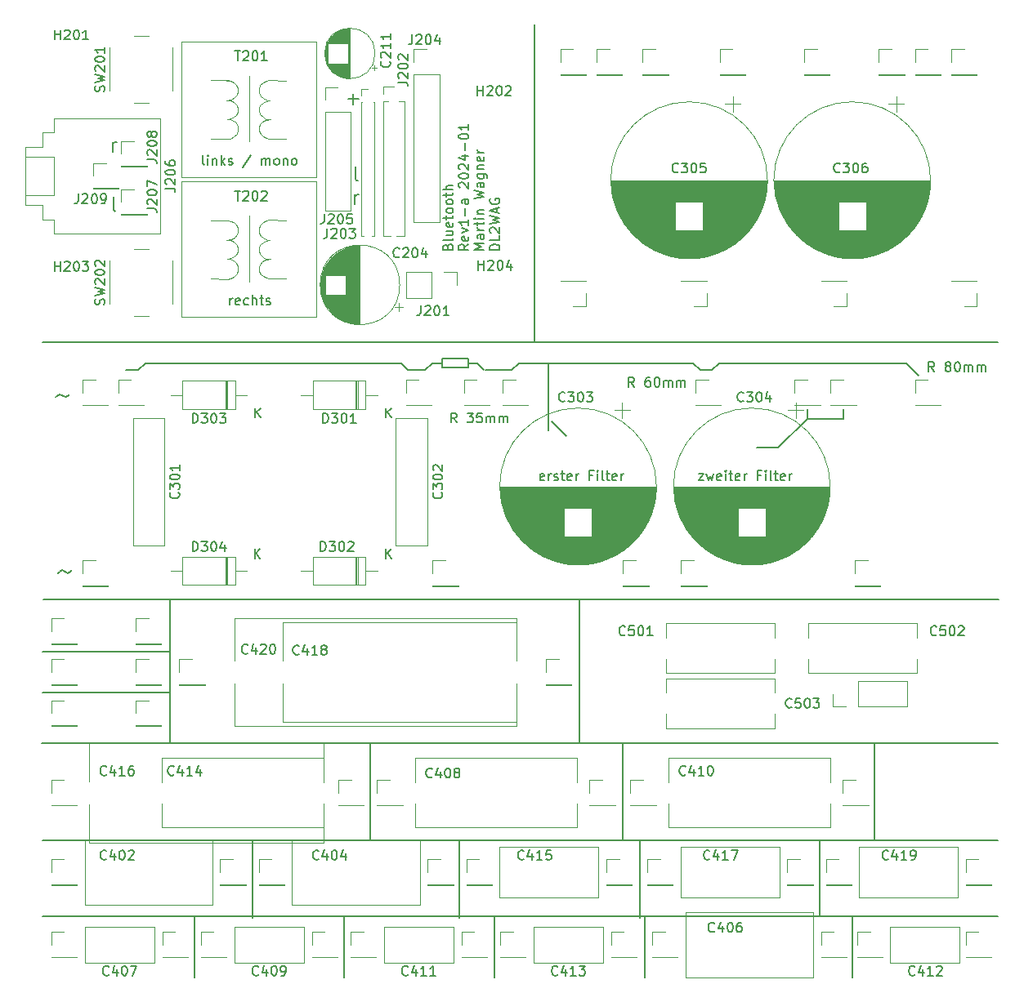
<source format=gbr>
%TF.GenerationSoftware,KiCad,Pcbnew,7.0.10-7.0.10~ubuntu22.04.1*%
%TF.CreationDate,2024-01-08T13:23:45+01:00*%
%TF.ProjectId,reparaturhelfer,72657061-7261-4747-9572-68656c666572,rev?*%
%TF.SameCoordinates,Original*%
%TF.FileFunction,Legend,Top*%
%TF.FilePolarity,Positive*%
%FSLAX46Y46*%
G04 Gerber Fmt 4.6, Leading zero omitted, Abs format (unit mm)*
G04 Created by KiCad (PCBNEW 7.0.10-7.0.10~ubuntu22.04.1) date 2024-01-08 13:23:45*
%MOMM*%
%LPD*%
G01*
G04 APERTURE LIST*
%ADD10C,0.150000*%
%ADD11C,0.120000*%
%ADD12C,0.100000*%
G04 APERTURE END LIST*
D10*
X99436779Y-79169819D02*
X99436779Y-78503152D01*
X99436779Y-78693628D02*
X99484398Y-78598390D01*
X99484398Y-78598390D02*
X99532017Y-78550771D01*
X99532017Y-78550771D02*
X99627255Y-78503152D01*
X99627255Y-78503152D02*
X99722493Y-78503152D01*
X100436779Y-79122200D02*
X100341541Y-79169819D01*
X100341541Y-79169819D02*
X100151065Y-79169819D01*
X100151065Y-79169819D02*
X100055827Y-79122200D01*
X100055827Y-79122200D02*
X100008208Y-79026961D01*
X100008208Y-79026961D02*
X100008208Y-78646009D01*
X100008208Y-78646009D02*
X100055827Y-78550771D01*
X100055827Y-78550771D02*
X100151065Y-78503152D01*
X100151065Y-78503152D02*
X100341541Y-78503152D01*
X100341541Y-78503152D02*
X100436779Y-78550771D01*
X100436779Y-78550771D02*
X100484398Y-78646009D01*
X100484398Y-78646009D02*
X100484398Y-78741247D01*
X100484398Y-78741247D02*
X100008208Y-78836485D01*
X101341541Y-79122200D02*
X101246303Y-79169819D01*
X101246303Y-79169819D02*
X101055827Y-79169819D01*
X101055827Y-79169819D02*
X100960589Y-79122200D01*
X100960589Y-79122200D02*
X100912970Y-79074580D01*
X100912970Y-79074580D02*
X100865351Y-78979342D01*
X100865351Y-78979342D02*
X100865351Y-78693628D01*
X100865351Y-78693628D02*
X100912970Y-78598390D01*
X100912970Y-78598390D02*
X100960589Y-78550771D01*
X100960589Y-78550771D02*
X101055827Y-78503152D01*
X101055827Y-78503152D02*
X101246303Y-78503152D01*
X101246303Y-78503152D02*
X101341541Y-78550771D01*
X101770113Y-79169819D02*
X101770113Y-78169819D01*
X102198684Y-79169819D02*
X102198684Y-78646009D01*
X102198684Y-78646009D02*
X102151065Y-78550771D01*
X102151065Y-78550771D02*
X102055827Y-78503152D01*
X102055827Y-78503152D02*
X101912970Y-78503152D01*
X101912970Y-78503152D02*
X101817732Y-78550771D01*
X101817732Y-78550771D02*
X101770113Y-78598390D01*
X102532018Y-78503152D02*
X102912970Y-78503152D01*
X102674875Y-78169819D02*
X102674875Y-79026961D01*
X102674875Y-79026961D02*
X102722494Y-79122200D01*
X102722494Y-79122200D02*
X102817732Y-79169819D01*
X102817732Y-79169819D02*
X102912970Y-79169819D01*
X103198685Y-79122200D02*
X103293923Y-79169819D01*
X103293923Y-79169819D02*
X103484399Y-79169819D01*
X103484399Y-79169819D02*
X103579637Y-79122200D01*
X103579637Y-79122200D02*
X103627256Y-79026961D01*
X103627256Y-79026961D02*
X103627256Y-78979342D01*
X103627256Y-78979342D02*
X103579637Y-78884104D01*
X103579637Y-78884104D02*
X103484399Y-78836485D01*
X103484399Y-78836485D02*
X103341542Y-78836485D01*
X103341542Y-78836485D02*
X103246304Y-78788866D01*
X103246304Y-78788866D02*
X103198685Y-78693628D01*
X103198685Y-78693628D02*
X103198685Y-78646009D01*
X103198685Y-78646009D02*
X103246304Y-78550771D01*
X103246304Y-78550771D02*
X103341542Y-78503152D01*
X103341542Y-78503152D02*
X103484399Y-78503152D01*
X103484399Y-78503152D02*
X103579637Y-78550771D01*
X96779636Y-64669819D02*
X96684398Y-64622200D01*
X96684398Y-64622200D02*
X96636779Y-64526961D01*
X96636779Y-64526961D02*
X96636779Y-63669819D01*
X97160589Y-64669819D02*
X97160589Y-64003152D01*
X97160589Y-63669819D02*
X97112970Y-63717438D01*
X97112970Y-63717438D02*
X97160589Y-63765057D01*
X97160589Y-63765057D02*
X97208208Y-63717438D01*
X97208208Y-63717438D02*
X97160589Y-63669819D01*
X97160589Y-63669819D02*
X97160589Y-63765057D01*
X97636779Y-64003152D02*
X97636779Y-64669819D01*
X97636779Y-64098390D02*
X97684398Y-64050771D01*
X97684398Y-64050771D02*
X97779636Y-64003152D01*
X97779636Y-64003152D02*
X97922493Y-64003152D01*
X97922493Y-64003152D02*
X98017731Y-64050771D01*
X98017731Y-64050771D02*
X98065350Y-64146009D01*
X98065350Y-64146009D02*
X98065350Y-64669819D01*
X98541541Y-64669819D02*
X98541541Y-63669819D01*
X98636779Y-64288866D02*
X98922493Y-64669819D01*
X98922493Y-64003152D02*
X98541541Y-64384104D01*
X99303446Y-64622200D02*
X99398684Y-64669819D01*
X99398684Y-64669819D02*
X99589160Y-64669819D01*
X99589160Y-64669819D02*
X99684398Y-64622200D01*
X99684398Y-64622200D02*
X99732017Y-64526961D01*
X99732017Y-64526961D02*
X99732017Y-64479342D01*
X99732017Y-64479342D02*
X99684398Y-64384104D01*
X99684398Y-64384104D02*
X99589160Y-64336485D01*
X99589160Y-64336485D02*
X99446303Y-64336485D01*
X99446303Y-64336485D02*
X99351065Y-64288866D01*
X99351065Y-64288866D02*
X99303446Y-64193628D01*
X99303446Y-64193628D02*
X99303446Y-64146009D01*
X99303446Y-64146009D02*
X99351065Y-64050771D01*
X99351065Y-64050771D02*
X99446303Y-64003152D01*
X99446303Y-64003152D02*
X99589160Y-64003152D01*
X99589160Y-64003152D02*
X99684398Y-64050771D01*
X101636779Y-63622200D02*
X100779637Y-64907914D01*
X102732018Y-64669819D02*
X102732018Y-64003152D01*
X102732018Y-64098390D02*
X102779637Y-64050771D01*
X102779637Y-64050771D02*
X102874875Y-64003152D01*
X102874875Y-64003152D02*
X103017732Y-64003152D01*
X103017732Y-64003152D02*
X103112970Y-64050771D01*
X103112970Y-64050771D02*
X103160589Y-64146009D01*
X103160589Y-64146009D02*
X103160589Y-64669819D01*
X103160589Y-64146009D02*
X103208208Y-64050771D01*
X103208208Y-64050771D02*
X103303446Y-64003152D01*
X103303446Y-64003152D02*
X103446303Y-64003152D01*
X103446303Y-64003152D02*
X103541542Y-64050771D01*
X103541542Y-64050771D02*
X103589161Y-64146009D01*
X103589161Y-64146009D02*
X103589161Y-64669819D01*
X104208208Y-64669819D02*
X104112970Y-64622200D01*
X104112970Y-64622200D02*
X104065351Y-64574580D01*
X104065351Y-64574580D02*
X104017732Y-64479342D01*
X104017732Y-64479342D02*
X104017732Y-64193628D01*
X104017732Y-64193628D02*
X104065351Y-64098390D01*
X104065351Y-64098390D02*
X104112970Y-64050771D01*
X104112970Y-64050771D02*
X104208208Y-64003152D01*
X104208208Y-64003152D02*
X104351065Y-64003152D01*
X104351065Y-64003152D02*
X104446303Y-64050771D01*
X104446303Y-64050771D02*
X104493922Y-64098390D01*
X104493922Y-64098390D02*
X104541541Y-64193628D01*
X104541541Y-64193628D02*
X104541541Y-64479342D01*
X104541541Y-64479342D02*
X104493922Y-64574580D01*
X104493922Y-64574580D02*
X104446303Y-64622200D01*
X104446303Y-64622200D02*
X104351065Y-64669819D01*
X104351065Y-64669819D02*
X104208208Y-64669819D01*
X104970113Y-64003152D02*
X104970113Y-64669819D01*
X104970113Y-64098390D02*
X105017732Y-64050771D01*
X105017732Y-64050771D02*
X105112970Y-64003152D01*
X105112970Y-64003152D02*
X105255827Y-64003152D01*
X105255827Y-64003152D02*
X105351065Y-64050771D01*
X105351065Y-64050771D02*
X105398684Y-64146009D01*
X105398684Y-64146009D02*
X105398684Y-64669819D01*
X106017732Y-64669819D02*
X105922494Y-64622200D01*
X105922494Y-64622200D02*
X105874875Y-64574580D01*
X105874875Y-64574580D02*
X105827256Y-64479342D01*
X105827256Y-64479342D02*
X105827256Y-64193628D01*
X105827256Y-64193628D02*
X105874875Y-64098390D01*
X105874875Y-64098390D02*
X105922494Y-64050771D01*
X105922494Y-64050771D02*
X106017732Y-64003152D01*
X106017732Y-64003152D02*
X106160589Y-64003152D01*
X106160589Y-64003152D02*
X106255827Y-64050771D01*
X106255827Y-64050771D02*
X106303446Y-64098390D01*
X106303446Y-64098390D02*
X106351065Y-64193628D01*
X106351065Y-64193628D02*
X106351065Y-64479342D01*
X106351065Y-64479342D02*
X106303446Y-64574580D01*
X106303446Y-64574580D02*
X106255827Y-64622200D01*
X106255827Y-64622200D02*
X106160589Y-64669819D01*
X106160589Y-64669819D02*
X106017732Y-64669819D01*
X87255826Y-63308628D02*
X87255826Y-62308628D01*
X87255826Y-62594342D02*
X87327255Y-62451485D01*
X87327255Y-62451485D02*
X87398684Y-62380057D01*
X87398684Y-62380057D02*
X87541541Y-62308628D01*
X87541541Y-62308628D02*
X87684398Y-62308628D01*
X87570112Y-69508628D02*
X87427255Y-69437200D01*
X87427255Y-69437200D02*
X87355826Y-69294342D01*
X87355826Y-69294342D02*
X87355826Y-68008628D01*
X112355826Y-68708628D02*
X112355826Y-67708628D01*
X112355826Y-67994342D02*
X112427255Y-67851485D01*
X112427255Y-67851485D02*
X112498684Y-67780057D01*
X112498684Y-67780057D02*
X112641541Y-67708628D01*
X112641541Y-67708628D02*
X112784398Y-67708628D01*
X112670112Y-66308628D02*
X112527255Y-66237200D01*
X112527255Y-66237200D02*
X112455826Y-66094342D01*
X112455826Y-66094342D02*
X112455826Y-64808628D01*
X111655826Y-57837200D02*
X112798684Y-57837200D01*
X112227255Y-58408628D02*
X112227255Y-57265771D01*
X169500000Y-85200000D02*
X170800000Y-86500000D01*
X167400000Y-85200000D02*
X169500000Y-85200000D01*
X95800000Y-142600000D02*
X95800000Y-148900000D01*
X111300000Y-142600000D02*
X111300000Y-148900000D01*
X126800000Y-142600000D02*
X126800000Y-148900000D01*
X142400000Y-142600000D02*
X142400000Y-148900000D01*
X163900000Y-142600000D02*
X163900000Y-148900000D01*
X160500000Y-142600000D02*
X160500000Y-134700000D01*
X141900000Y-142700000D02*
X141900000Y-134700000D01*
X123200000Y-142700000D02*
X123200000Y-134800000D01*
X101800000Y-142700000D02*
X101800000Y-134700000D01*
X114000000Y-124700000D02*
X114000000Y-134700000D01*
X140100000Y-124700000D02*
X140100000Y-134700000D01*
X166200000Y-134700000D02*
X140000000Y-134700000D01*
X166200000Y-124600000D02*
X166200000Y-134700000D01*
X135600000Y-109700000D02*
X135600000Y-124600000D01*
X93200000Y-119400000D02*
X80000000Y-119400000D01*
X93200000Y-115100000D02*
X80000000Y-115100000D01*
X93200000Y-109700000D02*
X93200000Y-124600000D01*
X131000000Y-83000000D02*
X131000000Y-50100000D01*
X80000000Y-142600000D02*
X179000000Y-142600000D01*
X80000000Y-134700000D02*
X179000000Y-134700000D01*
X79900000Y-124600000D02*
X179000000Y-124600000D01*
X80100000Y-109700000D02*
X179100000Y-109700000D01*
X80000000Y-83000000D02*
X179000000Y-83000000D01*
X159250000Y-91000000D02*
X156250000Y-94000000D01*
X121400000Y-85200000D02*
X121400000Y-84700000D01*
X119650000Y-85950000D02*
X120400000Y-85200000D01*
X132400000Y-85200000D02*
X132400000Y-92200000D01*
X132750000Y-91250000D02*
X134250000Y-92750000D01*
X119150000Y-85950000D02*
X117900000Y-85950000D01*
X124400000Y-85200000D02*
X125025000Y-85200000D01*
X120400000Y-85200000D02*
X121400000Y-85200000D01*
X119150000Y-85950000D02*
X119650000Y-85950000D01*
X147400000Y-85200000D02*
X129400000Y-85200000D01*
X121400000Y-84700000D02*
X124150000Y-84700000D01*
X149400000Y-85950000D02*
X148150000Y-85950000D01*
X163000000Y-91000000D02*
X159250000Y-91000000D01*
X124400000Y-85200000D02*
X124150000Y-85200000D01*
X150150000Y-85200000D02*
X149400000Y-85950000D01*
X128650000Y-85950000D02*
X125900000Y-85950000D01*
X117900000Y-85950000D02*
X117150000Y-85200000D01*
X156250000Y-94000000D02*
X154000000Y-94000000D01*
X163000000Y-90000000D02*
X163000000Y-91000000D01*
X129400000Y-85200000D02*
X128650000Y-85950000D01*
X89900000Y-85950000D02*
X88650000Y-85950000D01*
X125775000Y-85950000D02*
X125025000Y-85200000D01*
X159250000Y-90000000D02*
X159250000Y-91000000D01*
X121400000Y-85700000D02*
X121400000Y-85200000D01*
X124150000Y-85700000D02*
X121400000Y-85700000D01*
X124150000Y-84700000D02*
X124150000Y-85700000D01*
X117150000Y-85200000D02*
X90650000Y-85200000D01*
X167400000Y-85200000D02*
X150150000Y-85200000D01*
X148150000Y-85950000D02*
X147400000Y-85200000D01*
X90650000Y-85200000D02*
X89900000Y-85950000D01*
X141308207Y-87669819D02*
X140974874Y-87193628D01*
X140736779Y-87669819D02*
X140736779Y-86669819D01*
X140736779Y-86669819D02*
X141117731Y-86669819D01*
X141117731Y-86669819D02*
X141212969Y-86717438D01*
X141212969Y-86717438D02*
X141260588Y-86765057D01*
X141260588Y-86765057D02*
X141308207Y-86860295D01*
X141308207Y-86860295D02*
X141308207Y-87003152D01*
X141308207Y-87003152D02*
X141260588Y-87098390D01*
X141260588Y-87098390D02*
X141212969Y-87146009D01*
X141212969Y-87146009D02*
X141117731Y-87193628D01*
X141117731Y-87193628D02*
X140736779Y-87193628D01*
X142927255Y-86669819D02*
X142736779Y-86669819D01*
X142736779Y-86669819D02*
X142641541Y-86717438D01*
X142641541Y-86717438D02*
X142593922Y-86765057D01*
X142593922Y-86765057D02*
X142498684Y-86907914D01*
X142498684Y-86907914D02*
X142451065Y-87098390D01*
X142451065Y-87098390D02*
X142451065Y-87479342D01*
X142451065Y-87479342D02*
X142498684Y-87574580D01*
X142498684Y-87574580D02*
X142546303Y-87622200D01*
X142546303Y-87622200D02*
X142641541Y-87669819D01*
X142641541Y-87669819D02*
X142832017Y-87669819D01*
X142832017Y-87669819D02*
X142927255Y-87622200D01*
X142927255Y-87622200D02*
X142974874Y-87574580D01*
X142974874Y-87574580D02*
X143022493Y-87479342D01*
X143022493Y-87479342D02*
X143022493Y-87241247D01*
X143022493Y-87241247D02*
X142974874Y-87146009D01*
X142974874Y-87146009D02*
X142927255Y-87098390D01*
X142927255Y-87098390D02*
X142832017Y-87050771D01*
X142832017Y-87050771D02*
X142641541Y-87050771D01*
X142641541Y-87050771D02*
X142546303Y-87098390D01*
X142546303Y-87098390D02*
X142498684Y-87146009D01*
X142498684Y-87146009D02*
X142451065Y-87241247D01*
X143641541Y-86669819D02*
X143736779Y-86669819D01*
X143736779Y-86669819D02*
X143832017Y-86717438D01*
X143832017Y-86717438D02*
X143879636Y-86765057D01*
X143879636Y-86765057D02*
X143927255Y-86860295D01*
X143927255Y-86860295D02*
X143974874Y-87050771D01*
X143974874Y-87050771D02*
X143974874Y-87288866D01*
X143974874Y-87288866D02*
X143927255Y-87479342D01*
X143927255Y-87479342D02*
X143879636Y-87574580D01*
X143879636Y-87574580D02*
X143832017Y-87622200D01*
X143832017Y-87622200D02*
X143736779Y-87669819D01*
X143736779Y-87669819D02*
X143641541Y-87669819D01*
X143641541Y-87669819D02*
X143546303Y-87622200D01*
X143546303Y-87622200D02*
X143498684Y-87574580D01*
X143498684Y-87574580D02*
X143451065Y-87479342D01*
X143451065Y-87479342D02*
X143403446Y-87288866D01*
X143403446Y-87288866D02*
X143403446Y-87050771D01*
X143403446Y-87050771D02*
X143451065Y-86860295D01*
X143451065Y-86860295D02*
X143498684Y-86765057D01*
X143498684Y-86765057D02*
X143546303Y-86717438D01*
X143546303Y-86717438D02*
X143641541Y-86669819D01*
X144403446Y-87669819D02*
X144403446Y-87003152D01*
X144403446Y-87098390D02*
X144451065Y-87050771D01*
X144451065Y-87050771D02*
X144546303Y-87003152D01*
X144546303Y-87003152D02*
X144689160Y-87003152D01*
X144689160Y-87003152D02*
X144784398Y-87050771D01*
X144784398Y-87050771D02*
X144832017Y-87146009D01*
X144832017Y-87146009D02*
X144832017Y-87669819D01*
X144832017Y-87146009D02*
X144879636Y-87050771D01*
X144879636Y-87050771D02*
X144974874Y-87003152D01*
X144974874Y-87003152D02*
X145117731Y-87003152D01*
X145117731Y-87003152D02*
X145212970Y-87050771D01*
X145212970Y-87050771D02*
X145260589Y-87146009D01*
X145260589Y-87146009D02*
X145260589Y-87669819D01*
X145736779Y-87669819D02*
X145736779Y-87003152D01*
X145736779Y-87098390D02*
X145784398Y-87050771D01*
X145784398Y-87050771D02*
X145879636Y-87003152D01*
X145879636Y-87003152D02*
X146022493Y-87003152D01*
X146022493Y-87003152D02*
X146117731Y-87050771D01*
X146117731Y-87050771D02*
X146165350Y-87146009D01*
X146165350Y-87146009D02*
X146165350Y-87669819D01*
X146165350Y-87146009D02*
X146212969Y-87050771D01*
X146212969Y-87050771D02*
X146308207Y-87003152D01*
X146308207Y-87003152D02*
X146451064Y-87003152D01*
X146451064Y-87003152D02*
X146546303Y-87050771D01*
X146546303Y-87050771D02*
X146593922Y-87146009D01*
X146593922Y-87146009D02*
X146593922Y-87669819D01*
X172408207Y-86069819D02*
X172074874Y-85593628D01*
X171836779Y-86069819D02*
X171836779Y-85069819D01*
X171836779Y-85069819D02*
X172217731Y-85069819D01*
X172217731Y-85069819D02*
X172312969Y-85117438D01*
X172312969Y-85117438D02*
X172360588Y-85165057D01*
X172360588Y-85165057D02*
X172408207Y-85260295D01*
X172408207Y-85260295D02*
X172408207Y-85403152D01*
X172408207Y-85403152D02*
X172360588Y-85498390D01*
X172360588Y-85498390D02*
X172312969Y-85546009D01*
X172312969Y-85546009D02*
X172217731Y-85593628D01*
X172217731Y-85593628D02*
X171836779Y-85593628D01*
X173741541Y-85498390D02*
X173646303Y-85450771D01*
X173646303Y-85450771D02*
X173598684Y-85403152D01*
X173598684Y-85403152D02*
X173551065Y-85307914D01*
X173551065Y-85307914D02*
X173551065Y-85260295D01*
X173551065Y-85260295D02*
X173598684Y-85165057D01*
X173598684Y-85165057D02*
X173646303Y-85117438D01*
X173646303Y-85117438D02*
X173741541Y-85069819D01*
X173741541Y-85069819D02*
X173932017Y-85069819D01*
X173932017Y-85069819D02*
X174027255Y-85117438D01*
X174027255Y-85117438D02*
X174074874Y-85165057D01*
X174074874Y-85165057D02*
X174122493Y-85260295D01*
X174122493Y-85260295D02*
X174122493Y-85307914D01*
X174122493Y-85307914D02*
X174074874Y-85403152D01*
X174074874Y-85403152D02*
X174027255Y-85450771D01*
X174027255Y-85450771D02*
X173932017Y-85498390D01*
X173932017Y-85498390D02*
X173741541Y-85498390D01*
X173741541Y-85498390D02*
X173646303Y-85546009D01*
X173646303Y-85546009D02*
X173598684Y-85593628D01*
X173598684Y-85593628D02*
X173551065Y-85688866D01*
X173551065Y-85688866D02*
X173551065Y-85879342D01*
X173551065Y-85879342D02*
X173598684Y-85974580D01*
X173598684Y-85974580D02*
X173646303Y-86022200D01*
X173646303Y-86022200D02*
X173741541Y-86069819D01*
X173741541Y-86069819D02*
X173932017Y-86069819D01*
X173932017Y-86069819D02*
X174027255Y-86022200D01*
X174027255Y-86022200D02*
X174074874Y-85974580D01*
X174074874Y-85974580D02*
X174122493Y-85879342D01*
X174122493Y-85879342D02*
X174122493Y-85688866D01*
X174122493Y-85688866D02*
X174074874Y-85593628D01*
X174074874Y-85593628D02*
X174027255Y-85546009D01*
X174027255Y-85546009D02*
X173932017Y-85498390D01*
X174741541Y-85069819D02*
X174836779Y-85069819D01*
X174836779Y-85069819D02*
X174932017Y-85117438D01*
X174932017Y-85117438D02*
X174979636Y-85165057D01*
X174979636Y-85165057D02*
X175027255Y-85260295D01*
X175027255Y-85260295D02*
X175074874Y-85450771D01*
X175074874Y-85450771D02*
X175074874Y-85688866D01*
X175074874Y-85688866D02*
X175027255Y-85879342D01*
X175027255Y-85879342D02*
X174979636Y-85974580D01*
X174979636Y-85974580D02*
X174932017Y-86022200D01*
X174932017Y-86022200D02*
X174836779Y-86069819D01*
X174836779Y-86069819D02*
X174741541Y-86069819D01*
X174741541Y-86069819D02*
X174646303Y-86022200D01*
X174646303Y-86022200D02*
X174598684Y-85974580D01*
X174598684Y-85974580D02*
X174551065Y-85879342D01*
X174551065Y-85879342D02*
X174503446Y-85688866D01*
X174503446Y-85688866D02*
X174503446Y-85450771D01*
X174503446Y-85450771D02*
X174551065Y-85260295D01*
X174551065Y-85260295D02*
X174598684Y-85165057D01*
X174598684Y-85165057D02*
X174646303Y-85117438D01*
X174646303Y-85117438D02*
X174741541Y-85069819D01*
X175503446Y-86069819D02*
X175503446Y-85403152D01*
X175503446Y-85498390D02*
X175551065Y-85450771D01*
X175551065Y-85450771D02*
X175646303Y-85403152D01*
X175646303Y-85403152D02*
X175789160Y-85403152D01*
X175789160Y-85403152D02*
X175884398Y-85450771D01*
X175884398Y-85450771D02*
X175932017Y-85546009D01*
X175932017Y-85546009D02*
X175932017Y-86069819D01*
X175932017Y-85546009D02*
X175979636Y-85450771D01*
X175979636Y-85450771D02*
X176074874Y-85403152D01*
X176074874Y-85403152D02*
X176217731Y-85403152D01*
X176217731Y-85403152D02*
X176312970Y-85450771D01*
X176312970Y-85450771D02*
X176360589Y-85546009D01*
X176360589Y-85546009D02*
X176360589Y-86069819D01*
X176836779Y-86069819D02*
X176836779Y-85403152D01*
X176836779Y-85498390D02*
X176884398Y-85450771D01*
X176884398Y-85450771D02*
X176979636Y-85403152D01*
X176979636Y-85403152D02*
X177122493Y-85403152D01*
X177122493Y-85403152D02*
X177217731Y-85450771D01*
X177217731Y-85450771D02*
X177265350Y-85546009D01*
X177265350Y-85546009D02*
X177265350Y-86069819D01*
X177265350Y-85546009D02*
X177312969Y-85450771D01*
X177312969Y-85450771D02*
X177408207Y-85403152D01*
X177408207Y-85403152D02*
X177551064Y-85403152D01*
X177551064Y-85403152D02*
X177646303Y-85450771D01*
X177646303Y-85450771D02*
X177693922Y-85546009D01*
X177693922Y-85546009D02*
X177693922Y-86069819D01*
X147991541Y-96703152D02*
X148515350Y-96703152D01*
X148515350Y-96703152D02*
X147991541Y-97369819D01*
X147991541Y-97369819D02*
X148515350Y-97369819D01*
X148801065Y-96703152D02*
X148991541Y-97369819D01*
X148991541Y-97369819D02*
X149182017Y-96893628D01*
X149182017Y-96893628D02*
X149372493Y-97369819D01*
X149372493Y-97369819D02*
X149562969Y-96703152D01*
X150324874Y-97322200D02*
X150229636Y-97369819D01*
X150229636Y-97369819D02*
X150039160Y-97369819D01*
X150039160Y-97369819D02*
X149943922Y-97322200D01*
X149943922Y-97322200D02*
X149896303Y-97226961D01*
X149896303Y-97226961D02*
X149896303Y-96846009D01*
X149896303Y-96846009D02*
X149943922Y-96750771D01*
X149943922Y-96750771D02*
X150039160Y-96703152D01*
X150039160Y-96703152D02*
X150229636Y-96703152D01*
X150229636Y-96703152D02*
X150324874Y-96750771D01*
X150324874Y-96750771D02*
X150372493Y-96846009D01*
X150372493Y-96846009D02*
X150372493Y-96941247D01*
X150372493Y-96941247D02*
X149896303Y-97036485D01*
X150801065Y-97369819D02*
X150801065Y-96703152D01*
X150801065Y-96369819D02*
X150753446Y-96417438D01*
X150753446Y-96417438D02*
X150801065Y-96465057D01*
X150801065Y-96465057D02*
X150848684Y-96417438D01*
X150848684Y-96417438D02*
X150801065Y-96369819D01*
X150801065Y-96369819D02*
X150801065Y-96465057D01*
X151134398Y-96703152D02*
X151515350Y-96703152D01*
X151277255Y-96369819D02*
X151277255Y-97226961D01*
X151277255Y-97226961D02*
X151324874Y-97322200D01*
X151324874Y-97322200D02*
X151420112Y-97369819D01*
X151420112Y-97369819D02*
X151515350Y-97369819D01*
X152229636Y-97322200D02*
X152134398Y-97369819D01*
X152134398Y-97369819D02*
X151943922Y-97369819D01*
X151943922Y-97369819D02*
X151848684Y-97322200D01*
X151848684Y-97322200D02*
X151801065Y-97226961D01*
X151801065Y-97226961D02*
X151801065Y-96846009D01*
X151801065Y-96846009D02*
X151848684Y-96750771D01*
X151848684Y-96750771D02*
X151943922Y-96703152D01*
X151943922Y-96703152D02*
X152134398Y-96703152D01*
X152134398Y-96703152D02*
X152229636Y-96750771D01*
X152229636Y-96750771D02*
X152277255Y-96846009D01*
X152277255Y-96846009D02*
X152277255Y-96941247D01*
X152277255Y-96941247D02*
X151801065Y-97036485D01*
X152705827Y-97369819D02*
X152705827Y-96703152D01*
X152705827Y-96893628D02*
X152753446Y-96798390D01*
X152753446Y-96798390D02*
X152801065Y-96750771D01*
X152801065Y-96750771D02*
X152896303Y-96703152D01*
X152896303Y-96703152D02*
X152991541Y-96703152D01*
X154420113Y-96846009D02*
X154086780Y-96846009D01*
X154086780Y-97369819D02*
X154086780Y-96369819D01*
X154086780Y-96369819D02*
X154562970Y-96369819D01*
X154943923Y-97369819D02*
X154943923Y-96703152D01*
X154943923Y-96369819D02*
X154896304Y-96417438D01*
X154896304Y-96417438D02*
X154943923Y-96465057D01*
X154943923Y-96465057D02*
X154991542Y-96417438D01*
X154991542Y-96417438D02*
X154943923Y-96369819D01*
X154943923Y-96369819D02*
X154943923Y-96465057D01*
X155562970Y-97369819D02*
X155467732Y-97322200D01*
X155467732Y-97322200D02*
X155420113Y-97226961D01*
X155420113Y-97226961D02*
X155420113Y-96369819D01*
X155801066Y-96703152D02*
X156182018Y-96703152D01*
X155943923Y-96369819D02*
X155943923Y-97226961D01*
X155943923Y-97226961D02*
X155991542Y-97322200D01*
X155991542Y-97322200D02*
X156086780Y-97369819D01*
X156086780Y-97369819D02*
X156182018Y-97369819D01*
X156896304Y-97322200D02*
X156801066Y-97369819D01*
X156801066Y-97369819D02*
X156610590Y-97369819D01*
X156610590Y-97369819D02*
X156515352Y-97322200D01*
X156515352Y-97322200D02*
X156467733Y-97226961D01*
X156467733Y-97226961D02*
X156467733Y-96846009D01*
X156467733Y-96846009D02*
X156515352Y-96750771D01*
X156515352Y-96750771D02*
X156610590Y-96703152D01*
X156610590Y-96703152D02*
X156801066Y-96703152D01*
X156801066Y-96703152D02*
X156896304Y-96750771D01*
X156896304Y-96750771D02*
X156943923Y-96846009D01*
X156943923Y-96846009D02*
X156943923Y-96941247D01*
X156943923Y-96941247D02*
X156467733Y-97036485D01*
X157372495Y-97369819D02*
X157372495Y-96703152D01*
X157372495Y-96893628D02*
X157420114Y-96798390D01*
X157420114Y-96798390D02*
X157467733Y-96750771D01*
X157467733Y-96750771D02*
X157562971Y-96703152D01*
X157562971Y-96703152D02*
X157658209Y-96703152D01*
X81634398Y-106982200D02*
X81777255Y-106839342D01*
X81777255Y-106839342D02*
X82062969Y-106696485D01*
X82062969Y-106696485D02*
X82634398Y-106982200D01*
X82634398Y-106982200D02*
X82920112Y-106839342D01*
X82920112Y-106839342D02*
X83062969Y-106696485D01*
X122908207Y-91369819D02*
X122574874Y-90893628D01*
X122336779Y-91369819D02*
X122336779Y-90369819D01*
X122336779Y-90369819D02*
X122717731Y-90369819D01*
X122717731Y-90369819D02*
X122812969Y-90417438D01*
X122812969Y-90417438D02*
X122860588Y-90465057D01*
X122860588Y-90465057D02*
X122908207Y-90560295D01*
X122908207Y-90560295D02*
X122908207Y-90703152D01*
X122908207Y-90703152D02*
X122860588Y-90798390D01*
X122860588Y-90798390D02*
X122812969Y-90846009D01*
X122812969Y-90846009D02*
X122717731Y-90893628D01*
X122717731Y-90893628D02*
X122336779Y-90893628D01*
X124003446Y-90369819D02*
X124622493Y-90369819D01*
X124622493Y-90369819D02*
X124289160Y-90750771D01*
X124289160Y-90750771D02*
X124432017Y-90750771D01*
X124432017Y-90750771D02*
X124527255Y-90798390D01*
X124527255Y-90798390D02*
X124574874Y-90846009D01*
X124574874Y-90846009D02*
X124622493Y-90941247D01*
X124622493Y-90941247D02*
X124622493Y-91179342D01*
X124622493Y-91179342D02*
X124574874Y-91274580D01*
X124574874Y-91274580D02*
X124527255Y-91322200D01*
X124527255Y-91322200D02*
X124432017Y-91369819D01*
X124432017Y-91369819D02*
X124146303Y-91369819D01*
X124146303Y-91369819D02*
X124051065Y-91322200D01*
X124051065Y-91322200D02*
X124003446Y-91274580D01*
X125527255Y-90369819D02*
X125051065Y-90369819D01*
X125051065Y-90369819D02*
X125003446Y-90846009D01*
X125003446Y-90846009D02*
X125051065Y-90798390D01*
X125051065Y-90798390D02*
X125146303Y-90750771D01*
X125146303Y-90750771D02*
X125384398Y-90750771D01*
X125384398Y-90750771D02*
X125479636Y-90798390D01*
X125479636Y-90798390D02*
X125527255Y-90846009D01*
X125527255Y-90846009D02*
X125574874Y-90941247D01*
X125574874Y-90941247D02*
X125574874Y-91179342D01*
X125574874Y-91179342D02*
X125527255Y-91274580D01*
X125527255Y-91274580D02*
X125479636Y-91322200D01*
X125479636Y-91322200D02*
X125384398Y-91369819D01*
X125384398Y-91369819D02*
X125146303Y-91369819D01*
X125146303Y-91369819D02*
X125051065Y-91322200D01*
X125051065Y-91322200D02*
X125003446Y-91274580D01*
X126003446Y-91369819D02*
X126003446Y-90703152D01*
X126003446Y-90798390D02*
X126051065Y-90750771D01*
X126051065Y-90750771D02*
X126146303Y-90703152D01*
X126146303Y-90703152D02*
X126289160Y-90703152D01*
X126289160Y-90703152D02*
X126384398Y-90750771D01*
X126384398Y-90750771D02*
X126432017Y-90846009D01*
X126432017Y-90846009D02*
X126432017Y-91369819D01*
X126432017Y-90846009D02*
X126479636Y-90750771D01*
X126479636Y-90750771D02*
X126574874Y-90703152D01*
X126574874Y-90703152D02*
X126717731Y-90703152D01*
X126717731Y-90703152D02*
X126812970Y-90750771D01*
X126812970Y-90750771D02*
X126860589Y-90846009D01*
X126860589Y-90846009D02*
X126860589Y-91369819D01*
X127336779Y-91369819D02*
X127336779Y-90703152D01*
X127336779Y-90798390D02*
X127384398Y-90750771D01*
X127384398Y-90750771D02*
X127479636Y-90703152D01*
X127479636Y-90703152D02*
X127622493Y-90703152D01*
X127622493Y-90703152D02*
X127717731Y-90750771D01*
X127717731Y-90750771D02*
X127765350Y-90846009D01*
X127765350Y-90846009D02*
X127765350Y-91369819D01*
X127765350Y-90846009D02*
X127812969Y-90750771D01*
X127812969Y-90750771D02*
X127908207Y-90703152D01*
X127908207Y-90703152D02*
X128051064Y-90703152D01*
X128051064Y-90703152D02*
X128146303Y-90750771D01*
X128146303Y-90750771D02*
X128193922Y-90846009D01*
X128193922Y-90846009D02*
X128193922Y-91369819D01*
X122016009Y-73129887D02*
X122063628Y-72987030D01*
X122063628Y-72987030D02*
X122111247Y-72939411D01*
X122111247Y-72939411D02*
X122206485Y-72891792D01*
X122206485Y-72891792D02*
X122349342Y-72891792D01*
X122349342Y-72891792D02*
X122444580Y-72939411D01*
X122444580Y-72939411D02*
X122492200Y-72987030D01*
X122492200Y-72987030D02*
X122539819Y-73082268D01*
X122539819Y-73082268D02*
X122539819Y-73463220D01*
X122539819Y-73463220D02*
X121539819Y-73463220D01*
X121539819Y-73463220D02*
X121539819Y-73129887D01*
X121539819Y-73129887D02*
X121587438Y-73034649D01*
X121587438Y-73034649D02*
X121635057Y-72987030D01*
X121635057Y-72987030D02*
X121730295Y-72939411D01*
X121730295Y-72939411D02*
X121825533Y-72939411D01*
X121825533Y-72939411D02*
X121920771Y-72987030D01*
X121920771Y-72987030D02*
X121968390Y-73034649D01*
X121968390Y-73034649D02*
X122016009Y-73129887D01*
X122016009Y-73129887D02*
X122016009Y-73463220D01*
X122539819Y-72320363D02*
X122492200Y-72415601D01*
X122492200Y-72415601D02*
X122396961Y-72463220D01*
X122396961Y-72463220D02*
X121539819Y-72463220D01*
X121873152Y-71510839D02*
X122539819Y-71510839D01*
X121873152Y-71939410D02*
X122396961Y-71939410D01*
X122396961Y-71939410D02*
X122492200Y-71891791D01*
X122492200Y-71891791D02*
X122539819Y-71796553D01*
X122539819Y-71796553D02*
X122539819Y-71653696D01*
X122539819Y-71653696D02*
X122492200Y-71558458D01*
X122492200Y-71558458D02*
X122444580Y-71510839D01*
X122492200Y-70653696D02*
X122539819Y-70748934D01*
X122539819Y-70748934D02*
X122539819Y-70939410D01*
X122539819Y-70939410D02*
X122492200Y-71034648D01*
X122492200Y-71034648D02*
X122396961Y-71082267D01*
X122396961Y-71082267D02*
X122016009Y-71082267D01*
X122016009Y-71082267D02*
X121920771Y-71034648D01*
X121920771Y-71034648D02*
X121873152Y-70939410D01*
X121873152Y-70939410D02*
X121873152Y-70748934D01*
X121873152Y-70748934D02*
X121920771Y-70653696D01*
X121920771Y-70653696D02*
X122016009Y-70606077D01*
X122016009Y-70606077D02*
X122111247Y-70606077D01*
X122111247Y-70606077D02*
X122206485Y-71082267D01*
X121873152Y-70320362D02*
X121873152Y-69939410D01*
X121539819Y-70177505D02*
X122396961Y-70177505D01*
X122396961Y-70177505D02*
X122492200Y-70129886D01*
X122492200Y-70129886D02*
X122539819Y-70034648D01*
X122539819Y-70034648D02*
X122539819Y-69939410D01*
X122539819Y-69463219D02*
X122492200Y-69558457D01*
X122492200Y-69558457D02*
X122444580Y-69606076D01*
X122444580Y-69606076D02*
X122349342Y-69653695D01*
X122349342Y-69653695D02*
X122063628Y-69653695D01*
X122063628Y-69653695D02*
X121968390Y-69606076D01*
X121968390Y-69606076D02*
X121920771Y-69558457D01*
X121920771Y-69558457D02*
X121873152Y-69463219D01*
X121873152Y-69463219D02*
X121873152Y-69320362D01*
X121873152Y-69320362D02*
X121920771Y-69225124D01*
X121920771Y-69225124D02*
X121968390Y-69177505D01*
X121968390Y-69177505D02*
X122063628Y-69129886D01*
X122063628Y-69129886D02*
X122349342Y-69129886D01*
X122349342Y-69129886D02*
X122444580Y-69177505D01*
X122444580Y-69177505D02*
X122492200Y-69225124D01*
X122492200Y-69225124D02*
X122539819Y-69320362D01*
X122539819Y-69320362D02*
X122539819Y-69463219D01*
X122539819Y-68558457D02*
X122492200Y-68653695D01*
X122492200Y-68653695D02*
X122444580Y-68701314D01*
X122444580Y-68701314D02*
X122349342Y-68748933D01*
X122349342Y-68748933D02*
X122063628Y-68748933D01*
X122063628Y-68748933D02*
X121968390Y-68701314D01*
X121968390Y-68701314D02*
X121920771Y-68653695D01*
X121920771Y-68653695D02*
X121873152Y-68558457D01*
X121873152Y-68558457D02*
X121873152Y-68415600D01*
X121873152Y-68415600D02*
X121920771Y-68320362D01*
X121920771Y-68320362D02*
X121968390Y-68272743D01*
X121968390Y-68272743D02*
X122063628Y-68225124D01*
X122063628Y-68225124D02*
X122349342Y-68225124D01*
X122349342Y-68225124D02*
X122444580Y-68272743D01*
X122444580Y-68272743D02*
X122492200Y-68320362D01*
X122492200Y-68320362D02*
X122539819Y-68415600D01*
X122539819Y-68415600D02*
X122539819Y-68558457D01*
X121873152Y-67939409D02*
X121873152Y-67558457D01*
X121539819Y-67796552D02*
X122396961Y-67796552D01*
X122396961Y-67796552D02*
X122492200Y-67748933D01*
X122492200Y-67748933D02*
X122539819Y-67653695D01*
X122539819Y-67653695D02*
X122539819Y-67558457D01*
X122539819Y-67225123D02*
X121539819Y-67225123D01*
X122539819Y-66796552D02*
X122016009Y-66796552D01*
X122016009Y-66796552D02*
X121920771Y-66844171D01*
X121920771Y-66844171D02*
X121873152Y-66939409D01*
X121873152Y-66939409D02*
X121873152Y-67082266D01*
X121873152Y-67082266D02*
X121920771Y-67177504D01*
X121920771Y-67177504D02*
X121968390Y-67225123D01*
X124149819Y-72891792D02*
X123673628Y-73225125D01*
X124149819Y-73463220D02*
X123149819Y-73463220D01*
X123149819Y-73463220D02*
X123149819Y-73082268D01*
X123149819Y-73082268D02*
X123197438Y-72987030D01*
X123197438Y-72987030D02*
X123245057Y-72939411D01*
X123245057Y-72939411D02*
X123340295Y-72891792D01*
X123340295Y-72891792D02*
X123483152Y-72891792D01*
X123483152Y-72891792D02*
X123578390Y-72939411D01*
X123578390Y-72939411D02*
X123626009Y-72987030D01*
X123626009Y-72987030D02*
X123673628Y-73082268D01*
X123673628Y-73082268D02*
X123673628Y-73463220D01*
X124102200Y-72082268D02*
X124149819Y-72177506D01*
X124149819Y-72177506D02*
X124149819Y-72367982D01*
X124149819Y-72367982D02*
X124102200Y-72463220D01*
X124102200Y-72463220D02*
X124006961Y-72510839D01*
X124006961Y-72510839D02*
X123626009Y-72510839D01*
X123626009Y-72510839D02*
X123530771Y-72463220D01*
X123530771Y-72463220D02*
X123483152Y-72367982D01*
X123483152Y-72367982D02*
X123483152Y-72177506D01*
X123483152Y-72177506D02*
X123530771Y-72082268D01*
X123530771Y-72082268D02*
X123626009Y-72034649D01*
X123626009Y-72034649D02*
X123721247Y-72034649D01*
X123721247Y-72034649D02*
X123816485Y-72510839D01*
X123483152Y-71701315D02*
X124149819Y-71463220D01*
X124149819Y-71463220D02*
X123483152Y-71225125D01*
X124149819Y-70320363D02*
X124149819Y-70891791D01*
X124149819Y-70606077D02*
X123149819Y-70606077D01*
X123149819Y-70606077D02*
X123292676Y-70701315D01*
X123292676Y-70701315D02*
X123387914Y-70796553D01*
X123387914Y-70796553D02*
X123435533Y-70891791D01*
X123768866Y-69891791D02*
X123768866Y-69129887D01*
X124149819Y-68225125D02*
X123626009Y-68225125D01*
X123626009Y-68225125D02*
X123530771Y-68272744D01*
X123530771Y-68272744D02*
X123483152Y-68367982D01*
X123483152Y-68367982D02*
X123483152Y-68558458D01*
X123483152Y-68558458D02*
X123530771Y-68653696D01*
X124102200Y-68225125D02*
X124149819Y-68320363D01*
X124149819Y-68320363D02*
X124149819Y-68558458D01*
X124149819Y-68558458D02*
X124102200Y-68653696D01*
X124102200Y-68653696D02*
X124006961Y-68701315D01*
X124006961Y-68701315D02*
X123911723Y-68701315D01*
X123911723Y-68701315D02*
X123816485Y-68653696D01*
X123816485Y-68653696D02*
X123768866Y-68558458D01*
X123768866Y-68558458D02*
X123768866Y-68320363D01*
X123768866Y-68320363D02*
X123721247Y-68225125D01*
X123245057Y-67034648D02*
X123197438Y-66987029D01*
X123197438Y-66987029D02*
X123149819Y-66891791D01*
X123149819Y-66891791D02*
X123149819Y-66653696D01*
X123149819Y-66653696D02*
X123197438Y-66558458D01*
X123197438Y-66558458D02*
X123245057Y-66510839D01*
X123245057Y-66510839D02*
X123340295Y-66463220D01*
X123340295Y-66463220D02*
X123435533Y-66463220D01*
X123435533Y-66463220D02*
X123578390Y-66510839D01*
X123578390Y-66510839D02*
X124149819Y-67082267D01*
X124149819Y-67082267D02*
X124149819Y-66463220D01*
X123149819Y-65844172D02*
X123149819Y-65748934D01*
X123149819Y-65748934D02*
X123197438Y-65653696D01*
X123197438Y-65653696D02*
X123245057Y-65606077D01*
X123245057Y-65606077D02*
X123340295Y-65558458D01*
X123340295Y-65558458D02*
X123530771Y-65510839D01*
X123530771Y-65510839D02*
X123768866Y-65510839D01*
X123768866Y-65510839D02*
X123959342Y-65558458D01*
X123959342Y-65558458D02*
X124054580Y-65606077D01*
X124054580Y-65606077D02*
X124102200Y-65653696D01*
X124102200Y-65653696D02*
X124149819Y-65748934D01*
X124149819Y-65748934D02*
X124149819Y-65844172D01*
X124149819Y-65844172D02*
X124102200Y-65939410D01*
X124102200Y-65939410D02*
X124054580Y-65987029D01*
X124054580Y-65987029D02*
X123959342Y-66034648D01*
X123959342Y-66034648D02*
X123768866Y-66082267D01*
X123768866Y-66082267D02*
X123530771Y-66082267D01*
X123530771Y-66082267D02*
X123340295Y-66034648D01*
X123340295Y-66034648D02*
X123245057Y-65987029D01*
X123245057Y-65987029D02*
X123197438Y-65939410D01*
X123197438Y-65939410D02*
X123149819Y-65844172D01*
X123245057Y-65129886D02*
X123197438Y-65082267D01*
X123197438Y-65082267D02*
X123149819Y-64987029D01*
X123149819Y-64987029D02*
X123149819Y-64748934D01*
X123149819Y-64748934D02*
X123197438Y-64653696D01*
X123197438Y-64653696D02*
X123245057Y-64606077D01*
X123245057Y-64606077D02*
X123340295Y-64558458D01*
X123340295Y-64558458D02*
X123435533Y-64558458D01*
X123435533Y-64558458D02*
X123578390Y-64606077D01*
X123578390Y-64606077D02*
X124149819Y-65177505D01*
X124149819Y-65177505D02*
X124149819Y-64558458D01*
X123483152Y-63701315D02*
X124149819Y-63701315D01*
X123102200Y-63939410D02*
X123816485Y-64177505D01*
X123816485Y-64177505D02*
X123816485Y-63558458D01*
X123768866Y-63177505D02*
X123768866Y-62415601D01*
X123149819Y-61748934D02*
X123149819Y-61653696D01*
X123149819Y-61653696D02*
X123197438Y-61558458D01*
X123197438Y-61558458D02*
X123245057Y-61510839D01*
X123245057Y-61510839D02*
X123340295Y-61463220D01*
X123340295Y-61463220D02*
X123530771Y-61415601D01*
X123530771Y-61415601D02*
X123768866Y-61415601D01*
X123768866Y-61415601D02*
X123959342Y-61463220D01*
X123959342Y-61463220D02*
X124054580Y-61510839D01*
X124054580Y-61510839D02*
X124102200Y-61558458D01*
X124102200Y-61558458D02*
X124149819Y-61653696D01*
X124149819Y-61653696D02*
X124149819Y-61748934D01*
X124149819Y-61748934D02*
X124102200Y-61844172D01*
X124102200Y-61844172D02*
X124054580Y-61891791D01*
X124054580Y-61891791D02*
X123959342Y-61939410D01*
X123959342Y-61939410D02*
X123768866Y-61987029D01*
X123768866Y-61987029D02*
X123530771Y-61987029D01*
X123530771Y-61987029D02*
X123340295Y-61939410D01*
X123340295Y-61939410D02*
X123245057Y-61891791D01*
X123245057Y-61891791D02*
X123197438Y-61844172D01*
X123197438Y-61844172D02*
X123149819Y-61748934D01*
X124149819Y-60463220D02*
X124149819Y-61034648D01*
X124149819Y-60748934D02*
X123149819Y-60748934D01*
X123149819Y-60748934D02*
X123292676Y-60844172D01*
X123292676Y-60844172D02*
X123387914Y-60939410D01*
X123387914Y-60939410D02*
X123435533Y-61034648D01*
X125759819Y-73463220D02*
X124759819Y-73463220D01*
X124759819Y-73463220D02*
X125474104Y-73129887D01*
X125474104Y-73129887D02*
X124759819Y-72796554D01*
X124759819Y-72796554D02*
X125759819Y-72796554D01*
X125759819Y-71891792D02*
X125236009Y-71891792D01*
X125236009Y-71891792D02*
X125140771Y-71939411D01*
X125140771Y-71939411D02*
X125093152Y-72034649D01*
X125093152Y-72034649D02*
X125093152Y-72225125D01*
X125093152Y-72225125D02*
X125140771Y-72320363D01*
X125712200Y-71891792D02*
X125759819Y-71987030D01*
X125759819Y-71987030D02*
X125759819Y-72225125D01*
X125759819Y-72225125D02*
X125712200Y-72320363D01*
X125712200Y-72320363D02*
X125616961Y-72367982D01*
X125616961Y-72367982D02*
X125521723Y-72367982D01*
X125521723Y-72367982D02*
X125426485Y-72320363D01*
X125426485Y-72320363D02*
X125378866Y-72225125D01*
X125378866Y-72225125D02*
X125378866Y-71987030D01*
X125378866Y-71987030D02*
X125331247Y-71891792D01*
X125759819Y-71415601D02*
X125093152Y-71415601D01*
X125283628Y-71415601D02*
X125188390Y-71367982D01*
X125188390Y-71367982D02*
X125140771Y-71320363D01*
X125140771Y-71320363D02*
X125093152Y-71225125D01*
X125093152Y-71225125D02*
X125093152Y-71129887D01*
X125093152Y-70939410D02*
X125093152Y-70558458D01*
X124759819Y-70796553D02*
X125616961Y-70796553D01*
X125616961Y-70796553D02*
X125712200Y-70748934D01*
X125712200Y-70748934D02*
X125759819Y-70653696D01*
X125759819Y-70653696D02*
X125759819Y-70558458D01*
X125759819Y-70225124D02*
X125093152Y-70225124D01*
X124759819Y-70225124D02*
X124807438Y-70272743D01*
X124807438Y-70272743D02*
X124855057Y-70225124D01*
X124855057Y-70225124D02*
X124807438Y-70177505D01*
X124807438Y-70177505D02*
X124759819Y-70225124D01*
X124759819Y-70225124D02*
X124855057Y-70225124D01*
X125093152Y-69748934D02*
X125759819Y-69748934D01*
X125188390Y-69748934D02*
X125140771Y-69701315D01*
X125140771Y-69701315D02*
X125093152Y-69606077D01*
X125093152Y-69606077D02*
X125093152Y-69463220D01*
X125093152Y-69463220D02*
X125140771Y-69367982D01*
X125140771Y-69367982D02*
X125236009Y-69320363D01*
X125236009Y-69320363D02*
X125759819Y-69320363D01*
X124759819Y-68177505D02*
X125759819Y-67939410D01*
X125759819Y-67939410D02*
X125045533Y-67748934D01*
X125045533Y-67748934D02*
X125759819Y-67558458D01*
X125759819Y-67558458D02*
X124759819Y-67320363D01*
X125759819Y-66510839D02*
X125236009Y-66510839D01*
X125236009Y-66510839D02*
X125140771Y-66558458D01*
X125140771Y-66558458D02*
X125093152Y-66653696D01*
X125093152Y-66653696D02*
X125093152Y-66844172D01*
X125093152Y-66844172D02*
X125140771Y-66939410D01*
X125712200Y-66510839D02*
X125759819Y-66606077D01*
X125759819Y-66606077D02*
X125759819Y-66844172D01*
X125759819Y-66844172D02*
X125712200Y-66939410D01*
X125712200Y-66939410D02*
X125616961Y-66987029D01*
X125616961Y-66987029D02*
X125521723Y-66987029D01*
X125521723Y-66987029D02*
X125426485Y-66939410D01*
X125426485Y-66939410D02*
X125378866Y-66844172D01*
X125378866Y-66844172D02*
X125378866Y-66606077D01*
X125378866Y-66606077D02*
X125331247Y-66510839D01*
X125093152Y-65606077D02*
X125902676Y-65606077D01*
X125902676Y-65606077D02*
X125997914Y-65653696D01*
X125997914Y-65653696D02*
X126045533Y-65701315D01*
X126045533Y-65701315D02*
X126093152Y-65796553D01*
X126093152Y-65796553D02*
X126093152Y-65939410D01*
X126093152Y-65939410D02*
X126045533Y-66034648D01*
X125712200Y-65606077D02*
X125759819Y-65701315D01*
X125759819Y-65701315D02*
X125759819Y-65891791D01*
X125759819Y-65891791D02*
X125712200Y-65987029D01*
X125712200Y-65987029D02*
X125664580Y-66034648D01*
X125664580Y-66034648D02*
X125569342Y-66082267D01*
X125569342Y-66082267D02*
X125283628Y-66082267D01*
X125283628Y-66082267D02*
X125188390Y-66034648D01*
X125188390Y-66034648D02*
X125140771Y-65987029D01*
X125140771Y-65987029D02*
X125093152Y-65891791D01*
X125093152Y-65891791D02*
X125093152Y-65701315D01*
X125093152Y-65701315D02*
X125140771Y-65606077D01*
X125093152Y-65129886D02*
X125759819Y-65129886D01*
X125188390Y-65129886D02*
X125140771Y-65082267D01*
X125140771Y-65082267D02*
X125093152Y-64987029D01*
X125093152Y-64987029D02*
X125093152Y-64844172D01*
X125093152Y-64844172D02*
X125140771Y-64748934D01*
X125140771Y-64748934D02*
X125236009Y-64701315D01*
X125236009Y-64701315D02*
X125759819Y-64701315D01*
X125712200Y-63844172D02*
X125759819Y-63939410D01*
X125759819Y-63939410D02*
X125759819Y-64129886D01*
X125759819Y-64129886D02*
X125712200Y-64225124D01*
X125712200Y-64225124D02*
X125616961Y-64272743D01*
X125616961Y-64272743D02*
X125236009Y-64272743D01*
X125236009Y-64272743D02*
X125140771Y-64225124D01*
X125140771Y-64225124D02*
X125093152Y-64129886D01*
X125093152Y-64129886D02*
X125093152Y-63939410D01*
X125093152Y-63939410D02*
X125140771Y-63844172D01*
X125140771Y-63844172D02*
X125236009Y-63796553D01*
X125236009Y-63796553D02*
X125331247Y-63796553D01*
X125331247Y-63796553D02*
X125426485Y-64272743D01*
X125759819Y-63367981D02*
X125093152Y-63367981D01*
X125283628Y-63367981D02*
X125188390Y-63320362D01*
X125188390Y-63320362D02*
X125140771Y-63272743D01*
X125140771Y-63272743D02*
X125093152Y-63177505D01*
X125093152Y-63177505D02*
X125093152Y-63082267D01*
X127369819Y-73463220D02*
X126369819Y-73463220D01*
X126369819Y-73463220D02*
X126369819Y-73225125D01*
X126369819Y-73225125D02*
X126417438Y-73082268D01*
X126417438Y-73082268D02*
X126512676Y-72987030D01*
X126512676Y-72987030D02*
X126607914Y-72939411D01*
X126607914Y-72939411D02*
X126798390Y-72891792D01*
X126798390Y-72891792D02*
X126941247Y-72891792D01*
X126941247Y-72891792D02*
X127131723Y-72939411D01*
X127131723Y-72939411D02*
X127226961Y-72987030D01*
X127226961Y-72987030D02*
X127322200Y-73082268D01*
X127322200Y-73082268D02*
X127369819Y-73225125D01*
X127369819Y-73225125D02*
X127369819Y-73463220D01*
X127369819Y-71987030D02*
X127369819Y-72463220D01*
X127369819Y-72463220D02*
X126369819Y-72463220D01*
X126465057Y-71701315D02*
X126417438Y-71653696D01*
X126417438Y-71653696D02*
X126369819Y-71558458D01*
X126369819Y-71558458D02*
X126369819Y-71320363D01*
X126369819Y-71320363D02*
X126417438Y-71225125D01*
X126417438Y-71225125D02*
X126465057Y-71177506D01*
X126465057Y-71177506D02*
X126560295Y-71129887D01*
X126560295Y-71129887D02*
X126655533Y-71129887D01*
X126655533Y-71129887D02*
X126798390Y-71177506D01*
X126798390Y-71177506D02*
X127369819Y-71748934D01*
X127369819Y-71748934D02*
X127369819Y-71129887D01*
X126369819Y-70796553D02*
X127369819Y-70558458D01*
X127369819Y-70558458D02*
X126655533Y-70367982D01*
X126655533Y-70367982D02*
X127369819Y-70177506D01*
X127369819Y-70177506D02*
X126369819Y-69939411D01*
X127084104Y-69606077D02*
X127084104Y-69129887D01*
X127369819Y-69701315D02*
X126369819Y-69367982D01*
X126369819Y-69367982D02*
X127369819Y-69034649D01*
X126417438Y-68177506D02*
X126369819Y-68272744D01*
X126369819Y-68272744D02*
X126369819Y-68415601D01*
X126369819Y-68415601D02*
X126417438Y-68558458D01*
X126417438Y-68558458D02*
X126512676Y-68653696D01*
X126512676Y-68653696D02*
X126607914Y-68701315D01*
X126607914Y-68701315D02*
X126798390Y-68748934D01*
X126798390Y-68748934D02*
X126941247Y-68748934D01*
X126941247Y-68748934D02*
X127131723Y-68701315D01*
X127131723Y-68701315D02*
X127226961Y-68653696D01*
X127226961Y-68653696D02*
X127322200Y-68558458D01*
X127322200Y-68558458D02*
X127369819Y-68415601D01*
X127369819Y-68415601D02*
X127369819Y-68320363D01*
X127369819Y-68320363D02*
X127322200Y-68177506D01*
X127322200Y-68177506D02*
X127274580Y-68129887D01*
X127274580Y-68129887D02*
X126941247Y-68129887D01*
X126941247Y-68129887D02*
X126941247Y-68320363D01*
X81384398Y-88732200D02*
X81527255Y-88589342D01*
X81527255Y-88589342D02*
X81812969Y-88446485D01*
X81812969Y-88446485D02*
X82384398Y-88732200D01*
X82384398Y-88732200D02*
X82670112Y-88589342D01*
X82670112Y-88589342D02*
X82812969Y-88446485D01*
X131967731Y-97322200D02*
X131872493Y-97369819D01*
X131872493Y-97369819D02*
X131682017Y-97369819D01*
X131682017Y-97369819D02*
X131586779Y-97322200D01*
X131586779Y-97322200D02*
X131539160Y-97226961D01*
X131539160Y-97226961D02*
X131539160Y-96846009D01*
X131539160Y-96846009D02*
X131586779Y-96750771D01*
X131586779Y-96750771D02*
X131682017Y-96703152D01*
X131682017Y-96703152D02*
X131872493Y-96703152D01*
X131872493Y-96703152D02*
X131967731Y-96750771D01*
X131967731Y-96750771D02*
X132015350Y-96846009D01*
X132015350Y-96846009D02*
X132015350Y-96941247D01*
X132015350Y-96941247D02*
X131539160Y-97036485D01*
X132443922Y-97369819D02*
X132443922Y-96703152D01*
X132443922Y-96893628D02*
X132491541Y-96798390D01*
X132491541Y-96798390D02*
X132539160Y-96750771D01*
X132539160Y-96750771D02*
X132634398Y-96703152D01*
X132634398Y-96703152D02*
X132729636Y-96703152D01*
X133015351Y-97322200D02*
X133110589Y-97369819D01*
X133110589Y-97369819D02*
X133301065Y-97369819D01*
X133301065Y-97369819D02*
X133396303Y-97322200D01*
X133396303Y-97322200D02*
X133443922Y-97226961D01*
X133443922Y-97226961D02*
X133443922Y-97179342D01*
X133443922Y-97179342D02*
X133396303Y-97084104D01*
X133396303Y-97084104D02*
X133301065Y-97036485D01*
X133301065Y-97036485D02*
X133158208Y-97036485D01*
X133158208Y-97036485D02*
X133062970Y-96988866D01*
X133062970Y-96988866D02*
X133015351Y-96893628D01*
X133015351Y-96893628D02*
X133015351Y-96846009D01*
X133015351Y-96846009D02*
X133062970Y-96750771D01*
X133062970Y-96750771D02*
X133158208Y-96703152D01*
X133158208Y-96703152D02*
X133301065Y-96703152D01*
X133301065Y-96703152D02*
X133396303Y-96750771D01*
X133729637Y-96703152D02*
X134110589Y-96703152D01*
X133872494Y-96369819D02*
X133872494Y-97226961D01*
X133872494Y-97226961D02*
X133920113Y-97322200D01*
X133920113Y-97322200D02*
X134015351Y-97369819D01*
X134015351Y-97369819D02*
X134110589Y-97369819D01*
X134824875Y-97322200D02*
X134729637Y-97369819D01*
X134729637Y-97369819D02*
X134539161Y-97369819D01*
X134539161Y-97369819D02*
X134443923Y-97322200D01*
X134443923Y-97322200D02*
X134396304Y-97226961D01*
X134396304Y-97226961D02*
X134396304Y-96846009D01*
X134396304Y-96846009D02*
X134443923Y-96750771D01*
X134443923Y-96750771D02*
X134539161Y-96703152D01*
X134539161Y-96703152D02*
X134729637Y-96703152D01*
X134729637Y-96703152D02*
X134824875Y-96750771D01*
X134824875Y-96750771D02*
X134872494Y-96846009D01*
X134872494Y-96846009D02*
X134872494Y-96941247D01*
X134872494Y-96941247D02*
X134396304Y-97036485D01*
X135301066Y-97369819D02*
X135301066Y-96703152D01*
X135301066Y-96893628D02*
X135348685Y-96798390D01*
X135348685Y-96798390D02*
X135396304Y-96750771D01*
X135396304Y-96750771D02*
X135491542Y-96703152D01*
X135491542Y-96703152D02*
X135586780Y-96703152D01*
X137015352Y-96846009D02*
X136682019Y-96846009D01*
X136682019Y-97369819D02*
X136682019Y-96369819D01*
X136682019Y-96369819D02*
X137158209Y-96369819D01*
X137539162Y-97369819D02*
X137539162Y-96703152D01*
X137539162Y-96369819D02*
X137491543Y-96417438D01*
X137491543Y-96417438D02*
X137539162Y-96465057D01*
X137539162Y-96465057D02*
X137586781Y-96417438D01*
X137586781Y-96417438D02*
X137539162Y-96369819D01*
X137539162Y-96369819D02*
X137539162Y-96465057D01*
X138158209Y-97369819D02*
X138062971Y-97322200D01*
X138062971Y-97322200D02*
X138015352Y-97226961D01*
X138015352Y-97226961D02*
X138015352Y-96369819D01*
X138396305Y-96703152D02*
X138777257Y-96703152D01*
X138539162Y-96369819D02*
X138539162Y-97226961D01*
X138539162Y-97226961D02*
X138586781Y-97322200D01*
X138586781Y-97322200D02*
X138682019Y-97369819D01*
X138682019Y-97369819D02*
X138777257Y-97369819D01*
X139491543Y-97322200D02*
X139396305Y-97369819D01*
X139396305Y-97369819D02*
X139205829Y-97369819D01*
X139205829Y-97369819D02*
X139110591Y-97322200D01*
X139110591Y-97322200D02*
X139062972Y-97226961D01*
X139062972Y-97226961D02*
X139062972Y-96846009D01*
X139062972Y-96846009D02*
X139110591Y-96750771D01*
X139110591Y-96750771D02*
X139205829Y-96703152D01*
X139205829Y-96703152D02*
X139396305Y-96703152D01*
X139396305Y-96703152D02*
X139491543Y-96750771D01*
X139491543Y-96750771D02*
X139539162Y-96846009D01*
X139539162Y-96846009D02*
X139539162Y-96941247D01*
X139539162Y-96941247D02*
X139062972Y-97036485D01*
X139967734Y-97369819D02*
X139967734Y-96703152D01*
X139967734Y-96893628D02*
X140015353Y-96798390D01*
X140015353Y-96798390D02*
X140062972Y-96750771D01*
X140062972Y-96750771D02*
X140158210Y-96703152D01*
X140158210Y-96703152D02*
X140253448Y-96703152D01*
X93630952Y-127859580D02*
X93583333Y-127907200D01*
X93583333Y-127907200D02*
X93440476Y-127954819D01*
X93440476Y-127954819D02*
X93345238Y-127954819D01*
X93345238Y-127954819D02*
X93202381Y-127907200D01*
X93202381Y-127907200D02*
X93107143Y-127811961D01*
X93107143Y-127811961D02*
X93059524Y-127716723D01*
X93059524Y-127716723D02*
X93011905Y-127526247D01*
X93011905Y-127526247D02*
X93011905Y-127383390D01*
X93011905Y-127383390D02*
X93059524Y-127192914D01*
X93059524Y-127192914D02*
X93107143Y-127097676D01*
X93107143Y-127097676D02*
X93202381Y-127002438D01*
X93202381Y-127002438D02*
X93345238Y-126954819D01*
X93345238Y-126954819D02*
X93440476Y-126954819D01*
X93440476Y-126954819D02*
X93583333Y-127002438D01*
X93583333Y-127002438D02*
X93630952Y-127050057D01*
X94488095Y-127288152D02*
X94488095Y-127954819D01*
X94250000Y-126907200D02*
X94011905Y-127621485D01*
X94011905Y-127621485D02*
X94630952Y-127621485D01*
X95535714Y-127954819D02*
X94964286Y-127954819D01*
X95250000Y-127954819D02*
X95250000Y-126954819D01*
X95250000Y-126954819D02*
X95154762Y-127097676D01*
X95154762Y-127097676D02*
X95059524Y-127192914D01*
X95059524Y-127192914D02*
X94964286Y-127240533D01*
X96392857Y-127288152D02*
X96392857Y-127954819D01*
X96154762Y-126907200D02*
X95916667Y-127621485D01*
X95916667Y-127621485D02*
X96535714Y-127621485D01*
X146630952Y-127859580D02*
X146583333Y-127907200D01*
X146583333Y-127907200D02*
X146440476Y-127954819D01*
X146440476Y-127954819D02*
X146345238Y-127954819D01*
X146345238Y-127954819D02*
X146202381Y-127907200D01*
X146202381Y-127907200D02*
X146107143Y-127811961D01*
X146107143Y-127811961D02*
X146059524Y-127716723D01*
X146059524Y-127716723D02*
X146011905Y-127526247D01*
X146011905Y-127526247D02*
X146011905Y-127383390D01*
X146011905Y-127383390D02*
X146059524Y-127192914D01*
X146059524Y-127192914D02*
X146107143Y-127097676D01*
X146107143Y-127097676D02*
X146202381Y-127002438D01*
X146202381Y-127002438D02*
X146345238Y-126954819D01*
X146345238Y-126954819D02*
X146440476Y-126954819D01*
X146440476Y-126954819D02*
X146583333Y-127002438D01*
X146583333Y-127002438D02*
X146630952Y-127050057D01*
X147488095Y-127288152D02*
X147488095Y-127954819D01*
X147250000Y-126907200D02*
X147011905Y-127621485D01*
X147011905Y-127621485D02*
X147630952Y-127621485D01*
X148535714Y-127954819D02*
X147964286Y-127954819D01*
X148250000Y-127954819D02*
X148250000Y-126954819D01*
X148250000Y-126954819D02*
X148154762Y-127097676D01*
X148154762Y-127097676D02*
X148059524Y-127192914D01*
X148059524Y-127192914D02*
X147964286Y-127240533D01*
X149154762Y-126954819D02*
X149250000Y-126954819D01*
X149250000Y-126954819D02*
X149345238Y-127002438D01*
X149345238Y-127002438D02*
X149392857Y-127050057D01*
X149392857Y-127050057D02*
X149440476Y-127145295D01*
X149440476Y-127145295D02*
X149488095Y-127335771D01*
X149488095Y-127335771D02*
X149488095Y-127573866D01*
X149488095Y-127573866D02*
X149440476Y-127764342D01*
X149440476Y-127764342D02*
X149392857Y-127859580D01*
X149392857Y-127859580D02*
X149345238Y-127907200D01*
X149345238Y-127907200D02*
X149250000Y-127954819D01*
X149250000Y-127954819D02*
X149154762Y-127954819D01*
X149154762Y-127954819D02*
X149059524Y-127907200D01*
X149059524Y-127907200D02*
X149011905Y-127859580D01*
X149011905Y-127859580D02*
X148964286Y-127764342D01*
X148964286Y-127764342D02*
X148916667Y-127573866D01*
X148916667Y-127573866D02*
X148916667Y-127335771D01*
X148916667Y-127335771D02*
X148964286Y-127145295D01*
X148964286Y-127145295D02*
X149011905Y-127050057D01*
X149011905Y-127050057D02*
X149059524Y-127002438D01*
X149059524Y-127002438D02*
X149154762Y-126954819D01*
X116854819Y-56085714D02*
X117569104Y-56085714D01*
X117569104Y-56085714D02*
X117711961Y-56133333D01*
X117711961Y-56133333D02*
X117807200Y-56228571D01*
X117807200Y-56228571D02*
X117854819Y-56371428D01*
X117854819Y-56371428D02*
X117854819Y-56466666D01*
X116950057Y-55657142D02*
X116902438Y-55609523D01*
X116902438Y-55609523D02*
X116854819Y-55514285D01*
X116854819Y-55514285D02*
X116854819Y-55276190D01*
X116854819Y-55276190D02*
X116902438Y-55180952D01*
X116902438Y-55180952D02*
X116950057Y-55133333D01*
X116950057Y-55133333D02*
X117045295Y-55085714D01*
X117045295Y-55085714D02*
X117140533Y-55085714D01*
X117140533Y-55085714D02*
X117283390Y-55133333D01*
X117283390Y-55133333D02*
X117854819Y-55704761D01*
X117854819Y-55704761D02*
X117854819Y-55085714D01*
X116854819Y-54466666D02*
X116854819Y-54371428D01*
X116854819Y-54371428D02*
X116902438Y-54276190D01*
X116902438Y-54276190D02*
X116950057Y-54228571D01*
X116950057Y-54228571D02*
X117045295Y-54180952D01*
X117045295Y-54180952D02*
X117235771Y-54133333D01*
X117235771Y-54133333D02*
X117473866Y-54133333D01*
X117473866Y-54133333D02*
X117664342Y-54180952D01*
X117664342Y-54180952D02*
X117759580Y-54228571D01*
X117759580Y-54228571D02*
X117807200Y-54276190D01*
X117807200Y-54276190D02*
X117854819Y-54371428D01*
X117854819Y-54371428D02*
X117854819Y-54466666D01*
X117854819Y-54466666D02*
X117807200Y-54561904D01*
X117807200Y-54561904D02*
X117759580Y-54609523D01*
X117759580Y-54609523D02*
X117664342Y-54657142D01*
X117664342Y-54657142D02*
X117473866Y-54704761D01*
X117473866Y-54704761D02*
X117235771Y-54704761D01*
X117235771Y-54704761D02*
X117045295Y-54657142D01*
X117045295Y-54657142D02*
X116950057Y-54609523D01*
X116950057Y-54609523D02*
X116902438Y-54561904D01*
X116902438Y-54561904D02*
X116854819Y-54466666D01*
X116950057Y-53752380D02*
X116902438Y-53704761D01*
X116902438Y-53704761D02*
X116854819Y-53609523D01*
X116854819Y-53609523D02*
X116854819Y-53371428D01*
X116854819Y-53371428D02*
X116902438Y-53276190D01*
X116902438Y-53276190D02*
X116950057Y-53228571D01*
X116950057Y-53228571D02*
X117045295Y-53180952D01*
X117045295Y-53180952D02*
X117140533Y-53180952D01*
X117140533Y-53180952D02*
X117283390Y-53228571D01*
X117283390Y-53228571D02*
X117854819Y-53799999D01*
X117854819Y-53799999D02*
X117854819Y-53180952D01*
X145880952Y-65359580D02*
X145833333Y-65407200D01*
X145833333Y-65407200D02*
X145690476Y-65454819D01*
X145690476Y-65454819D02*
X145595238Y-65454819D01*
X145595238Y-65454819D02*
X145452381Y-65407200D01*
X145452381Y-65407200D02*
X145357143Y-65311961D01*
X145357143Y-65311961D02*
X145309524Y-65216723D01*
X145309524Y-65216723D02*
X145261905Y-65026247D01*
X145261905Y-65026247D02*
X145261905Y-64883390D01*
X145261905Y-64883390D02*
X145309524Y-64692914D01*
X145309524Y-64692914D02*
X145357143Y-64597676D01*
X145357143Y-64597676D02*
X145452381Y-64502438D01*
X145452381Y-64502438D02*
X145595238Y-64454819D01*
X145595238Y-64454819D02*
X145690476Y-64454819D01*
X145690476Y-64454819D02*
X145833333Y-64502438D01*
X145833333Y-64502438D02*
X145880952Y-64550057D01*
X146214286Y-64454819D02*
X146833333Y-64454819D01*
X146833333Y-64454819D02*
X146500000Y-64835771D01*
X146500000Y-64835771D02*
X146642857Y-64835771D01*
X146642857Y-64835771D02*
X146738095Y-64883390D01*
X146738095Y-64883390D02*
X146785714Y-64931009D01*
X146785714Y-64931009D02*
X146833333Y-65026247D01*
X146833333Y-65026247D02*
X146833333Y-65264342D01*
X146833333Y-65264342D02*
X146785714Y-65359580D01*
X146785714Y-65359580D02*
X146738095Y-65407200D01*
X146738095Y-65407200D02*
X146642857Y-65454819D01*
X146642857Y-65454819D02*
X146357143Y-65454819D01*
X146357143Y-65454819D02*
X146261905Y-65407200D01*
X146261905Y-65407200D02*
X146214286Y-65359580D01*
X147452381Y-64454819D02*
X147547619Y-64454819D01*
X147547619Y-64454819D02*
X147642857Y-64502438D01*
X147642857Y-64502438D02*
X147690476Y-64550057D01*
X147690476Y-64550057D02*
X147738095Y-64645295D01*
X147738095Y-64645295D02*
X147785714Y-64835771D01*
X147785714Y-64835771D02*
X147785714Y-65073866D01*
X147785714Y-65073866D02*
X147738095Y-65264342D01*
X147738095Y-65264342D02*
X147690476Y-65359580D01*
X147690476Y-65359580D02*
X147642857Y-65407200D01*
X147642857Y-65407200D02*
X147547619Y-65454819D01*
X147547619Y-65454819D02*
X147452381Y-65454819D01*
X147452381Y-65454819D02*
X147357143Y-65407200D01*
X147357143Y-65407200D02*
X147309524Y-65359580D01*
X147309524Y-65359580D02*
X147261905Y-65264342D01*
X147261905Y-65264342D02*
X147214286Y-65073866D01*
X147214286Y-65073866D02*
X147214286Y-64835771D01*
X147214286Y-64835771D02*
X147261905Y-64645295D01*
X147261905Y-64645295D02*
X147309524Y-64550057D01*
X147309524Y-64550057D02*
X147357143Y-64502438D01*
X147357143Y-64502438D02*
X147452381Y-64454819D01*
X148690476Y-64454819D02*
X148214286Y-64454819D01*
X148214286Y-64454819D02*
X148166667Y-64931009D01*
X148166667Y-64931009D02*
X148214286Y-64883390D01*
X148214286Y-64883390D02*
X148309524Y-64835771D01*
X148309524Y-64835771D02*
X148547619Y-64835771D01*
X148547619Y-64835771D02*
X148642857Y-64883390D01*
X148642857Y-64883390D02*
X148690476Y-64931009D01*
X148690476Y-64931009D02*
X148738095Y-65026247D01*
X148738095Y-65026247D02*
X148738095Y-65264342D01*
X148738095Y-65264342D02*
X148690476Y-65359580D01*
X148690476Y-65359580D02*
X148642857Y-65407200D01*
X148642857Y-65407200D02*
X148547619Y-65454819D01*
X148547619Y-65454819D02*
X148309524Y-65454819D01*
X148309524Y-65454819D02*
X148214286Y-65407200D01*
X148214286Y-65407200D02*
X148166667Y-65359580D01*
X102380952Y-148609580D02*
X102333333Y-148657200D01*
X102333333Y-148657200D02*
X102190476Y-148704819D01*
X102190476Y-148704819D02*
X102095238Y-148704819D01*
X102095238Y-148704819D02*
X101952381Y-148657200D01*
X101952381Y-148657200D02*
X101857143Y-148561961D01*
X101857143Y-148561961D02*
X101809524Y-148466723D01*
X101809524Y-148466723D02*
X101761905Y-148276247D01*
X101761905Y-148276247D02*
X101761905Y-148133390D01*
X101761905Y-148133390D02*
X101809524Y-147942914D01*
X101809524Y-147942914D02*
X101857143Y-147847676D01*
X101857143Y-147847676D02*
X101952381Y-147752438D01*
X101952381Y-147752438D02*
X102095238Y-147704819D01*
X102095238Y-147704819D02*
X102190476Y-147704819D01*
X102190476Y-147704819D02*
X102333333Y-147752438D01*
X102333333Y-147752438D02*
X102380952Y-147800057D01*
X103238095Y-148038152D02*
X103238095Y-148704819D01*
X103000000Y-147657200D02*
X102761905Y-148371485D01*
X102761905Y-148371485D02*
X103380952Y-148371485D01*
X103952381Y-147704819D02*
X104047619Y-147704819D01*
X104047619Y-147704819D02*
X104142857Y-147752438D01*
X104142857Y-147752438D02*
X104190476Y-147800057D01*
X104190476Y-147800057D02*
X104238095Y-147895295D01*
X104238095Y-147895295D02*
X104285714Y-148085771D01*
X104285714Y-148085771D02*
X104285714Y-148323866D01*
X104285714Y-148323866D02*
X104238095Y-148514342D01*
X104238095Y-148514342D02*
X104190476Y-148609580D01*
X104190476Y-148609580D02*
X104142857Y-148657200D01*
X104142857Y-148657200D02*
X104047619Y-148704819D01*
X104047619Y-148704819D02*
X103952381Y-148704819D01*
X103952381Y-148704819D02*
X103857143Y-148657200D01*
X103857143Y-148657200D02*
X103809524Y-148609580D01*
X103809524Y-148609580D02*
X103761905Y-148514342D01*
X103761905Y-148514342D02*
X103714286Y-148323866D01*
X103714286Y-148323866D02*
X103714286Y-148085771D01*
X103714286Y-148085771D02*
X103761905Y-147895295D01*
X103761905Y-147895295D02*
X103809524Y-147800057D01*
X103809524Y-147800057D02*
X103857143Y-147752438D01*
X103857143Y-147752438D02*
X103952381Y-147704819D01*
X104761905Y-148704819D02*
X104952381Y-148704819D01*
X104952381Y-148704819D02*
X105047619Y-148657200D01*
X105047619Y-148657200D02*
X105095238Y-148609580D01*
X105095238Y-148609580D02*
X105190476Y-148466723D01*
X105190476Y-148466723D02*
X105238095Y-148276247D01*
X105238095Y-148276247D02*
X105238095Y-147895295D01*
X105238095Y-147895295D02*
X105190476Y-147800057D01*
X105190476Y-147800057D02*
X105142857Y-147752438D01*
X105142857Y-147752438D02*
X105047619Y-147704819D01*
X105047619Y-147704819D02*
X104857143Y-147704819D01*
X104857143Y-147704819D02*
X104761905Y-147752438D01*
X104761905Y-147752438D02*
X104714286Y-147800057D01*
X104714286Y-147800057D02*
X104666667Y-147895295D01*
X104666667Y-147895295D02*
X104666667Y-148133390D01*
X104666667Y-148133390D02*
X104714286Y-148228628D01*
X104714286Y-148228628D02*
X104761905Y-148276247D01*
X104761905Y-148276247D02*
X104857143Y-148323866D01*
X104857143Y-148323866D02*
X105047619Y-148323866D01*
X105047619Y-148323866D02*
X105142857Y-148276247D01*
X105142857Y-148276247D02*
X105190476Y-148228628D01*
X105190476Y-148228628D02*
X105238095Y-148133390D01*
X134130952Y-89109580D02*
X134083333Y-89157200D01*
X134083333Y-89157200D02*
X133940476Y-89204819D01*
X133940476Y-89204819D02*
X133845238Y-89204819D01*
X133845238Y-89204819D02*
X133702381Y-89157200D01*
X133702381Y-89157200D02*
X133607143Y-89061961D01*
X133607143Y-89061961D02*
X133559524Y-88966723D01*
X133559524Y-88966723D02*
X133511905Y-88776247D01*
X133511905Y-88776247D02*
X133511905Y-88633390D01*
X133511905Y-88633390D02*
X133559524Y-88442914D01*
X133559524Y-88442914D02*
X133607143Y-88347676D01*
X133607143Y-88347676D02*
X133702381Y-88252438D01*
X133702381Y-88252438D02*
X133845238Y-88204819D01*
X133845238Y-88204819D02*
X133940476Y-88204819D01*
X133940476Y-88204819D02*
X134083333Y-88252438D01*
X134083333Y-88252438D02*
X134130952Y-88300057D01*
X134464286Y-88204819D02*
X135083333Y-88204819D01*
X135083333Y-88204819D02*
X134750000Y-88585771D01*
X134750000Y-88585771D02*
X134892857Y-88585771D01*
X134892857Y-88585771D02*
X134988095Y-88633390D01*
X134988095Y-88633390D02*
X135035714Y-88681009D01*
X135035714Y-88681009D02*
X135083333Y-88776247D01*
X135083333Y-88776247D02*
X135083333Y-89014342D01*
X135083333Y-89014342D02*
X135035714Y-89109580D01*
X135035714Y-89109580D02*
X134988095Y-89157200D01*
X134988095Y-89157200D02*
X134892857Y-89204819D01*
X134892857Y-89204819D02*
X134607143Y-89204819D01*
X134607143Y-89204819D02*
X134511905Y-89157200D01*
X134511905Y-89157200D02*
X134464286Y-89109580D01*
X135702381Y-88204819D02*
X135797619Y-88204819D01*
X135797619Y-88204819D02*
X135892857Y-88252438D01*
X135892857Y-88252438D02*
X135940476Y-88300057D01*
X135940476Y-88300057D02*
X135988095Y-88395295D01*
X135988095Y-88395295D02*
X136035714Y-88585771D01*
X136035714Y-88585771D02*
X136035714Y-88823866D01*
X136035714Y-88823866D02*
X135988095Y-89014342D01*
X135988095Y-89014342D02*
X135940476Y-89109580D01*
X135940476Y-89109580D02*
X135892857Y-89157200D01*
X135892857Y-89157200D02*
X135797619Y-89204819D01*
X135797619Y-89204819D02*
X135702381Y-89204819D01*
X135702381Y-89204819D02*
X135607143Y-89157200D01*
X135607143Y-89157200D02*
X135559524Y-89109580D01*
X135559524Y-89109580D02*
X135511905Y-89014342D01*
X135511905Y-89014342D02*
X135464286Y-88823866D01*
X135464286Y-88823866D02*
X135464286Y-88585771D01*
X135464286Y-88585771D02*
X135511905Y-88395295D01*
X135511905Y-88395295D02*
X135559524Y-88300057D01*
X135559524Y-88300057D02*
X135607143Y-88252438D01*
X135607143Y-88252438D02*
X135702381Y-88204819D01*
X136369048Y-88204819D02*
X136988095Y-88204819D01*
X136988095Y-88204819D02*
X136654762Y-88585771D01*
X136654762Y-88585771D02*
X136797619Y-88585771D01*
X136797619Y-88585771D02*
X136892857Y-88633390D01*
X136892857Y-88633390D02*
X136940476Y-88681009D01*
X136940476Y-88681009D02*
X136988095Y-88776247D01*
X136988095Y-88776247D02*
X136988095Y-89014342D01*
X136988095Y-89014342D02*
X136940476Y-89109580D01*
X136940476Y-89109580D02*
X136892857Y-89157200D01*
X136892857Y-89157200D02*
X136797619Y-89204819D01*
X136797619Y-89204819D02*
X136511905Y-89204819D01*
X136511905Y-89204819D02*
X136416667Y-89157200D01*
X136416667Y-89157200D02*
X136369048Y-89109580D01*
X129880952Y-136609580D02*
X129833333Y-136657200D01*
X129833333Y-136657200D02*
X129690476Y-136704819D01*
X129690476Y-136704819D02*
X129595238Y-136704819D01*
X129595238Y-136704819D02*
X129452381Y-136657200D01*
X129452381Y-136657200D02*
X129357143Y-136561961D01*
X129357143Y-136561961D02*
X129309524Y-136466723D01*
X129309524Y-136466723D02*
X129261905Y-136276247D01*
X129261905Y-136276247D02*
X129261905Y-136133390D01*
X129261905Y-136133390D02*
X129309524Y-135942914D01*
X129309524Y-135942914D02*
X129357143Y-135847676D01*
X129357143Y-135847676D02*
X129452381Y-135752438D01*
X129452381Y-135752438D02*
X129595238Y-135704819D01*
X129595238Y-135704819D02*
X129690476Y-135704819D01*
X129690476Y-135704819D02*
X129833333Y-135752438D01*
X129833333Y-135752438D02*
X129880952Y-135800057D01*
X130738095Y-136038152D02*
X130738095Y-136704819D01*
X130500000Y-135657200D02*
X130261905Y-136371485D01*
X130261905Y-136371485D02*
X130880952Y-136371485D01*
X131785714Y-136704819D02*
X131214286Y-136704819D01*
X131500000Y-136704819D02*
X131500000Y-135704819D01*
X131500000Y-135704819D02*
X131404762Y-135847676D01*
X131404762Y-135847676D02*
X131309524Y-135942914D01*
X131309524Y-135942914D02*
X131214286Y-135990533D01*
X132690476Y-135704819D02*
X132214286Y-135704819D01*
X132214286Y-135704819D02*
X132166667Y-136181009D01*
X132166667Y-136181009D02*
X132214286Y-136133390D01*
X132214286Y-136133390D02*
X132309524Y-136085771D01*
X132309524Y-136085771D02*
X132547619Y-136085771D01*
X132547619Y-136085771D02*
X132642857Y-136133390D01*
X132642857Y-136133390D02*
X132690476Y-136181009D01*
X132690476Y-136181009D02*
X132738095Y-136276247D01*
X132738095Y-136276247D02*
X132738095Y-136514342D01*
X132738095Y-136514342D02*
X132690476Y-136609580D01*
X132690476Y-136609580D02*
X132642857Y-136657200D01*
X132642857Y-136657200D02*
X132547619Y-136704819D01*
X132547619Y-136704819D02*
X132309524Y-136704819D01*
X132309524Y-136704819D02*
X132214286Y-136657200D01*
X132214286Y-136657200D02*
X132166667Y-136609580D01*
X140380952Y-113359580D02*
X140333333Y-113407200D01*
X140333333Y-113407200D02*
X140190476Y-113454819D01*
X140190476Y-113454819D02*
X140095238Y-113454819D01*
X140095238Y-113454819D02*
X139952381Y-113407200D01*
X139952381Y-113407200D02*
X139857143Y-113311961D01*
X139857143Y-113311961D02*
X139809524Y-113216723D01*
X139809524Y-113216723D02*
X139761905Y-113026247D01*
X139761905Y-113026247D02*
X139761905Y-112883390D01*
X139761905Y-112883390D02*
X139809524Y-112692914D01*
X139809524Y-112692914D02*
X139857143Y-112597676D01*
X139857143Y-112597676D02*
X139952381Y-112502438D01*
X139952381Y-112502438D02*
X140095238Y-112454819D01*
X140095238Y-112454819D02*
X140190476Y-112454819D01*
X140190476Y-112454819D02*
X140333333Y-112502438D01*
X140333333Y-112502438D02*
X140380952Y-112550057D01*
X141285714Y-112454819D02*
X140809524Y-112454819D01*
X140809524Y-112454819D02*
X140761905Y-112931009D01*
X140761905Y-112931009D02*
X140809524Y-112883390D01*
X140809524Y-112883390D02*
X140904762Y-112835771D01*
X140904762Y-112835771D02*
X141142857Y-112835771D01*
X141142857Y-112835771D02*
X141238095Y-112883390D01*
X141238095Y-112883390D02*
X141285714Y-112931009D01*
X141285714Y-112931009D02*
X141333333Y-113026247D01*
X141333333Y-113026247D02*
X141333333Y-113264342D01*
X141333333Y-113264342D02*
X141285714Y-113359580D01*
X141285714Y-113359580D02*
X141238095Y-113407200D01*
X141238095Y-113407200D02*
X141142857Y-113454819D01*
X141142857Y-113454819D02*
X140904762Y-113454819D01*
X140904762Y-113454819D02*
X140809524Y-113407200D01*
X140809524Y-113407200D02*
X140761905Y-113359580D01*
X141952381Y-112454819D02*
X142047619Y-112454819D01*
X142047619Y-112454819D02*
X142142857Y-112502438D01*
X142142857Y-112502438D02*
X142190476Y-112550057D01*
X142190476Y-112550057D02*
X142238095Y-112645295D01*
X142238095Y-112645295D02*
X142285714Y-112835771D01*
X142285714Y-112835771D02*
X142285714Y-113073866D01*
X142285714Y-113073866D02*
X142238095Y-113264342D01*
X142238095Y-113264342D02*
X142190476Y-113359580D01*
X142190476Y-113359580D02*
X142142857Y-113407200D01*
X142142857Y-113407200D02*
X142047619Y-113454819D01*
X142047619Y-113454819D02*
X141952381Y-113454819D01*
X141952381Y-113454819D02*
X141857143Y-113407200D01*
X141857143Y-113407200D02*
X141809524Y-113359580D01*
X141809524Y-113359580D02*
X141761905Y-113264342D01*
X141761905Y-113264342D02*
X141714286Y-113073866D01*
X141714286Y-113073866D02*
X141714286Y-112835771D01*
X141714286Y-112835771D02*
X141761905Y-112645295D01*
X141761905Y-112645295D02*
X141809524Y-112550057D01*
X141809524Y-112550057D02*
X141857143Y-112502438D01*
X141857143Y-112502438D02*
X141952381Y-112454819D01*
X143238095Y-113454819D02*
X142666667Y-113454819D01*
X142952381Y-113454819D02*
X142952381Y-112454819D01*
X142952381Y-112454819D02*
X142857143Y-112597676D01*
X142857143Y-112597676D02*
X142761905Y-112692914D01*
X142761905Y-112692914D02*
X142666667Y-112740533D01*
X95559524Y-104704819D02*
X95559524Y-103704819D01*
X95559524Y-103704819D02*
X95797619Y-103704819D01*
X95797619Y-103704819D02*
X95940476Y-103752438D01*
X95940476Y-103752438D02*
X96035714Y-103847676D01*
X96035714Y-103847676D02*
X96083333Y-103942914D01*
X96083333Y-103942914D02*
X96130952Y-104133390D01*
X96130952Y-104133390D02*
X96130952Y-104276247D01*
X96130952Y-104276247D02*
X96083333Y-104466723D01*
X96083333Y-104466723D02*
X96035714Y-104561961D01*
X96035714Y-104561961D02*
X95940476Y-104657200D01*
X95940476Y-104657200D02*
X95797619Y-104704819D01*
X95797619Y-104704819D02*
X95559524Y-104704819D01*
X96464286Y-103704819D02*
X97083333Y-103704819D01*
X97083333Y-103704819D02*
X96750000Y-104085771D01*
X96750000Y-104085771D02*
X96892857Y-104085771D01*
X96892857Y-104085771D02*
X96988095Y-104133390D01*
X96988095Y-104133390D02*
X97035714Y-104181009D01*
X97035714Y-104181009D02*
X97083333Y-104276247D01*
X97083333Y-104276247D02*
X97083333Y-104514342D01*
X97083333Y-104514342D02*
X97035714Y-104609580D01*
X97035714Y-104609580D02*
X96988095Y-104657200D01*
X96988095Y-104657200D02*
X96892857Y-104704819D01*
X96892857Y-104704819D02*
X96607143Y-104704819D01*
X96607143Y-104704819D02*
X96511905Y-104657200D01*
X96511905Y-104657200D02*
X96464286Y-104609580D01*
X97702381Y-103704819D02*
X97797619Y-103704819D01*
X97797619Y-103704819D02*
X97892857Y-103752438D01*
X97892857Y-103752438D02*
X97940476Y-103800057D01*
X97940476Y-103800057D02*
X97988095Y-103895295D01*
X97988095Y-103895295D02*
X98035714Y-104085771D01*
X98035714Y-104085771D02*
X98035714Y-104323866D01*
X98035714Y-104323866D02*
X97988095Y-104514342D01*
X97988095Y-104514342D02*
X97940476Y-104609580D01*
X97940476Y-104609580D02*
X97892857Y-104657200D01*
X97892857Y-104657200D02*
X97797619Y-104704819D01*
X97797619Y-104704819D02*
X97702381Y-104704819D01*
X97702381Y-104704819D02*
X97607143Y-104657200D01*
X97607143Y-104657200D02*
X97559524Y-104609580D01*
X97559524Y-104609580D02*
X97511905Y-104514342D01*
X97511905Y-104514342D02*
X97464286Y-104323866D01*
X97464286Y-104323866D02*
X97464286Y-104085771D01*
X97464286Y-104085771D02*
X97511905Y-103895295D01*
X97511905Y-103895295D02*
X97559524Y-103800057D01*
X97559524Y-103800057D02*
X97607143Y-103752438D01*
X97607143Y-103752438D02*
X97702381Y-103704819D01*
X98892857Y-104038152D02*
X98892857Y-104704819D01*
X98654762Y-103657200D02*
X98416667Y-104371485D01*
X98416667Y-104371485D02*
X99035714Y-104371485D01*
X101988095Y-105454819D02*
X101988095Y-104454819D01*
X102559523Y-105454819D02*
X102130952Y-104883390D01*
X102559523Y-104454819D02*
X101988095Y-105026247D01*
X167630952Y-136609580D02*
X167583333Y-136657200D01*
X167583333Y-136657200D02*
X167440476Y-136704819D01*
X167440476Y-136704819D02*
X167345238Y-136704819D01*
X167345238Y-136704819D02*
X167202381Y-136657200D01*
X167202381Y-136657200D02*
X167107143Y-136561961D01*
X167107143Y-136561961D02*
X167059524Y-136466723D01*
X167059524Y-136466723D02*
X167011905Y-136276247D01*
X167011905Y-136276247D02*
X167011905Y-136133390D01*
X167011905Y-136133390D02*
X167059524Y-135942914D01*
X167059524Y-135942914D02*
X167107143Y-135847676D01*
X167107143Y-135847676D02*
X167202381Y-135752438D01*
X167202381Y-135752438D02*
X167345238Y-135704819D01*
X167345238Y-135704819D02*
X167440476Y-135704819D01*
X167440476Y-135704819D02*
X167583333Y-135752438D01*
X167583333Y-135752438D02*
X167630952Y-135800057D01*
X168488095Y-136038152D02*
X168488095Y-136704819D01*
X168250000Y-135657200D02*
X168011905Y-136371485D01*
X168011905Y-136371485D02*
X168630952Y-136371485D01*
X169535714Y-136704819D02*
X168964286Y-136704819D01*
X169250000Y-136704819D02*
X169250000Y-135704819D01*
X169250000Y-135704819D02*
X169154762Y-135847676D01*
X169154762Y-135847676D02*
X169059524Y-135942914D01*
X169059524Y-135942914D02*
X168964286Y-135990533D01*
X170011905Y-136704819D02*
X170202381Y-136704819D01*
X170202381Y-136704819D02*
X170297619Y-136657200D01*
X170297619Y-136657200D02*
X170345238Y-136609580D01*
X170345238Y-136609580D02*
X170440476Y-136466723D01*
X170440476Y-136466723D02*
X170488095Y-136276247D01*
X170488095Y-136276247D02*
X170488095Y-135895295D01*
X170488095Y-135895295D02*
X170440476Y-135800057D01*
X170440476Y-135800057D02*
X170392857Y-135752438D01*
X170392857Y-135752438D02*
X170297619Y-135704819D01*
X170297619Y-135704819D02*
X170107143Y-135704819D01*
X170107143Y-135704819D02*
X170011905Y-135752438D01*
X170011905Y-135752438D02*
X169964286Y-135800057D01*
X169964286Y-135800057D02*
X169916667Y-135895295D01*
X169916667Y-135895295D02*
X169916667Y-136133390D01*
X169916667Y-136133390D02*
X169964286Y-136228628D01*
X169964286Y-136228628D02*
X170011905Y-136276247D01*
X170011905Y-136276247D02*
X170107143Y-136323866D01*
X170107143Y-136323866D02*
X170297619Y-136323866D01*
X170297619Y-136323866D02*
X170392857Y-136276247D01*
X170392857Y-136276247D02*
X170440476Y-136228628D01*
X170440476Y-136228628D02*
X170488095Y-136133390D01*
X86407200Y-79135713D02*
X86454819Y-78992856D01*
X86454819Y-78992856D02*
X86454819Y-78754761D01*
X86454819Y-78754761D02*
X86407200Y-78659523D01*
X86407200Y-78659523D02*
X86359580Y-78611904D01*
X86359580Y-78611904D02*
X86264342Y-78564285D01*
X86264342Y-78564285D02*
X86169104Y-78564285D01*
X86169104Y-78564285D02*
X86073866Y-78611904D01*
X86073866Y-78611904D02*
X86026247Y-78659523D01*
X86026247Y-78659523D02*
X85978628Y-78754761D01*
X85978628Y-78754761D02*
X85931009Y-78945237D01*
X85931009Y-78945237D02*
X85883390Y-79040475D01*
X85883390Y-79040475D02*
X85835771Y-79088094D01*
X85835771Y-79088094D02*
X85740533Y-79135713D01*
X85740533Y-79135713D02*
X85645295Y-79135713D01*
X85645295Y-79135713D02*
X85550057Y-79088094D01*
X85550057Y-79088094D02*
X85502438Y-79040475D01*
X85502438Y-79040475D02*
X85454819Y-78945237D01*
X85454819Y-78945237D02*
X85454819Y-78707142D01*
X85454819Y-78707142D02*
X85502438Y-78564285D01*
X85454819Y-78230951D02*
X86454819Y-77992856D01*
X86454819Y-77992856D02*
X85740533Y-77802380D01*
X85740533Y-77802380D02*
X86454819Y-77611904D01*
X86454819Y-77611904D02*
X85454819Y-77373809D01*
X85550057Y-77040475D02*
X85502438Y-76992856D01*
X85502438Y-76992856D02*
X85454819Y-76897618D01*
X85454819Y-76897618D02*
X85454819Y-76659523D01*
X85454819Y-76659523D02*
X85502438Y-76564285D01*
X85502438Y-76564285D02*
X85550057Y-76516666D01*
X85550057Y-76516666D02*
X85645295Y-76469047D01*
X85645295Y-76469047D02*
X85740533Y-76469047D01*
X85740533Y-76469047D02*
X85883390Y-76516666D01*
X85883390Y-76516666D02*
X86454819Y-77088094D01*
X86454819Y-77088094D02*
X86454819Y-76469047D01*
X85454819Y-75849999D02*
X85454819Y-75754761D01*
X85454819Y-75754761D02*
X85502438Y-75659523D01*
X85502438Y-75659523D02*
X85550057Y-75611904D01*
X85550057Y-75611904D02*
X85645295Y-75564285D01*
X85645295Y-75564285D02*
X85835771Y-75516666D01*
X85835771Y-75516666D02*
X86073866Y-75516666D01*
X86073866Y-75516666D02*
X86264342Y-75564285D01*
X86264342Y-75564285D02*
X86359580Y-75611904D01*
X86359580Y-75611904D02*
X86407200Y-75659523D01*
X86407200Y-75659523D02*
X86454819Y-75754761D01*
X86454819Y-75754761D02*
X86454819Y-75849999D01*
X86454819Y-75849999D02*
X86407200Y-75945237D01*
X86407200Y-75945237D02*
X86359580Y-75992856D01*
X86359580Y-75992856D02*
X86264342Y-76040475D01*
X86264342Y-76040475D02*
X86073866Y-76088094D01*
X86073866Y-76088094D02*
X85835771Y-76088094D01*
X85835771Y-76088094D02*
X85645295Y-76040475D01*
X85645295Y-76040475D02*
X85550057Y-75992856D01*
X85550057Y-75992856D02*
X85502438Y-75945237D01*
X85502438Y-75945237D02*
X85454819Y-75849999D01*
X85550057Y-75135713D02*
X85502438Y-75088094D01*
X85502438Y-75088094D02*
X85454819Y-74992856D01*
X85454819Y-74992856D02*
X85454819Y-74754761D01*
X85454819Y-74754761D02*
X85502438Y-74659523D01*
X85502438Y-74659523D02*
X85550057Y-74611904D01*
X85550057Y-74611904D02*
X85645295Y-74564285D01*
X85645295Y-74564285D02*
X85740533Y-74564285D01*
X85740533Y-74564285D02*
X85883390Y-74611904D01*
X85883390Y-74611904D02*
X86454819Y-75183332D01*
X86454819Y-75183332D02*
X86454819Y-74564285D01*
X86407200Y-57035713D02*
X86454819Y-56892856D01*
X86454819Y-56892856D02*
X86454819Y-56654761D01*
X86454819Y-56654761D02*
X86407200Y-56559523D01*
X86407200Y-56559523D02*
X86359580Y-56511904D01*
X86359580Y-56511904D02*
X86264342Y-56464285D01*
X86264342Y-56464285D02*
X86169104Y-56464285D01*
X86169104Y-56464285D02*
X86073866Y-56511904D01*
X86073866Y-56511904D02*
X86026247Y-56559523D01*
X86026247Y-56559523D02*
X85978628Y-56654761D01*
X85978628Y-56654761D02*
X85931009Y-56845237D01*
X85931009Y-56845237D02*
X85883390Y-56940475D01*
X85883390Y-56940475D02*
X85835771Y-56988094D01*
X85835771Y-56988094D02*
X85740533Y-57035713D01*
X85740533Y-57035713D02*
X85645295Y-57035713D01*
X85645295Y-57035713D02*
X85550057Y-56988094D01*
X85550057Y-56988094D02*
X85502438Y-56940475D01*
X85502438Y-56940475D02*
X85454819Y-56845237D01*
X85454819Y-56845237D02*
X85454819Y-56607142D01*
X85454819Y-56607142D02*
X85502438Y-56464285D01*
X85454819Y-56130951D02*
X86454819Y-55892856D01*
X86454819Y-55892856D02*
X85740533Y-55702380D01*
X85740533Y-55702380D02*
X86454819Y-55511904D01*
X86454819Y-55511904D02*
X85454819Y-55273809D01*
X85550057Y-54940475D02*
X85502438Y-54892856D01*
X85502438Y-54892856D02*
X85454819Y-54797618D01*
X85454819Y-54797618D02*
X85454819Y-54559523D01*
X85454819Y-54559523D02*
X85502438Y-54464285D01*
X85502438Y-54464285D02*
X85550057Y-54416666D01*
X85550057Y-54416666D02*
X85645295Y-54369047D01*
X85645295Y-54369047D02*
X85740533Y-54369047D01*
X85740533Y-54369047D02*
X85883390Y-54416666D01*
X85883390Y-54416666D02*
X86454819Y-54988094D01*
X86454819Y-54988094D02*
X86454819Y-54369047D01*
X85454819Y-53749999D02*
X85454819Y-53654761D01*
X85454819Y-53654761D02*
X85502438Y-53559523D01*
X85502438Y-53559523D02*
X85550057Y-53511904D01*
X85550057Y-53511904D02*
X85645295Y-53464285D01*
X85645295Y-53464285D02*
X85835771Y-53416666D01*
X85835771Y-53416666D02*
X86073866Y-53416666D01*
X86073866Y-53416666D02*
X86264342Y-53464285D01*
X86264342Y-53464285D02*
X86359580Y-53511904D01*
X86359580Y-53511904D02*
X86407200Y-53559523D01*
X86407200Y-53559523D02*
X86454819Y-53654761D01*
X86454819Y-53654761D02*
X86454819Y-53749999D01*
X86454819Y-53749999D02*
X86407200Y-53845237D01*
X86407200Y-53845237D02*
X86359580Y-53892856D01*
X86359580Y-53892856D02*
X86264342Y-53940475D01*
X86264342Y-53940475D02*
X86073866Y-53988094D01*
X86073866Y-53988094D02*
X85835771Y-53988094D01*
X85835771Y-53988094D02*
X85645295Y-53940475D01*
X85645295Y-53940475D02*
X85550057Y-53892856D01*
X85550057Y-53892856D02*
X85502438Y-53845237D01*
X85502438Y-53845237D02*
X85454819Y-53749999D01*
X86454819Y-52464285D02*
X86454819Y-53035713D01*
X86454819Y-52749999D02*
X85454819Y-52749999D01*
X85454819Y-52749999D02*
X85597676Y-52845237D01*
X85597676Y-52845237D02*
X85692914Y-52940475D01*
X85692914Y-52940475D02*
X85740533Y-53035713D01*
X101280952Y-115259580D02*
X101233333Y-115307200D01*
X101233333Y-115307200D02*
X101090476Y-115354819D01*
X101090476Y-115354819D02*
X100995238Y-115354819D01*
X100995238Y-115354819D02*
X100852381Y-115307200D01*
X100852381Y-115307200D02*
X100757143Y-115211961D01*
X100757143Y-115211961D02*
X100709524Y-115116723D01*
X100709524Y-115116723D02*
X100661905Y-114926247D01*
X100661905Y-114926247D02*
X100661905Y-114783390D01*
X100661905Y-114783390D02*
X100709524Y-114592914D01*
X100709524Y-114592914D02*
X100757143Y-114497676D01*
X100757143Y-114497676D02*
X100852381Y-114402438D01*
X100852381Y-114402438D02*
X100995238Y-114354819D01*
X100995238Y-114354819D02*
X101090476Y-114354819D01*
X101090476Y-114354819D02*
X101233333Y-114402438D01*
X101233333Y-114402438D02*
X101280952Y-114450057D01*
X102138095Y-114688152D02*
X102138095Y-115354819D01*
X101900000Y-114307200D02*
X101661905Y-115021485D01*
X101661905Y-115021485D02*
X102280952Y-115021485D01*
X102614286Y-114450057D02*
X102661905Y-114402438D01*
X102661905Y-114402438D02*
X102757143Y-114354819D01*
X102757143Y-114354819D02*
X102995238Y-114354819D01*
X102995238Y-114354819D02*
X103090476Y-114402438D01*
X103090476Y-114402438D02*
X103138095Y-114450057D01*
X103138095Y-114450057D02*
X103185714Y-114545295D01*
X103185714Y-114545295D02*
X103185714Y-114640533D01*
X103185714Y-114640533D02*
X103138095Y-114783390D01*
X103138095Y-114783390D02*
X102566667Y-115354819D01*
X102566667Y-115354819D02*
X103185714Y-115354819D01*
X103804762Y-114354819D02*
X103900000Y-114354819D01*
X103900000Y-114354819D02*
X103995238Y-114402438D01*
X103995238Y-114402438D02*
X104042857Y-114450057D01*
X104042857Y-114450057D02*
X104090476Y-114545295D01*
X104090476Y-114545295D02*
X104138095Y-114735771D01*
X104138095Y-114735771D02*
X104138095Y-114973866D01*
X104138095Y-114973866D02*
X104090476Y-115164342D01*
X104090476Y-115164342D02*
X104042857Y-115259580D01*
X104042857Y-115259580D02*
X103995238Y-115307200D01*
X103995238Y-115307200D02*
X103900000Y-115354819D01*
X103900000Y-115354819D02*
X103804762Y-115354819D01*
X103804762Y-115354819D02*
X103709524Y-115307200D01*
X103709524Y-115307200D02*
X103661905Y-115259580D01*
X103661905Y-115259580D02*
X103614286Y-115164342D01*
X103614286Y-115164342D02*
X103566667Y-114973866D01*
X103566667Y-114973866D02*
X103566667Y-114735771D01*
X103566667Y-114735771D02*
X103614286Y-114545295D01*
X103614286Y-114545295D02*
X103661905Y-114450057D01*
X103661905Y-114450057D02*
X103709524Y-114402438D01*
X103709524Y-114402438D02*
X103804762Y-114354819D01*
X125085714Y-57454819D02*
X125085714Y-56454819D01*
X125085714Y-56931009D02*
X125657142Y-56931009D01*
X125657142Y-57454819D02*
X125657142Y-56454819D01*
X126085714Y-56550057D02*
X126133333Y-56502438D01*
X126133333Y-56502438D02*
X126228571Y-56454819D01*
X126228571Y-56454819D02*
X126466666Y-56454819D01*
X126466666Y-56454819D02*
X126561904Y-56502438D01*
X126561904Y-56502438D02*
X126609523Y-56550057D01*
X126609523Y-56550057D02*
X126657142Y-56645295D01*
X126657142Y-56645295D02*
X126657142Y-56740533D01*
X126657142Y-56740533D02*
X126609523Y-56883390D01*
X126609523Y-56883390D02*
X126038095Y-57454819D01*
X126038095Y-57454819D02*
X126657142Y-57454819D01*
X127276190Y-56454819D02*
X127371428Y-56454819D01*
X127371428Y-56454819D02*
X127466666Y-56502438D01*
X127466666Y-56502438D02*
X127514285Y-56550057D01*
X127514285Y-56550057D02*
X127561904Y-56645295D01*
X127561904Y-56645295D02*
X127609523Y-56835771D01*
X127609523Y-56835771D02*
X127609523Y-57073866D01*
X127609523Y-57073866D02*
X127561904Y-57264342D01*
X127561904Y-57264342D02*
X127514285Y-57359580D01*
X127514285Y-57359580D02*
X127466666Y-57407200D01*
X127466666Y-57407200D02*
X127371428Y-57454819D01*
X127371428Y-57454819D02*
X127276190Y-57454819D01*
X127276190Y-57454819D02*
X127180952Y-57407200D01*
X127180952Y-57407200D02*
X127133333Y-57359580D01*
X127133333Y-57359580D02*
X127085714Y-57264342D01*
X127085714Y-57264342D02*
X127038095Y-57073866D01*
X127038095Y-57073866D02*
X127038095Y-56835771D01*
X127038095Y-56835771D02*
X127085714Y-56645295D01*
X127085714Y-56645295D02*
X127133333Y-56550057D01*
X127133333Y-56550057D02*
X127180952Y-56502438D01*
X127180952Y-56502438D02*
X127276190Y-56454819D01*
X127990476Y-56550057D02*
X128038095Y-56502438D01*
X128038095Y-56502438D02*
X128133333Y-56454819D01*
X128133333Y-56454819D02*
X128371428Y-56454819D01*
X128371428Y-56454819D02*
X128466666Y-56502438D01*
X128466666Y-56502438D02*
X128514285Y-56550057D01*
X128514285Y-56550057D02*
X128561904Y-56645295D01*
X128561904Y-56645295D02*
X128561904Y-56740533D01*
X128561904Y-56740533D02*
X128514285Y-56883390D01*
X128514285Y-56883390D02*
X127942857Y-57454819D01*
X127942857Y-57454819D02*
X128561904Y-57454819D01*
X95559524Y-91424819D02*
X95559524Y-90424819D01*
X95559524Y-90424819D02*
X95797619Y-90424819D01*
X95797619Y-90424819D02*
X95940476Y-90472438D01*
X95940476Y-90472438D02*
X96035714Y-90567676D01*
X96035714Y-90567676D02*
X96083333Y-90662914D01*
X96083333Y-90662914D02*
X96130952Y-90853390D01*
X96130952Y-90853390D02*
X96130952Y-90996247D01*
X96130952Y-90996247D02*
X96083333Y-91186723D01*
X96083333Y-91186723D02*
X96035714Y-91281961D01*
X96035714Y-91281961D02*
X95940476Y-91377200D01*
X95940476Y-91377200D02*
X95797619Y-91424819D01*
X95797619Y-91424819D02*
X95559524Y-91424819D01*
X96464286Y-90424819D02*
X97083333Y-90424819D01*
X97083333Y-90424819D02*
X96750000Y-90805771D01*
X96750000Y-90805771D02*
X96892857Y-90805771D01*
X96892857Y-90805771D02*
X96988095Y-90853390D01*
X96988095Y-90853390D02*
X97035714Y-90901009D01*
X97035714Y-90901009D02*
X97083333Y-90996247D01*
X97083333Y-90996247D02*
X97083333Y-91234342D01*
X97083333Y-91234342D02*
X97035714Y-91329580D01*
X97035714Y-91329580D02*
X96988095Y-91377200D01*
X96988095Y-91377200D02*
X96892857Y-91424819D01*
X96892857Y-91424819D02*
X96607143Y-91424819D01*
X96607143Y-91424819D02*
X96511905Y-91377200D01*
X96511905Y-91377200D02*
X96464286Y-91329580D01*
X97702381Y-90424819D02*
X97797619Y-90424819D01*
X97797619Y-90424819D02*
X97892857Y-90472438D01*
X97892857Y-90472438D02*
X97940476Y-90520057D01*
X97940476Y-90520057D02*
X97988095Y-90615295D01*
X97988095Y-90615295D02*
X98035714Y-90805771D01*
X98035714Y-90805771D02*
X98035714Y-91043866D01*
X98035714Y-91043866D02*
X97988095Y-91234342D01*
X97988095Y-91234342D02*
X97940476Y-91329580D01*
X97940476Y-91329580D02*
X97892857Y-91377200D01*
X97892857Y-91377200D02*
X97797619Y-91424819D01*
X97797619Y-91424819D02*
X97702381Y-91424819D01*
X97702381Y-91424819D02*
X97607143Y-91377200D01*
X97607143Y-91377200D02*
X97559524Y-91329580D01*
X97559524Y-91329580D02*
X97511905Y-91234342D01*
X97511905Y-91234342D02*
X97464286Y-91043866D01*
X97464286Y-91043866D02*
X97464286Y-90805771D01*
X97464286Y-90805771D02*
X97511905Y-90615295D01*
X97511905Y-90615295D02*
X97559524Y-90520057D01*
X97559524Y-90520057D02*
X97607143Y-90472438D01*
X97607143Y-90472438D02*
X97702381Y-90424819D01*
X98369048Y-90424819D02*
X98988095Y-90424819D01*
X98988095Y-90424819D02*
X98654762Y-90805771D01*
X98654762Y-90805771D02*
X98797619Y-90805771D01*
X98797619Y-90805771D02*
X98892857Y-90853390D01*
X98892857Y-90853390D02*
X98940476Y-90901009D01*
X98940476Y-90901009D02*
X98988095Y-90996247D01*
X98988095Y-90996247D02*
X98988095Y-91234342D01*
X98988095Y-91234342D02*
X98940476Y-91329580D01*
X98940476Y-91329580D02*
X98892857Y-91377200D01*
X98892857Y-91377200D02*
X98797619Y-91424819D01*
X98797619Y-91424819D02*
X98511905Y-91424819D01*
X98511905Y-91424819D02*
X98416667Y-91377200D01*
X98416667Y-91377200D02*
X98369048Y-91329580D01*
X102068095Y-90854819D02*
X102068095Y-89854819D01*
X102639523Y-90854819D02*
X102210952Y-90283390D01*
X102639523Y-89854819D02*
X102068095Y-90426247D01*
X109059524Y-91424819D02*
X109059524Y-90424819D01*
X109059524Y-90424819D02*
X109297619Y-90424819D01*
X109297619Y-90424819D02*
X109440476Y-90472438D01*
X109440476Y-90472438D02*
X109535714Y-90567676D01*
X109535714Y-90567676D02*
X109583333Y-90662914D01*
X109583333Y-90662914D02*
X109630952Y-90853390D01*
X109630952Y-90853390D02*
X109630952Y-90996247D01*
X109630952Y-90996247D02*
X109583333Y-91186723D01*
X109583333Y-91186723D02*
X109535714Y-91281961D01*
X109535714Y-91281961D02*
X109440476Y-91377200D01*
X109440476Y-91377200D02*
X109297619Y-91424819D01*
X109297619Y-91424819D02*
X109059524Y-91424819D01*
X109964286Y-90424819D02*
X110583333Y-90424819D01*
X110583333Y-90424819D02*
X110250000Y-90805771D01*
X110250000Y-90805771D02*
X110392857Y-90805771D01*
X110392857Y-90805771D02*
X110488095Y-90853390D01*
X110488095Y-90853390D02*
X110535714Y-90901009D01*
X110535714Y-90901009D02*
X110583333Y-90996247D01*
X110583333Y-90996247D02*
X110583333Y-91234342D01*
X110583333Y-91234342D02*
X110535714Y-91329580D01*
X110535714Y-91329580D02*
X110488095Y-91377200D01*
X110488095Y-91377200D02*
X110392857Y-91424819D01*
X110392857Y-91424819D02*
X110107143Y-91424819D01*
X110107143Y-91424819D02*
X110011905Y-91377200D01*
X110011905Y-91377200D02*
X109964286Y-91329580D01*
X111202381Y-90424819D02*
X111297619Y-90424819D01*
X111297619Y-90424819D02*
X111392857Y-90472438D01*
X111392857Y-90472438D02*
X111440476Y-90520057D01*
X111440476Y-90520057D02*
X111488095Y-90615295D01*
X111488095Y-90615295D02*
X111535714Y-90805771D01*
X111535714Y-90805771D02*
X111535714Y-91043866D01*
X111535714Y-91043866D02*
X111488095Y-91234342D01*
X111488095Y-91234342D02*
X111440476Y-91329580D01*
X111440476Y-91329580D02*
X111392857Y-91377200D01*
X111392857Y-91377200D02*
X111297619Y-91424819D01*
X111297619Y-91424819D02*
X111202381Y-91424819D01*
X111202381Y-91424819D02*
X111107143Y-91377200D01*
X111107143Y-91377200D02*
X111059524Y-91329580D01*
X111059524Y-91329580D02*
X111011905Y-91234342D01*
X111011905Y-91234342D02*
X110964286Y-91043866D01*
X110964286Y-91043866D02*
X110964286Y-90805771D01*
X110964286Y-90805771D02*
X111011905Y-90615295D01*
X111011905Y-90615295D02*
X111059524Y-90520057D01*
X111059524Y-90520057D02*
X111107143Y-90472438D01*
X111107143Y-90472438D02*
X111202381Y-90424819D01*
X112488095Y-91424819D02*
X111916667Y-91424819D01*
X112202381Y-91424819D02*
X112202381Y-90424819D01*
X112202381Y-90424819D02*
X112107143Y-90567676D01*
X112107143Y-90567676D02*
X112011905Y-90662914D01*
X112011905Y-90662914D02*
X111916667Y-90710533D01*
X115568095Y-90854819D02*
X115568095Y-89854819D01*
X116139523Y-90854819D02*
X115710952Y-90283390D01*
X116139523Y-89854819D02*
X115568095Y-90426247D01*
X115959580Y-53919047D02*
X116007200Y-53966666D01*
X116007200Y-53966666D02*
X116054819Y-54109523D01*
X116054819Y-54109523D02*
X116054819Y-54204761D01*
X116054819Y-54204761D02*
X116007200Y-54347618D01*
X116007200Y-54347618D02*
X115911961Y-54442856D01*
X115911961Y-54442856D02*
X115816723Y-54490475D01*
X115816723Y-54490475D02*
X115626247Y-54538094D01*
X115626247Y-54538094D02*
X115483390Y-54538094D01*
X115483390Y-54538094D02*
X115292914Y-54490475D01*
X115292914Y-54490475D02*
X115197676Y-54442856D01*
X115197676Y-54442856D02*
X115102438Y-54347618D01*
X115102438Y-54347618D02*
X115054819Y-54204761D01*
X115054819Y-54204761D02*
X115054819Y-54109523D01*
X115054819Y-54109523D02*
X115102438Y-53966666D01*
X115102438Y-53966666D02*
X115150057Y-53919047D01*
X115150057Y-53538094D02*
X115102438Y-53490475D01*
X115102438Y-53490475D02*
X115054819Y-53395237D01*
X115054819Y-53395237D02*
X115054819Y-53157142D01*
X115054819Y-53157142D02*
X115102438Y-53061904D01*
X115102438Y-53061904D02*
X115150057Y-53014285D01*
X115150057Y-53014285D02*
X115245295Y-52966666D01*
X115245295Y-52966666D02*
X115340533Y-52966666D01*
X115340533Y-52966666D02*
X115483390Y-53014285D01*
X115483390Y-53014285D02*
X116054819Y-53585713D01*
X116054819Y-53585713D02*
X116054819Y-52966666D01*
X116054819Y-52014285D02*
X116054819Y-52585713D01*
X116054819Y-52299999D02*
X115054819Y-52299999D01*
X115054819Y-52299999D02*
X115197676Y-52395237D01*
X115197676Y-52395237D02*
X115292914Y-52490475D01*
X115292914Y-52490475D02*
X115340533Y-52585713D01*
X116054819Y-51061904D02*
X116054819Y-51633332D01*
X116054819Y-51347618D02*
X115054819Y-51347618D01*
X115054819Y-51347618D02*
X115197676Y-51442856D01*
X115197676Y-51442856D02*
X115292914Y-51538094D01*
X115292914Y-51538094D02*
X115340533Y-51633332D01*
X86880952Y-148609580D02*
X86833333Y-148657200D01*
X86833333Y-148657200D02*
X86690476Y-148704819D01*
X86690476Y-148704819D02*
X86595238Y-148704819D01*
X86595238Y-148704819D02*
X86452381Y-148657200D01*
X86452381Y-148657200D02*
X86357143Y-148561961D01*
X86357143Y-148561961D02*
X86309524Y-148466723D01*
X86309524Y-148466723D02*
X86261905Y-148276247D01*
X86261905Y-148276247D02*
X86261905Y-148133390D01*
X86261905Y-148133390D02*
X86309524Y-147942914D01*
X86309524Y-147942914D02*
X86357143Y-147847676D01*
X86357143Y-147847676D02*
X86452381Y-147752438D01*
X86452381Y-147752438D02*
X86595238Y-147704819D01*
X86595238Y-147704819D02*
X86690476Y-147704819D01*
X86690476Y-147704819D02*
X86833333Y-147752438D01*
X86833333Y-147752438D02*
X86880952Y-147800057D01*
X87738095Y-148038152D02*
X87738095Y-148704819D01*
X87500000Y-147657200D02*
X87261905Y-148371485D01*
X87261905Y-148371485D02*
X87880952Y-148371485D01*
X88452381Y-147704819D02*
X88547619Y-147704819D01*
X88547619Y-147704819D02*
X88642857Y-147752438D01*
X88642857Y-147752438D02*
X88690476Y-147800057D01*
X88690476Y-147800057D02*
X88738095Y-147895295D01*
X88738095Y-147895295D02*
X88785714Y-148085771D01*
X88785714Y-148085771D02*
X88785714Y-148323866D01*
X88785714Y-148323866D02*
X88738095Y-148514342D01*
X88738095Y-148514342D02*
X88690476Y-148609580D01*
X88690476Y-148609580D02*
X88642857Y-148657200D01*
X88642857Y-148657200D02*
X88547619Y-148704819D01*
X88547619Y-148704819D02*
X88452381Y-148704819D01*
X88452381Y-148704819D02*
X88357143Y-148657200D01*
X88357143Y-148657200D02*
X88309524Y-148609580D01*
X88309524Y-148609580D02*
X88261905Y-148514342D01*
X88261905Y-148514342D02*
X88214286Y-148323866D01*
X88214286Y-148323866D02*
X88214286Y-148085771D01*
X88214286Y-148085771D02*
X88261905Y-147895295D01*
X88261905Y-147895295D02*
X88309524Y-147800057D01*
X88309524Y-147800057D02*
X88357143Y-147752438D01*
X88357143Y-147752438D02*
X88452381Y-147704819D01*
X89119048Y-147704819D02*
X89785714Y-147704819D01*
X89785714Y-147704819D02*
X89357143Y-148704819D01*
X92754819Y-67085714D02*
X93469104Y-67085714D01*
X93469104Y-67085714D02*
X93611961Y-67133333D01*
X93611961Y-67133333D02*
X93707200Y-67228571D01*
X93707200Y-67228571D02*
X93754819Y-67371428D01*
X93754819Y-67371428D02*
X93754819Y-67466666D01*
X92850057Y-66657142D02*
X92802438Y-66609523D01*
X92802438Y-66609523D02*
X92754819Y-66514285D01*
X92754819Y-66514285D02*
X92754819Y-66276190D01*
X92754819Y-66276190D02*
X92802438Y-66180952D01*
X92802438Y-66180952D02*
X92850057Y-66133333D01*
X92850057Y-66133333D02*
X92945295Y-66085714D01*
X92945295Y-66085714D02*
X93040533Y-66085714D01*
X93040533Y-66085714D02*
X93183390Y-66133333D01*
X93183390Y-66133333D02*
X93754819Y-66704761D01*
X93754819Y-66704761D02*
X93754819Y-66085714D01*
X92754819Y-65466666D02*
X92754819Y-65371428D01*
X92754819Y-65371428D02*
X92802438Y-65276190D01*
X92802438Y-65276190D02*
X92850057Y-65228571D01*
X92850057Y-65228571D02*
X92945295Y-65180952D01*
X92945295Y-65180952D02*
X93135771Y-65133333D01*
X93135771Y-65133333D02*
X93373866Y-65133333D01*
X93373866Y-65133333D02*
X93564342Y-65180952D01*
X93564342Y-65180952D02*
X93659580Y-65228571D01*
X93659580Y-65228571D02*
X93707200Y-65276190D01*
X93707200Y-65276190D02*
X93754819Y-65371428D01*
X93754819Y-65371428D02*
X93754819Y-65466666D01*
X93754819Y-65466666D02*
X93707200Y-65561904D01*
X93707200Y-65561904D02*
X93659580Y-65609523D01*
X93659580Y-65609523D02*
X93564342Y-65657142D01*
X93564342Y-65657142D02*
X93373866Y-65704761D01*
X93373866Y-65704761D02*
X93135771Y-65704761D01*
X93135771Y-65704761D02*
X92945295Y-65657142D01*
X92945295Y-65657142D02*
X92850057Y-65609523D01*
X92850057Y-65609523D02*
X92802438Y-65561904D01*
X92802438Y-65561904D02*
X92754819Y-65466666D01*
X92754819Y-64276190D02*
X92754819Y-64466666D01*
X92754819Y-64466666D02*
X92802438Y-64561904D01*
X92802438Y-64561904D02*
X92850057Y-64609523D01*
X92850057Y-64609523D02*
X92992914Y-64704761D01*
X92992914Y-64704761D02*
X93183390Y-64752380D01*
X93183390Y-64752380D02*
X93564342Y-64752380D01*
X93564342Y-64752380D02*
X93659580Y-64704761D01*
X93659580Y-64704761D02*
X93707200Y-64657142D01*
X93707200Y-64657142D02*
X93754819Y-64561904D01*
X93754819Y-64561904D02*
X93754819Y-64371428D01*
X93754819Y-64371428D02*
X93707200Y-64276190D01*
X93707200Y-64276190D02*
X93659580Y-64228571D01*
X93659580Y-64228571D02*
X93564342Y-64180952D01*
X93564342Y-64180952D02*
X93326247Y-64180952D01*
X93326247Y-64180952D02*
X93231009Y-64228571D01*
X93231009Y-64228571D02*
X93183390Y-64276190D01*
X93183390Y-64276190D02*
X93135771Y-64371428D01*
X93135771Y-64371428D02*
X93135771Y-64561904D01*
X93135771Y-64561904D02*
X93183390Y-64657142D01*
X93183390Y-64657142D02*
X93231009Y-64704761D01*
X93231009Y-64704761D02*
X93326247Y-64752380D01*
X81285714Y-51654819D02*
X81285714Y-50654819D01*
X81285714Y-51131009D02*
X81857142Y-51131009D01*
X81857142Y-51654819D02*
X81857142Y-50654819D01*
X82285714Y-50750057D02*
X82333333Y-50702438D01*
X82333333Y-50702438D02*
X82428571Y-50654819D01*
X82428571Y-50654819D02*
X82666666Y-50654819D01*
X82666666Y-50654819D02*
X82761904Y-50702438D01*
X82761904Y-50702438D02*
X82809523Y-50750057D01*
X82809523Y-50750057D02*
X82857142Y-50845295D01*
X82857142Y-50845295D02*
X82857142Y-50940533D01*
X82857142Y-50940533D02*
X82809523Y-51083390D01*
X82809523Y-51083390D02*
X82238095Y-51654819D01*
X82238095Y-51654819D02*
X82857142Y-51654819D01*
X83476190Y-50654819D02*
X83571428Y-50654819D01*
X83571428Y-50654819D02*
X83666666Y-50702438D01*
X83666666Y-50702438D02*
X83714285Y-50750057D01*
X83714285Y-50750057D02*
X83761904Y-50845295D01*
X83761904Y-50845295D02*
X83809523Y-51035771D01*
X83809523Y-51035771D02*
X83809523Y-51273866D01*
X83809523Y-51273866D02*
X83761904Y-51464342D01*
X83761904Y-51464342D02*
X83714285Y-51559580D01*
X83714285Y-51559580D02*
X83666666Y-51607200D01*
X83666666Y-51607200D02*
X83571428Y-51654819D01*
X83571428Y-51654819D02*
X83476190Y-51654819D01*
X83476190Y-51654819D02*
X83380952Y-51607200D01*
X83380952Y-51607200D02*
X83333333Y-51559580D01*
X83333333Y-51559580D02*
X83285714Y-51464342D01*
X83285714Y-51464342D02*
X83238095Y-51273866D01*
X83238095Y-51273866D02*
X83238095Y-51035771D01*
X83238095Y-51035771D02*
X83285714Y-50845295D01*
X83285714Y-50845295D02*
X83333333Y-50750057D01*
X83333333Y-50750057D02*
X83380952Y-50702438D01*
X83380952Y-50702438D02*
X83476190Y-50654819D01*
X84761904Y-51654819D02*
X84190476Y-51654819D01*
X84476190Y-51654819D02*
X84476190Y-50654819D01*
X84476190Y-50654819D02*
X84380952Y-50797676D01*
X84380952Y-50797676D02*
X84285714Y-50892914D01*
X84285714Y-50892914D02*
X84190476Y-50940533D01*
X170380952Y-148609580D02*
X170333333Y-148657200D01*
X170333333Y-148657200D02*
X170190476Y-148704819D01*
X170190476Y-148704819D02*
X170095238Y-148704819D01*
X170095238Y-148704819D02*
X169952381Y-148657200D01*
X169952381Y-148657200D02*
X169857143Y-148561961D01*
X169857143Y-148561961D02*
X169809524Y-148466723D01*
X169809524Y-148466723D02*
X169761905Y-148276247D01*
X169761905Y-148276247D02*
X169761905Y-148133390D01*
X169761905Y-148133390D02*
X169809524Y-147942914D01*
X169809524Y-147942914D02*
X169857143Y-147847676D01*
X169857143Y-147847676D02*
X169952381Y-147752438D01*
X169952381Y-147752438D02*
X170095238Y-147704819D01*
X170095238Y-147704819D02*
X170190476Y-147704819D01*
X170190476Y-147704819D02*
X170333333Y-147752438D01*
X170333333Y-147752438D02*
X170380952Y-147800057D01*
X171238095Y-148038152D02*
X171238095Y-148704819D01*
X171000000Y-147657200D02*
X170761905Y-148371485D01*
X170761905Y-148371485D02*
X171380952Y-148371485D01*
X172285714Y-148704819D02*
X171714286Y-148704819D01*
X172000000Y-148704819D02*
X172000000Y-147704819D01*
X172000000Y-147704819D02*
X171904762Y-147847676D01*
X171904762Y-147847676D02*
X171809524Y-147942914D01*
X171809524Y-147942914D02*
X171714286Y-147990533D01*
X172666667Y-147800057D02*
X172714286Y-147752438D01*
X172714286Y-147752438D02*
X172809524Y-147704819D01*
X172809524Y-147704819D02*
X173047619Y-147704819D01*
X173047619Y-147704819D02*
X173142857Y-147752438D01*
X173142857Y-147752438D02*
X173190476Y-147800057D01*
X173190476Y-147800057D02*
X173238095Y-147895295D01*
X173238095Y-147895295D02*
X173238095Y-147990533D01*
X173238095Y-147990533D02*
X173190476Y-148133390D01*
X173190476Y-148133390D02*
X172619048Y-148704819D01*
X172619048Y-148704819D02*
X173238095Y-148704819D01*
X149630952Y-144109580D02*
X149583333Y-144157200D01*
X149583333Y-144157200D02*
X149440476Y-144204819D01*
X149440476Y-144204819D02*
X149345238Y-144204819D01*
X149345238Y-144204819D02*
X149202381Y-144157200D01*
X149202381Y-144157200D02*
X149107143Y-144061961D01*
X149107143Y-144061961D02*
X149059524Y-143966723D01*
X149059524Y-143966723D02*
X149011905Y-143776247D01*
X149011905Y-143776247D02*
X149011905Y-143633390D01*
X149011905Y-143633390D02*
X149059524Y-143442914D01*
X149059524Y-143442914D02*
X149107143Y-143347676D01*
X149107143Y-143347676D02*
X149202381Y-143252438D01*
X149202381Y-143252438D02*
X149345238Y-143204819D01*
X149345238Y-143204819D02*
X149440476Y-143204819D01*
X149440476Y-143204819D02*
X149583333Y-143252438D01*
X149583333Y-143252438D02*
X149630952Y-143300057D01*
X150488095Y-143538152D02*
X150488095Y-144204819D01*
X150250000Y-143157200D02*
X150011905Y-143871485D01*
X150011905Y-143871485D02*
X150630952Y-143871485D01*
X151202381Y-143204819D02*
X151297619Y-143204819D01*
X151297619Y-143204819D02*
X151392857Y-143252438D01*
X151392857Y-143252438D02*
X151440476Y-143300057D01*
X151440476Y-143300057D02*
X151488095Y-143395295D01*
X151488095Y-143395295D02*
X151535714Y-143585771D01*
X151535714Y-143585771D02*
X151535714Y-143823866D01*
X151535714Y-143823866D02*
X151488095Y-144014342D01*
X151488095Y-144014342D02*
X151440476Y-144109580D01*
X151440476Y-144109580D02*
X151392857Y-144157200D01*
X151392857Y-144157200D02*
X151297619Y-144204819D01*
X151297619Y-144204819D02*
X151202381Y-144204819D01*
X151202381Y-144204819D02*
X151107143Y-144157200D01*
X151107143Y-144157200D02*
X151059524Y-144109580D01*
X151059524Y-144109580D02*
X151011905Y-144014342D01*
X151011905Y-144014342D02*
X150964286Y-143823866D01*
X150964286Y-143823866D02*
X150964286Y-143585771D01*
X150964286Y-143585771D02*
X151011905Y-143395295D01*
X151011905Y-143395295D02*
X151059524Y-143300057D01*
X151059524Y-143300057D02*
X151107143Y-143252438D01*
X151107143Y-143252438D02*
X151202381Y-143204819D01*
X152392857Y-143204819D02*
X152202381Y-143204819D01*
X152202381Y-143204819D02*
X152107143Y-143252438D01*
X152107143Y-143252438D02*
X152059524Y-143300057D01*
X152059524Y-143300057D02*
X151964286Y-143442914D01*
X151964286Y-143442914D02*
X151916667Y-143633390D01*
X151916667Y-143633390D02*
X151916667Y-144014342D01*
X151916667Y-144014342D02*
X151964286Y-144109580D01*
X151964286Y-144109580D02*
X152011905Y-144157200D01*
X152011905Y-144157200D02*
X152107143Y-144204819D01*
X152107143Y-144204819D02*
X152297619Y-144204819D01*
X152297619Y-144204819D02*
X152392857Y-144157200D01*
X152392857Y-144157200D02*
X152440476Y-144109580D01*
X152440476Y-144109580D02*
X152488095Y-144014342D01*
X152488095Y-144014342D02*
X152488095Y-143776247D01*
X152488095Y-143776247D02*
X152440476Y-143681009D01*
X152440476Y-143681009D02*
X152392857Y-143633390D01*
X152392857Y-143633390D02*
X152297619Y-143585771D01*
X152297619Y-143585771D02*
X152107143Y-143585771D01*
X152107143Y-143585771D02*
X152011905Y-143633390D01*
X152011905Y-143633390D02*
X151964286Y-143681009D01*
X151964286Y-143681009D02*
X151916667Y-143776247D01*
X116980952Y-74159580D02*
X116933333Y-74207200D01*
X116933333Y-74207200D02*
X116790476Y-74254819D01*
X116790476Y-74254819D02*
X116695238Y-74254819D01*
X116695238Y-74254819D02*
X116552381Y-74207200D01*
X116552381Y-74207200D02*
X116457143Y-74111961D01*
X116457143Y-74111961D02*
X116409524Y-74016723D01*
X116409524Y-74016723D02*
X116361905Y-73826247D01*
X116361905Y-73826247D02*
X116361905Y-73683390D01*
X116361905Y-73683390D02*
X116409524Y-73492914D01*
X116409524Y-73492914D02*
X116457143Y-73397676D01*
X116457143Y-73397676D02*
X116552381Y-73302438D01*
X116552381Y-73302438D02*
X116695238Y-73254819D01*
X116695238Y-73254819D02*
X116790476Y-73254819D01*
X116790476Y-73254819D02*
X116933333Y-73302438D01*
X116933333Y-73302438D02*
X116980952Y-73350057D01*
X117361905Y-73350057D02*
X117409524Y-73302438D01*
X117409524Y-73302438D02*
X117504762Y-73254819D01*
X117504762Y-73254819D02*
X117742857Y-73254819D01*
X117742857Y-73254819D02*
X117838095Y-73302438D01*
X117838095Y-73302438D02*
X117885714Y-73350057D01*
X117885714Y-73350057D02*
X117933333Y-73445295D01*
X117933333Y-73445295D02*
X117933333Y-73540533D01*
X117933333Y-73540533D02*
X117885714Y-73683390D01*
X117885714Y-73683390D02*
X117314286Y-74254819D01*
X117314286Y-74254819D02*
X117933333Y-74254819D01*
X118552381Y-73254819D02*
X118647619Y-73254819D01*
X118647619Y-73254819D02*
X118742857Y-73302438D01*
X118742857Y-73302438D02*
X118790476Y-73350057D01*
X118790476Y-73350057D02*
X118838095Y-73445295D01*
X118838095Y-73445295D02*
X118885714Y-73635771D01*
X118885714Y-73635771D02*
X118885714Y-73873866D01*
X118885714Y-73873866D02*
X118838095Y-74064342D01*
X118838095Y-74064342D02*
X118790476Y-74159580D01*
X118790476Y-74159580D02*
X118742857Y-74207200D01*
X118742857Y-74207200D02*
X118647619Y-74254819D01*
X118647619Y-74254819D02*
X118552381Y-74254819D01*
X118552381Y-74254819D02*
X118457143Y-74207200D01*
X118457143Y-74207200D02*
X118409524Y-74159580D01*
X118409524Y-74159580D02*
X118361905Y-74064342D01*
X118361905Y-74064342D02*
X118314286Y-73873866D01*
X118314286Y-73873866D02*
X118314286Y-73635771D01*
X118314286Y-73635771D02*
X118361905Y-73445295D01*
X118361905Y-73445295D02*
X118409524Y-73350057D01*
X118409524Y-73350057D02*
X118457143Y-73302438D01*
X118457143Y-73302438D02*
X118552381Y-73254819D01*
X119742857Y-73588152D02*
X119742857Y-74254819D01*
X119504762Y-73207200D02*
X119266667Y-73921485D01*
X119266667Y-73921485D02*
X119885714Y-73921485D01*
X86630952Y-136609580D02*
X86583333Y-136657200D01*
X86583333Y-136657200D02*
X86440476Y-136704819D01*
X86440476Y-136704819D02*
X86345238Y-136704819D01*
X86345238Y-136704819D02*
X86202381Y-136657200D01*
X86202381Y-136657200D02*
X86107143Y-136561961D01*
X86107143Y-136561961D02*
X86059524Y-136466723D01*
X86059524Y-136466723D02*
X86011905Y-136276247D01*
X86011905Y-136276247D02*
X86011905Y-136133390D01*
X86011905Y-136133390D02*
X86059524Y-135942914D01*
X86059524Y-135942914D02*
X86107143Y-135847676D01*
X86107143Y-135847676D02*
X86202381Y-135752438D01*
X86202381Y-135752438D02*
X86345238Y-135704819D01*
X86345238Y-135704819D02*
X86440476Y-135704819D01*
X86440476Y-135704819D02*
X86583333Y-135752438D01*
X86583333Y-135752438D02*
X86630952Y-135800057D01*
X87488095Y-136038152D02*
X87488095Y-136704819D01*
X87250000Y-135657200D02*
X87011905Y-136371485D01*
X87011905Y-136371485D02*
X87630952Y-136371485D01*
X88202381Y-135704819D02*
X88297619Y-135704819D01*
X88297619Y-135704819D02*
X88392857Y-135752438D01*
X88392857Y-135752438D02*
X88440476Y-135800057D01*
X88440476Y-135800057D02*
X88488095Y-135895295D01*
X88488095Y-135895295D02*
X88535714Y-136085771D01*
X88535714Y-136085771D02*
X88535714Y-136323866D01*
X88535714Y-136323866D02*
X88488095Y-136514342D01*
X88488095Y-136514342D02*
X88440476Y-136609580D01*
X88440476Y-136609580D02*
X88392857Y-136657200D01*
X88392857Y-136657200D02*
X88297619Y-136704819D01*
X88297619Y-136704819D02*
X88202381Y-136704819D01*
X88202381Y-136704819D02*
X88107143Y-136657200D01*
X88107143Y-136657200D02*
X88059524Y-136609580D01*
X88059524Y-136609580D02*
X88011905Y-136514342D01*
X88011905Y-136514342D02*
X87964286Y-136323866D01*
X87964286Y-136323866D02*
X87964286Y-136085771D01*
X87964286Y-136085771D02*
X88011905Y-135895295D01*
X88011905Y-135895295D02*
X88059524Y-135800057D01*
X88059524Y-135800057D02*
X88107143Y-135752438D01*
X88107143Y-135752438D02*
X88202381Y-135704819D01*
X88916667Y-135800057D02*
X88964286Y-135752438D01*
X88964286Y-135752438D02*
X89059524Y-135704819D01*
X89059524Y-135704819D02*
X89297619Y-135704819D01*
X89297619Y-135704819D02*
X89392857Y-135752438D01*
X89392857Y-135752438D02*
X89440476Y-135800057D01*
X89440476Y-135800057D02*
X89488095Y-135895295D01*
X89488095Y-135895295D02*
X89488095Y-135990533D01*
X89488095Y-135990533D02*
X89440476Y-136133390D01*
X89440476Y-136133390D02*
X88869048Y-136704819D01*
X88869048Y-136704819D02*
X89488095Y-136704819D01*
X108630952Y-136609580D02*
X108583333Y-136657200D01*
X108583333Y-136657200D02*
X108440476Y-136704819D01*
X108440476Y-136704819D02*
X108345238Y-136704819D01*
X108345238Y-136704819D02*
X108202381Y-136657200D01*
X108202381Y-136657200D02*
X108107143Y-136561961D01*
X108107143Y-136561961D02*
X108059524Y-136466723D01*
X108059524Y-136466723D02*
X108011905Y-136276247D01*
X108011905Y-136276247D02*
X108011905Y-136133390D01*
X108011905Y-136133390D02*
X108059524Y-135942914D01*
X108059524Y-135942914D02*
X108107143Y-135847676D01*
X108107143Y-135847676D02*
X108202381Y-135752438D01*
X108202381Y-135752438D02*
X108345238Y-135704819D01*
X108345238Y-135704819D02*
X108440476Y-135704819D01*
X108440476Y-135704819D02*
X108583333Y-135752438D01*
X108583333Y-135752438D02*
X108630952Y-135800057D01*
X109488095Y-136038152D02*
X109488095Y-136704819D01*
X109250000Y-135657200D02*
X109011905Y-136371485D01*
X109011905Y-136371485D02*
X109630952Y-136371485D01*
X110202381Y-135704819D02*
X110297619Y-135704819D01*
X110297619Y-135704819D02*
X110392857Y-135752438D01*
X110392857Y-135752438D02*
X110440476Y-135800057D01*
X110440476Y-135800057D02*
X110488095Y-135895295D01*
X110488095Y-135895295D02*
X110535714Y-136085771D01*
X110535714Y-136085771D02*
X110535714Y-136323866D01*
X110535714Y-136323866D02*
X110488095Y-136514342D01*
X110488095Y-136514342D02*
X110440476Y-136609580D01*
X110440476Y-136609580D02*
X110392857Y-136657200D01*
X110392857Y-136657200D02*
X110297619Y-136704819D01*
X110297619Y-136704819D02*
X110202381Y-136704819D01*
X110202381Y-136704819D02*
X110107143Y-136657200D01*
X110107143Y-136657200D02*
X110059524Y-136609580D01*
X110059524Y-136609580D02*
X110011905Y-136514342D01*
X110011905Y-136514342D02*
X109964286Y-136323866D01*
X109964286Y-136323866D02*
X109964286Y-136085771D01*
X109964286Y-136085771D02*
X110011905Y-135895295D01*
X110011905Y-135895295D02*
X110059524Y-135800057D01*
X110059524Y-135800057D02*
X110107143Y-135752438D01*
X110107143Y-135752438D02*
X110202381Y-135704819D01*
X111392857Y-136038152D02*
X111392857Y-136704819D01*
X111154762Y-135657200D02*
X110916667Y-136371485D01*
X110916667Y-136371485D02*
X111535714Y-136371485D01*
X90854819Y-64085714D02*
X91569104Y-64085714D01*
X91569104Y-64085714D02*
X91711961Y-64133333D01*
X91711961Y-64133333D02*
X91807200Y-64228571D01*
X91807200Y-64228571D02*
X91854819Y-64371428D01*
X91854819Y-64371428D02*
X91854819Y-64466666D01*
X90950057Y-63657142D02*
X90902438Y-63609523D01*
X90902438Y-63609523D02*
X90854819Y-63514285D01*
X90854819Y-63514285D02*
X90854819Y-63276190D01*
X90854819Y-63276190D02*
X90902438Y-63180952D01*
X90902438Y-63180952D02*
X90950057Y-63133333D01*
X90950057Y-63133333D02*
X91045295Y-63085714D01*
X91045295Y-63085714D02*
X91140533Y-63085714D01*
X91140533Y-63085714D02*
X91283390Y-63133333D01*
X91283390Y-63133333D02*
X91854819Y-63704761D01*
X91854819Y-63704761D02*
X91854819Y-63085714D01*
X90854819Y-62466666D02*
X90854819Y-62371428D01*
X90854819Y-62371428D02*
X90902438Y-62276190D01*
X90902438Y-62276190D02*
X90950057Y-62228571D01*
X90950057Y-62228571D02*
X91045295Y-62180952D01*
X91045295Y-62180952D02*
X91235771Y-62133333D01*
X91235771Y-62133333D02*
X91473866Y-62133333D01*
X91473866Y-62133333D02*
X91664342Y-62180952D01*
X91664342Y-62180952D02*
X91759580Y-62228571D01*
X91759580Y-62228571D02*
X91807200Y-62276190D01*
X91807200Y-62276190D02*
X91854819Y-62371428D01*
X91854819Y-62371428D02*
X91854819Y-62466666D01*
X91854819Y-62466666D02*
X91807200Y-62561904D01*
X91807200Y-62561904D02*
X91759580Y-62609523D01*
X91759580Y-62609523D02*
X91664342Y-62657142D01*
X91664342Y-62657142D02*
X91473866Y-62704761D01*
X91473866Y-62704761D02*
X91235771Y-62704761D01*
X91235771Y-62704761D02*
X91045295Y-62657142D01*
X91045295Y-62657142D02*
X90950057Y-62609523D01*
X90950057Y-62609523D02*
X90902438Y-62561904D01*
X90902438Y-62561904D02*
X90854819Y-62466666D01*
X91283390Y-61561904D02*
X91235771Y-61657142D01*
X91235771Y-61657142D02*
X91188152Y-61704761D01*
X91188152Y-61704761D02*
X91092914Y-61752380D01*
X91092914Y-61752380D02*
X91045295Y-61752380D01*
X91045295Y-61752380D02*
X90950057Y-61704761D01*
X90950057Y-61704761D02*
X90902438Y-61657142D01*
X90902438Y-61657142D02*
X90854819Y-61561904D01*
X90854819Y-61561904D02*
X90854819Y-61371428D01*
X90854819Y-61371428D02*
X90902438Y-61276190D01*
X90902438Y-61276190D02*
X90950057Y-61228571D01*
X90950057Y-61228571D02*
X91045295Y-61180952D01*
X91045295Y-61180952D02*
X91092914Y-61180952D01*
X91092914Y-61180952D02*
X91188152Y-61228571D01*
X91188152Y-61228571D02*
X91235771Y-61276190D01*
X91235771Y-61276190D02*
X91283390Y-61371428D01*
X91283390Y-61371428D02*
X91283390Y-61561904D01*
X91283390Y-61561904D02*
X91331009Y-61657142D01*
X91331009Y-61657142D02*
X91378628Y-61704761D01*
X91378628Y-61704761D02*
X91473866Y-61752380D01*
X91473866Y-61752380D02*
X91664342Y-61752380D01*
X91664342Y-61752380D02*
X91759580Y-61704761D01*
X91759580Y-61704761D02*
X91807200Y-61657142D01*
X91807200Y-61657142D02*
X91854819Y-61561904D01*
X91854819Y-61561904D02*
X91854819Y-61371428D01*
X91854819Y-61371428D02*
X91807200Y-61276190D01*
X91807200Y-61276190D02*
X91759580Y-61228571D01*
X91759580Y-61228571D02*
X91664342Y-61180952D01*
X91664342Y-61180952D02*
X91473866Y-61180952D01*
X91473866Y-61180952D02*
X91378628Y-61228571D01*
X91378628Y-61228571D02*
X91331009Y-61276190D01*
X91331009Y-61276190D02*
X91283390Y-61371428D01*
X83714285Y-67654819D02*
X83714285Y-68369104D01*
X83714285Y-68369104D02*
X83666666Y-68511961D01*
X83666666Y-68511961D02*
X83571428Y-68607200D01*
X83571428Y-68607200D02*
X83428571Y-68654819D01*
X83428571Y-68654819D02*
X83333333Y-68654819D01*
X84142857Y-67750057D02*
X84190476Y-67702438D01*
X84190476Y-67702438D02*
X84285714Y-67654819D01*
X84285714Y-67654819D02*
X84523809Y-67654819D01*
X84523809Y-67654819D02*
X84619047Y-67702438D01*
X84619047Y-67702438D02*
X84666666Y-67750057D01*
X84666666Y-67750057D02*
X84714285Y-67845295D01*
X84714285Y-67845295D02*
X84714285Y-67940533D01*
X84714285Y-67940533D02*
X84666666Y-68083390D01*
X84666666Y-68083390D02*
X84095238Y-68654819D01*
X84095238Y-68654819D02*
X84714285Y-68654819D01*
X85333333Y-67654819D02*
X85428571Y-67654819D01*
X85428571Y-67654819D02*
X85523809Y-67702438D01*
X85523809Y-67702438D02*
X85571428Y-67750057D01*
X85571428Y-67750057D02*
X85619047Y-67845295D01*
X85619047Y-67845295D02*
X85666666Y-68035771D01*
X85666666Y-68035771D02*
X85666666Y-68273866D01*
X85666666Y-68273866D02*
X85619047Y-68464342D01*
X85619047Y-68464342D02*
X85571428Y-68559580D01*
X85571428Y-68559580D02*
X85523809Y-68607200D01*
X85523809Y-68607200D02*
X85428571Y-68654819D01*
X85428571Y-68654819D02*
X85333333Y-68654819D01*
X85333333Y-68654819D02*
X85238095Y-68607200D01*
X85238095Y-68607200D02*
X85190476Y-68559580D01*
X85190476Y-68559580D02*
X85142857Y-68464342D01*
X85142857Y-68464342D02*
X85095238Y-68273866D01*
X85095238Y-68273866D02*
X85095238Y-68035771D01*
X85095238Y-68035771D02*
X85142857Y-67845295D01*
X85142857Y-67845295D02*
X85190476Y-67750057D01*
X85190476Y-67750057D02*
X85238095Y-67702438D01*
X85238095Y-67702438D02*
X85333333Y-67654819D01*
X86142857Y-68654819D02*
X86333333Y-68654819D01*
X86333333Y-68654819D02*
X86428571Y-68607200D01*
X86428571Y-68607200D02*
X86476190Y-68559580D01*
X86476190Y-68559580D02*
X86571428Y-68416723D01*
X86571428Y-68416723D02*
X86619047Y-68226247D01*
X86619047Y-68226247D02*
X86619047Y-67845295D01*
X86619047Y-67845295D02*
X86571428Y-67750057D01*
X86571428Y-67750057D02*
X86523809Y-67702438D01*
X86523809Y-67702438D02*
X86428571Y-67654819D01*
X86428571Y-67654819D02*
X86238095Y-67654819D01*
X86238095Y-67654819D02*
X86142857Y-67702438D01*
X86142857Y-67702438D02*
X86095238Y-67750057D01*
X86095238Y-67750057D02*
X86047619Y-67845295D01*
X86047619Y-67845295D02*
X86047619Y-68083390D01*
X86047619Y-68083390D02*
X86095238Y-68178628D01*
X86095238Y-68178628D02*
X86142857Y-68226247D01*
X86142857Y-68226247D02*
X86238095Y-68273866D01*
X86238095Y-68273866D02*
X86428571Y-68273866D01*
X86428571Y-68273866D02*
X86523809Y-68226247D01*
X86523809Y-68226247D02*
X86571428Y-68178628D01*
X86571428Y-68178628D02*
X86619047Y-68083390D01*
X94109580Y-98619047D02*
X94157200Y-98666666D01*
X94157200Y-98666666D02*
X94204819Y-98809523D01*
X94204819Y-98809523D02*
X94204819Y-98904761D01*
X94204819Y-98904761D02*
X94157200Y-99047618D01*
X94157200Y-99047618D02*
X94061961Y-99142856D01*
X94061961Y-99142856D02*
X93966723Y-99190475D01*
X93966723Y-99190475D02*
X93776247Y-99238094D01*
X93776247Y-99238094D02*
X93633390Y-99238094D01*
X93633390Y-99238094D02*
X93442914Y-99190475D01*
X93442914Y-99190475D02*
X93347676Y-99142856D01*
X93347676Y-99142856D02*
X93252438Y-99047618D01*
X93252438Y-99047618D02*
X93204819Y-98904761D01*
X93204819Y-98904761D02*
X93204819Y-98809523D01*
X93204819Y-98809523D02*
X93252438Y-98666666D01*
X93252438Y-98666666D02*
X93300057Y-98619047D01*
X93204819Y-98285713D02*
X93204819Y-97666666D01*
X93204819Y-97666666D02*
X93585771Y-97999999D01*
X93585771Y-97999999D02*
X93585771Y-97857142D01*
X93585771Y-97857142D02*
X93633390Y-97761904D01*
X93633390Y-97761904D02*
X93681009Y-97714285D01*
X93681009Y-97714285D02*
X93776247Y-97666666D01*
X93776247Y-97666666D02*
X94014342Y-97666666D01*
X94014342Y-97666666D02*
X94109580Y-97714285D01*
X94109580Y-97714285D02*
X94157200Y-97761904D01*
X94157200Y-97761904D02*
X94204819Y-97857142D01*
X94204819Y-97857142D02*
X94204819Y-98142856D01*
X94204819Y-98142856D02*
X94157200Y-98238094D01*
X94157200Y-98238094D02*
X94109580Y-98285713D01*
X93204819Y-97047618D02*
X93204819Y-96952380D01*
X93204819Y-96952380D02*
X93252438Y-96857142D01*
X93252438Y-96857142D02*
X93300057Y-96809523D01*
X93300057Y-96809523D02*
X93395295Y-96761904D01*
X93395295Y-96761904D02*
X93585771Y-96714285D01*
X93585771Y-96714285D02*
X93823866Y-96714285D01*
X93823866Y-96714285D02*
X94014342Y-96761904D01*
X94014342Y-96761904D02*
X94109580Y-96809523D01*
X94109580Y-96809523D02*
X94157200Y-96857142D01*
X94157200Y-96857142D02*
X94204819Y-96952380D01*
X94204819Y-96952380D02*
X94204819Y-97047618D01*
X94204819Y-97047618D02*
X94157200Y-97142856D01*
X94157200Y-97142856D02*
X94109580Y-97190475D01*
X94109580Y-97190475D02*
X94014342Y-97238094D01*
X94014342Y-97238094D02*
X93823866Y-97285713D01*
X93823866Y-97285713D02*
X93585771Y-97285713D01*
X93585771Y-97285713D02*
X93395295Y-97238094D01*
X93395295Y-97238094D02*
X93300057Y-97190475D01*
X93300057Y-97190475D02*
X93252438Y-97142856D01*
X93252438Y-97142856D02*
X93204819Y-97047618D01*
X94204819Y-95761904D02*
X94204819Y-96333332D01*
X94204819Y-96047618D02*
X93204819Y-96047618D01*
X93204819Y-96047618D02*
X93347676Y-96142856D01*
X93347676Y-96142856D02*
X93442914Y-96238094D01*
X93442914Y-96238094D02*
X93490533Y-96333332D01*
X120380952Y-128109580D02*
X120333333Y-128157200D01*
X120333333Y-128157200D02*
X120190476Y-128204819D01*
X120190476Y-128204819D02*
X120095238Y-128204819D01*
X120095238Y-128204819D02*
X119952381Y-128157200D01*
X119952381Y-128157200D02*
X119857143Y-128061961D01*
X119857143Y-128061961D02*
X119809524Y-127966723D01*
X119809524Y-127966723D02*
X119761905Y-127776247D01*
X119761905Y-127776247D02*
X119761905Y-127633390D01*
X119761905Y-127633390D02*
X119809524Y-127442914D01*
X119809524Y-127442914D02*
X119857143Y-127347676D01*
X119857143Y-127347676D02*
X119952381Y-127252438D01*
X119952381Y-127252438D02*
X120095238Y-127204819D01*
X120095238Y-127204819D02*
X120190476Y-127204819D01*
X120190476Y-127204819D02*
X120333333Y-127252438D01*
X120333333Y-127252438D02*
X120380952Y-127300057D01*
X121238095Y-127538152D02*
X121238095Y-128204819D01*
X121000000Y-127157200D02*
X120761905Y-127871485D01*
X120761905Y-127871485D02*
X121380952Y-127871485D01*
X121952381Y-127204819D02*
X122047619Y-127204819D01*
X122047619Y-127204819D02*
X122142857Y-127252438D01*
X122142857Y-127252438D02*
X122190476Y-127300057D01*
X122190476Y-127300057D02*
X122238095Y-127395295D01*
X122238095Y-127395295D02*
X122285714Y-127585771D01*
X122285714Y-127585771D02*
X122285714Y-127823866D01*
X122285714Y-127823866D02*
X122238095Y-128014342D01*
X122238095Y-128014342D02*
X122190476Y-128109580D01*
X122190476Y-128109580D02*
X122142857Y-128157200D01*
X122142857Y-128157200D02*
X122047619Y-128204819D01*
X122047619Y-128204819D02*
X121952381Y-128204819D01*
X121952381Y-128204819D02*
X121857143Y-128157200D01*
X121857143Y-128157200D02*
X121809524Y-128109580D01*
X121809524Y-128109580D02*
X121761905Y-128014342D01*
X121761905Y-128014342D02*
X121714286Y-127823866D01*
X121714286Y-127823866D02*
X121714286Y-127585771D01*
X121714286Y-127585771D02*
X121761905Y-127395295D01*
X121761905Y-127395295D02*
X121809524Y-127300057D01*
X121809524Y-127300057D02*
X121857143Y-127252438D01*
X121857143Y-127252438D02*
X121952381Y-127204819D01*
X122857143Y-127633390D02*
X122761905Y-127585771D01*
X122761905Y-127585771D02*
X122714286Y-127538152D01*
X122714286Y-127538152D02*
X122666667Y-127442914D01*
X122666667Y-127442914D02*
X122666667Y-127395295D01*
X122666667Y-127395295D02*
X122714286Y-127300057D01*
X122714286Y-127300057D02*
X122761905Y-127252438D01*
X122761905Y-127252438D02*
X122857143Y-127204819D01*
X122857143Y-127204819D02*
X123047619Y-127204819D01*
X123047619Y-127204819D02*
X123142857Y-127252438D01*
X123142857Y-127252438D02*
X123190476Y-127300057D01*
X123190476Y-127300057D02*
X123238095Y-127395295D01*
X123238095Y-127395295D02*
X123238095Y-127442914D01*
X123238095Y-127442914D02*
X123190476Y-127538152D01*
X123190476Y-127538152D02*
X123142857Y-127585771D01*
X123142857Y-127585771D02*
X123047619Y-127633390D01*
X123047619Y-127633390D02*
X122857143Y-127633390D01*
X122857143Y-127633390D02*
X122761905Y-127681009D01*
X122761905Y-127681009D02*
X122714286Y-127728628D01*
X122714286Y-127728628D02*
X122666667Y-127823866D01*
X122666667Y-127823866D02*
X122666667Y-128014342D01*
X122666667Y-128014342D02*
X122714286Y-128109580D01*
X122714286Y-128109580D02*
X122761905Y-128157200D01*
X122761905Y-128157200D02*
X122857143Y-128204819D01*
X122857143Y-128204819D02*
X123047619Y-128204819D01*
X123047619Y-128204819D02*
X123142857Y-128157200D01*
X123142857Y-128157200D02*
X123190476Y-128109580D01*
X123190476Y-128109580D02*
X123238095Y-128014342D01*
X123238095Y-128014342D02*
X123238095Y-127823866D01*
X123238095Y-127823866D02*
X123190476Y-127728628D01*
X123190476Y-127728628D02*
X123142857Y-127681009D01*
X123142857Y-127681009D02*
X123047619Y-127633390D01*
X149130952Y-136609580D02*
X149083333Y-136657200D01*
X149083333Y-136657200D02*
X148940476Y-136704819D01*
X148940476Y-136704819D02*
X148845238Y-136704819D01*
X148845238Y-136704819D02*
X148702381Y-136657200D01*
X148702381Y-136657200D02*
X148607143Y-136561961D01*
X148607143Y-136561961D02*
X148559524Y-136466723D01*
X148559524Y-136466723D02*
X148511905Y-136276247D01*
X148511905Y-136276247D02*
X148511905Y-136133390D01*
X148511905Y-136133390D02*
X148559524Y-135942914D01*
X148559524Y-135942914D02*
X148607143Y-135847676D01*
X148607143Y-135847676D02*
X148702381Y-135752438D01*
X148702381Y-135752438D02*
X148845238Y-135704819D01*
X148845238Y-135704819D02*
X148940476Y-135704819D01*
X148940476Y-135704819D02*
X149083333Y-135752438D01*
X149083333Y-135752438D02*
X149130952Y-135800057D01*
X149988095Y-136038152D02*
X149988095Y-136704819D01*
X149750000Y-135657200D02*
X149511905Y-136371485D01*
X149511905Y-136371485D02*
X150130952Y-136371485D01*
X151035714Y-136704819D02*
X150464286Y-136704819D01*
X150750000Y-136704819D02*
X150750000Y-135704819D01*
X150750000Y-135704819D02*
X150654762Y-135847676D01*
X150654762Y-135847676D02*
X150559524Y-135942914D01*
X150559524Y-135942914D02*
X150464286Y-135990533D01*
X151369048Y-135704819D02*
X152035714Y-135704819D01*
X152035714Y-135704819D02*
X151607143Y-136704819D01*
X118314285Y-51154819D02*
X118314285Y-51869104D01*
X118314285Y-51869104D02*
X118266666Y-52011961D01*
X118266666Y-52011961D02*
X118171428Y-52107200D01*
X118171428Y-52107200D02*
X118028571Y-52154819D01*
X118028571Y-52154819D02*
X117933333Y-52154819D01*
X118742857Y-51250057D02*
X118790476Y-51202438D01*
X118790476Y-51202438D02*
X118885714Y-51154819D01*
X118885714Y-51154819D02*
X119123809Y-51154819D01*
X119123809Y-51154819D02*
X119219047Y-51202438D01*
X119219047Y-51202438D02*
X119266666Y-51250057D01*
X119266666Y-51250057D02*
X119314285Y-51345295D01*
X119314285Y-51345295D02*
X119314285Y-51440533D01*
X119314285Y-51440533D02*
X119266666Y-51583390D01*
X119266666Y-51583390D02*
X118695238Y-52154819D01*
X118695238Y-52154819D02*
X119314285Y-52154819D01*
X119933333Y-51154819D02*
X120028571Y-51154819D01*
X120028571Y-51154819D02*
X120123809Y-51202438D01*
X120123809Y-51202438D02*
X120171428Y-51250057D01*
X120171428Y-51250057D02*
X120219047Y-51345295D01*
X120219047Y-51345295D02*
X120266666Y-51535771D01*
X120266666Y-51535771D02*
X120266666Y-51773866D01*
X120266666Y-51773866D02*
X120219047Y-51964342D01*
X120219047Y-51964342D02*
X120171428Y-52059580D01*
X120171428Y-52059580D02*
X120123809Y-52107200D01*
X120123809Y-52107200D02*
X120028571Y-52154819D01*
X120028571Y-52154819D02*
X119933333Y-52154819D01*
X119933333Y-52154819D02*
X119838095Y-52107200D01*
X119838095Y-52107200D02*
X119790476Y-52059580D01*
X119790476Y-52059580D02*
X119742857Y-51964342D01*
X119742857Y-51964342D02*
X119695238Y-51773866D01*
X119695238Y-51773866D02*
X119695238Y-51535771D01*
X119695238Y-51535771D02*
X119742857Y-51345295D01*
X119742857Y-51345295D02*
X119790476Y-51250057D01*
X119790476Y-51250057D02*
X119838095Y-51202438D01*
X119838095Y-51202438D02*
X119933333Y-51154819D01*
X121123809Y-51488152D02*
X121123809Y-52154819D01*
X120885714Y-51107200D02*
X120647619Y-51821485D01*
X120647619Y-51821485D02*
X121266666Y-51821485D01*
X99935714Y-67354819D02*
X100507142Y-67354819D01*
X100221428Y-68354819D02*
X100221428Y-67354819D01*
X100792857Y-67450057D02*
X100840476Y-67402438D01*
X100840476Y-67402438D02*
X100935714Y-67354819D01*
X100935714Y-67354819D02*
X101173809Y-67354819D01*
X101173809Y-67354819D02*
X101269047Y-67402438D01*
X101269047Y-67402438D02*
X101316666Y-67450057D01*
X101316666Y-67450057D02*
X101364285Y-67545295D01*
X101364285Y-67545295D02*
X101364285Y-67640533D01*
X101364285Y-67640533D02*
X101316666Y-67783390D01*
X101316666Y-67783390D02*
X100745238Y-68354819D01*
X100745238Y-68354819D02*
X101364285Y-68354819D01*
X101983333Y-67354819D02*
X102078571Y-67354819D01*
X102078571Y-67354819D02*
X102173809Y-67402438D01*
X102173809Y-67402438D02*
X102221428Y-67450057D01*
X102221428Y-67450057D02*
X102269047Y-67545295D01*
X102269047Y-67545295D02*
X102316666Y-67735771D01*
X102316666Y-67735771D02*
X102316666Y-67973866D01*
X102316666Y-67973866D02*
X102269047Y-68164342D01*
X102269047Y-68164342D02*
X102221428Y-68259580D01*
X102221428Y-68259580D02*
X102173809Y-68307200D01*
X102173809Y-68307200D02*
X102078571Y-68354819D01*
X102078571Y-68354819D02*
X101983333Y-68354819D01*
X101983333Y-68354819D02*
X101888095Y-68307200D01*
X101888095Y-68307200D02*
X101840476Y-68259580D01*
X101840476Y-68259580D02*
X101792857Y-68164342D01*
X101792857Y-68164342D02*
X101745238Y-67973866D01*
X101745238Y-67973866D02*
X101745238Y-67735771D01*
X101745238Y-67735771D02*
X101792857Y-67545295D01*
X101792857Y-67545295D02*
X101840476Y-67450057D01*
X101840476Y-67450057D02*
X101888095Y-67402438D01*
X101888095Y-67402438D02*
X101983333Y-67354819D01*
X102697619Y-67450057D02*
X102745238Y-67402438D01*
X102745238Y-67402438D02*
X102840476Y-67354819D01*
X102840476Y-67354819D02*
X103078571Y-67354819D01*
X103078571Y-67354819D02*
X103173809Y-67402438D01*
X103173809Y-67402438D02*
X103221428Y-67450057D01*
X103221428Y-67450057D02*
X103269047Y-67545295D01*
X103269047Y-67545295D02*
X103269047Y-67640533D01*
X103269047Y-67640533D02*
X103221428Y-67783390D01*
X103221428Y-67783390D02*
X102650000Y-68354819D01*
X102650000Y-68354819D02*
X103269047Y-68354819D01*
X172630952Y-113359580D02*
X172583333Y-113407200D01*
X172583333Y-113407200D02*
X172440476Y-113454819D01*
X172440476Y-113454819D02*
X172345238Y-113454819D01*
X172345238Y-113454819D02*
X172202381Y-113407200D01*
X172202381Y-113407200D02*
X172107143Y-113311961D01*
X172107143Y-113311961D02*
X172059524Y-113216723D01*
X172059524Y-113216723D02*
X172011905Y-113026247D01*
X172011905Y-113026247D02*
X172011905Y-112883390D01*
X172011905Y-112883390D02*
X172059524Y-112692914D01*
X172059524Y-112692914D02*
X172107143Y-112597676D01*
X172107143Y-112597676D02*
X172202381Y-112502438D01*
X172202381Y-112502438D02*
X172345238Y-112454819D01*
X172345238Y-112454819D02*
X172440476Y-112454819D01*
X172440476Y-112454819D02*
X172583333Y-112502438D01*
X172583333Y-112502438D02*
X172630952Y-112550057D01*
X173535714Y-112454819D02*
X173059524Y-112454819D01*
X173059524Y-112454819D02*
X173011905Y-112931009D01*
X173011905Y-112931009D02*
X173059524Y-112883390D01*
X173059524Y-112883390D02*
X173154762Y-112835771D01*
X173154762Y-112835771D02*
X173392857Y-112835771D01*
X173392857Y-112835771D02*
X173488095Y-112883390D01*
X173488095Y-112883390D02*
X173535714Y-112931009D01*
X173535714Y-112931009D02*
X173583333Y-113026247D01*
X173583333Y-113026247D02*
X173583333Y-113264342D01*
X173583333Y-113264342D02*
X173535714Y-113359580D01*
X173535714Y-113359580D02*
X173488095Y-113407200D01*
X173488095Y-113407200D02*
X173392857Y-113454819D01*
X173392857Y-113454819D02*
X173154762Y-113454819D01*
X173154762Y-113454819D02*
X173059524Y-113407200D01*
X173059524Y-113407200D02*
X173011905Y-113359580D01*
X174202381Y-112454819D02*
X174297619Y-112454819D01*
X174297619Y-112454819D02*
X174392857Y-112502438D01*
X174392857Y-112502438D02*
X174440476Y-112550057D01*
X174440476Y-112550057D02*
X174488095Y-112645295D01*
X174488095Y-112645295D02*
X174535714Y-112835771D01*
X174535714Y-112835771D02*
X174535714Y-113073866D01*
X174535714Y-113073866D02*
X174488095Y-113264342D01*
X174488095Y-113264342D02*
X174440476Y-113359580D01*
X174440476Y-113359580D02*
X174392857Y-113407200D01*
X174392857Y-113407200D02*
X174297619Y-113454819D01*
X174297619Y-113454819D02*
X174202381Y-113454819D01*
X174202381Y-113454819D02*
X174107143Y-113407200D01*
X174107143Y-113407200D02*
X174059524Y-113359580D01*
X174059524Y-113359580D02*
X174011905Y-113264342D01*
X174011905Y-113264342D02*
X173964286Y-113073866D01*
X173964286Y-113073866D02*
X173964286Y-112835771D01*
X173964286Y-112835771D02*
X174011905Y-112645295D01*
X174011905Y-112645295D02*
X174059524Y-112550057D01*
X174059524Y-112550057D02*
X174107143Y-112502438D01*
X174107143Y-112502438D02*
X174202381Y-112454819D01*
X174916667Y-112550057D02*
X174964286Y-112502438D01*
X174964286Y-112502438D02*
X175059524Y-112454819D01*
X175059524Y-112454819D02*
X175297619Y-112454819D01*
X175297619Y-112454819D02*
X175392857Y-112502438D01*
X175392857Y-112502438D02*
X175440476Y-112550057D01*
X175440476Y-112550057D02*
X175488095Y-112645295D01*
X175488095Y-112645295D02*
X175488095Y-112740533D01*
X175488095Y-112740533D02*
X175440476Y-112883390D01*
X175440476Y-112883390D02*
X174869048Y-113454819D01*
X174869048Y-113454819D02*
X175488095Y-113454819D01*
X99935714Y-52854819D02*
X100507142Y-52854819D01*
X100221428Y-53854819D02*
X100221428Y-52854819D01*
X100792857Y-52950057D02*
X100840476Y-52902438D01*
X100840476Y-52902438D02*
X100935714Y-52854819D01*
X100935714Y-52854819D02*
X101173809Y-52854819D01*
X101173809Y-52854819D02*
X101269047Y-52902438D01*
X101269047Y-52902438D02*
X101316666Y-52950057D01*
X101316666Y-52950057D02*
X101364285Y-53045295D01*
X101364285Y-53045295D02*
X101364285Y-53140533D01*
X101364285Y-53140533D02*
X101316666Y-53283390D01*
X101316666Y-53283390D02*
X100745238Y-53854819D01*
X100745238Y-53854819D02*
X101364285Y-53854819D01*
X101983333Y-52854819D02*
X102078571Y-52854819D01*
X102078571Y-52854819D02*
X102173809Y-52902438D01*
X102173809Y-52902438D02*
X102221428Y-52950057D01*
X102221428Y-52950057D02*
X102269047Y-53045295D01*
X102269047Y-53045295D02*
X102316666Y-53235771D01*
X102316666Y-53235771D02*
X102316666Y-53473866D01*
X102316666Y-53473866D02*
X102269047Y-53664342D01*
X102269047Y-53664342D02*
X102221428Y-53759580D01*
X102221428Y-53759580D02*
X102173809Y-53807200D01*
X102173809Y-53807200D02*
X102078571Y-53854819D01*
X102078571Y-53854819D02*
X101983333Y-53854819D01*
X101983333Y-53854819D02*
X101888095Y-53807200D01*
X101888095Y-53807200D02*
X101840476Y-53759580D01*
X101840476Y-53759580D02*
X101792857Y-53664342D01*
X101792857Y-53664342D02*
X101745238Y-53473866D01*
X101745238Y-53473866D02*
X101745238Y-53235771D01*
X101745238Y-53235771D02*
X101792857Y-53045295D01*
X101792857Y-53045295D02*
X101840476Y-52950057D01*
X101840476Y-52950057D02*
X101888095Y-52902438D01*
X101888095Y-52902438D02*
X101983333Y-52854819D01*
X103269047Y-53854819D02*
X102697619Y-53854819D01*
X102983333Y-53854819D02*
X102983333Y-52854819D01*
X102983333Y-52854819D02*
X102888095Y-52997676D01*
X102888095Y-52997676D02*
X102792857Y-53092914D01*
X102792857Y-53092914D02*
X102697619Y-53140533D01*
X117880952Y-148609580D02*
X117833333Y-148657200D01*
X117833333Y-148657200D02*
X117690476Y-148704819D01*
X117690476Y-148704819D02*
X117595238Y-148704819D01*
X117595238Y-148704819D02*
X117452381Y-148657200D01*
X117452381Y-148657200D02*
X117357143Y-148561961D01*
X117357143Y-148561961D02*
X117309524Y-148466723D01*
X117309524Y-148466723D02*
X117261905Y-148276247D01*
X117261905Y-148276247D02*
X117261905Y-148133390D01*
X117261905Y-148133390D02*
X117309524Y-147942914D01*
X117309524Y-147942914D02*
X117357143Y-147847676D01*
X117357143Y-147847676D02*
X117452381Y-147752438D01*
X117452381Y-147752438D02*
X117595238Y-147704819D01*
X117595238Y-147704819D02*
X117690476Y-147704819D01*
X117690476Y-147704819D02*
X117833333Y-147752438D01*
X117833333Y-147752438D02*
X117880952Y-147800057D01*
X118738095Y-148038152D02*
X118738095Y-148704819D01*
X118500000Y-147657200D02*
X118261905Y-148371485D01*
X118261905Y-148371485D02*
X118880952Y-148371485D01*
X119785714Y-148704819D02*
X119214286Y-148704819D01*
X119500000Y-148704819D02*
X119500000Y-147704819D01*
X119500000Y-147704819D02*
X119404762Y-147847676D01*
X119404762Y-147847676D02*
X119309524Y-147942914D01*
X119309524Y-147942914D02*
X119214286Y-147990533D01*
X120738095Y-148704819D02*
X120166667Y-148704819D01*
X120452381Y-148704819D02*
X120452381Y-147704819D01*
X120452381Y-147704819D02*
X120357143Y-147847676D01*
X120357143Y-147847676D02*
X120261905Y-147942914D01*
X120261905Y-147942914D02*
X120166667Y-147990533D01*
X121359580Y-98619047D02*
X121407200Y-98666666D01*
X121407200Y-98666666D02*
X121454819Y-98809523D01*
X121454819Y-98809523D02*
X121454819Y-98904761D01*
X121454819Y-98904761D02*
X121407200Y-99047618D01*
X121407200Y-99047618D02*
X121311961Y-99142856D01*
X121311961Y-99142856D02*
X121216723Y-99190475D01*
X121216723Y-99190475D02*
X121026247Y-99238094D01*
X121026247Y-99238094D02*
X120883390Y-99238094D01*
X120883390Y-99238094D02*
X120692914Y-99190475D01*
X120692914Y-99190475D02*
X120597676Y-99142856D01*
X120597676Y-99142856D02*
X120502438Y-99047618D01*
X120502438Y-99047618D02*
X120454819Y-98904761D01*
X120454819Y-98904761D02*
X120454819Y-98809523D01*
X120454819Y-98809523D02*
X120502438Y-98666666D01*
X120502438Y-98666666D02*
X120550057Y-98619047D01*
X120454819Y-98285713D02*
X120454819Y-97666666D01*
X120454819Y-97666666D02*
X120835771Y-97999999D01*
X120835771Y-97999999D02*
X120835771Y-97857142D01*
X120835771Y-97857142D02*
X120883390Y-97761904D01*
X120883390Y-97761904D02*
X120931009Y-97714285D01*
X120931009Y-97714285D02*
X121026247Y-97666666D01*
X121026247Y-97666666D02*
X121264342Y-97666666D01*
X121264342Y-97666666D02*
X121359580Y-97714285D01*
X121359580Y-97714285D02*
X121407200Y-97761904D01*
X121407200Y-97761904D02*
X121454819Y-97857142D01*
X121454819Y-97857142D02*
X121454819Y-98142856D01*
X121454819Y-98142856D02*
X121407200Y-98238094D01*
X121407200Y-98238094D02*
X121359580Y-98285713D01*
X120454819Y-97047618D02*
X120454819Y-96952380D01*
X120454819Y-96952380D02*
X120502438Y-96857142D01*
X120502438Y-96857142D02*
X120550057Y-96809523D01*
X120550057Y-96809523D02*
X120645295Y-96761904D01*
X120645295Y-96761904D02*
X120835771Y-96714285D01*
X120835771Y-96714285D02*
X121073866Y-96714285D01*
X121073866Y-96714285D02*
X121264342Y-96761904D01*
X121264342Y-96761904D02*
X121359580Y-96809523D01*
X121359580Y-96809523D02*
X121407200Y-96857142D01*
X121407200Y-96857142D02*
X121454819Y-96952380D01*
X121454819Y-96952380D02*
X121454819Y-97047618D01*
X121454819Y-97047618D02*
X121407200Y-97142856D01*
X121407200Y-97142856D02*
X121359580Y-97190475D01*
X121359580Y-97190475D02*
X121264342Y-97238094D01*
X121264342Y-97238094D02*
X121073866Y-97285713D01*
X121073866Y-97285713D02*
X120835771Y-97285713D01*
X120835771Y-97285713D02*
X120645295Y-97238094D01*
X120645295Y-97238094D02*
X120550057Y-97190475D01*
X120550057Y-97190475D02*
X120502438Y-97142856D01*
X120502438Y-97142856D02*
X120454819Y-97047618D01*
X120550057Y-96333332D02*
X120502438Y-96285713D01*
X120502438Y-96285713D02*
X120454819Y-96190475D01*
X120454819Y-96190475D02*
X120454819Y-95952380D01*
X120454819Y-95952380D02*
X120502438Y-95857142D01*
X120502438Y-95857142D02*
X120550057Y-95809523D01*
X120550057Y-95809523D02*
X120645295Y-95761904D01*
X120645295Y-95761904D02*
X120740533Y-95761904D01*
X120740533Y-95761904D02*
X120883390Y-95809523D01*
X120883390Y-95809523D02*
X121454819Y-96380951D01*
X121454819Y-96380951D02*
X121454819Y-95761904D01*
X109514285Y-71254819D02*
X109514285Y-71969104D01*
X109514285Y-71969104D02*
X109466666Y-72111961D01*
X109466666Y-72111961D02*
X109371428Y-72207200D01*
X109371428Y-72207200D02*
X109228571Y-72254819D01*
X109228571Y-72254819D02*
X109133333Y-72254819D01*
X109942857Y-71350057D02*
X109990476Y-71302438D01*
X109990476Y-71302438D02*
X110085714Y-71254819D01*
X110085714Y-71254819D02*
X110323809Y-71254819D01*
X110323809Y-71254819D02*
X110419047Y-71302438D01*
X110419047Y-71302438D02*
X110466666Y-71350057D01*
X110466666Y-71350057D02*
X110514285Y-71445295D01*
X110514285Y-71445295D02*
X110514285Y-71540533D01*
X110514285Y-71540533D02*
X110466666Y-71683390D01*
X110466666Y-71683390D02*
X109895238Y-72254819D01*
X109895238Y-72254819D02*
X110514285Y-72254819D01*
X111133333Y-71254819D02*
X111228571Y-71254819D01*
X111228571Y-71254819D02*
X111323809Y-71302438D01*
X111323809Y-71302438D02*
X111371428Y-71350057D01*
X111371428Y-71350057D02*
X111419047Y-71445295D01*
X111419047Y-71445295D02*
X111466666Y-71635771D01*
X111466666Y-71635771D02*
X111466666Y-71873866D01*
X111466666Y-71873866D02*
X111419047Y-72064342D01*
X111419047Y-72064342D02*
X111371428Y-72159580D01*
X111371428Y-72159580D02*
X111323809Y-72207200D01*
X111323809Y-72207200D02*
X111228571Y-72254819D01*
X111228571Y-72254819D02*
X111133333Y-72254819D01*
X111133333Y-72254819D02*
X111038095Y-72207200D01*
X111038095Y-72207200D02*
X110990476Y-72159580D01*
X110990476Y-72159580D02*
X110942857Y-72064342D01*
X110942857Y-72064342D02*
X110895238Y-71873866D01*
X110895238Y-71873866D02*
X110895238Y-71635771D01*
X110895238Y-71635771D02*
X110942857Y-71445295D01*
X110942857Y-71445295D02*
X110990476Y-71350057D01*
X110990476Y-71350057D02*
X111038095Y-71302438D01*
X111038095Y-71302438D02*
X111133333Y-71254819D01*
X111800000Y-71254819D02*
X112419047Y-71254819D01*
X112419047Y-71254819D02*
X112085714Y-71635771D01*
X112085714Y-71635771D02*
X112228571Y-71635771D01*
X112228571Y-71635771D02*
X112323809Y-71683390D01*
X112323809Y-71683390D02*
X112371428Y-71731009D01*
X112371428Y-71731009D02*
X112419047Y-71826247D01*
X112419047Y-71826247D02*
X112419047Y-72064342D01*
X112419047Y-72064342D02*
X112371428Y-72159580D01*
X112371428Y-72159580D02*
X112323809Y-72207200D01*
X112323809Y-72207200D02*
X112228571Y-72254819D01*
X112228571Y-72254819D02*
X111942857Y-72254819D01*
X111942857Y-72254819D02*
X111847619Y-72207200D01*
X111847619Y-72207200D02*
X111800000Y-72159580D01*
X90854819Y-69185714D02*
X91569104Y-69185714D01*
X91569104Y-69185714D02*
X91711961Y-69233333D01*
X91711961Y-69233333D02*
X91807200Y-69328571D01*
X91807200Y-69328571D02*
X91854819Y-69471428D01*
X91854819Y-69471428D02*
X91854819Y-69566666D01*
X90950057Y-68757142D02*
X90902438Y-68709523D01*
X90902438Y-68709523D02*
X90854819Y-68614285D01*
X90854819Y-68614285D02*
X90854819Y-68376190D01*
X90854819Y-68376190D02*
X90902438Y-68280952D01*
X90902438Y-68280952D02*
X90950057Y-68233333D01*
X90950057Y-68233333D02*
X91045295Y-68185714D01*
X91045295Y-68185714D02*
X91140533Y-68185714D01*
X91140533Y-68185714D02*
X91283390Y-68233333D01*
X91283390Y-68233333D02*
X91854819Y-68804761D01*
X91854819Y-68804761D02*
X91854819Y-68185714D01*
X90854819Y-67566666D02*
X90854819Y-67471428D01*
X90854819Y-67471428D02*
X90902438Y-67376190D01*
X90902438Y-67376190D02*
X90950057Y-67328571D01*
X90950057Y-67328571D02*
X91045295Y-67280952D01*
X91045295Y-67280952D02*
X91235771Y-67233333D01*
X91235771Y-67233333D02*
X91473866Y-67233333D01*
X91473866Y-67233333D02*
X91664342Y-67280952D01*
X91664342Y-67280952D02*
X91759580Y-67328571D01*
X91759580Y-67328571D02*
X91807200Y-67376190D01*
X91807200Y-67376190D02*
X91854819Y-67471428D01*
X91854819Y-67471428D02*
X91854819Y-67566666D01*
X91854819Y-67566666D02*
X91807200Y-67661904D01*
X91807200Y-67661904D02*
X91759580Y-67709523D01*
X91759580Y-67709523D02*
X91664342Y-67757142D01*
X91664342Y-67757142D02*
X91473866Y-67804761D01*
X91473866Y-67804761D02*
X91235771Y-67804761D01*
X91235771Y-67804761D02*
X91045295Y-67757142D01*
X91045295Y-67757142D02*
X90950057Y-67709523D01*
X90950057Y-67709523D02*
X90902438Y-67661904D01*
X90902438Y-67661904D02*
X90854819Y-67566666D01*
X90854819Y-66899999D02*
X90854819Y-66233333D01*
X90854819Y-66233333D02*
X91854819Y-66661904D01*
X109214285Y-69754819D02*
X109214285Y-70469104D01*
X109214285Y-70469104D02*
X109166666Y-70611961D01*
X109166666Y-70611961D02*
X109071428Y-70707200D01*
X109071428Y-70707200D02*
X108928571Y-70754819D01*
X108928571Y-70754819D02*
X108833333Y-70754819D01*
X109642857Y-69850057D02*
X109690476Y-69802438D01*
X109690476Y-69802438D02*
X109785714Y-69754819D01*
X109785714Y-69754819D02*
X110023809Y-69754819D01*
X110023809Y-69754819D02*
X110119047Y-69802438D01*
X110119047Y-69802438D02*
X110166666Y-69850057D01*
X110166666Y-69850057D02*
X110214285Y-69945295D01*
X110214285Y-69945295D02*
X110214285Y-70040533D01*
X110214285Y-70040533D02*
X110166666Y-70183390D01*
X110166666Y-70183390D02*
X109595238Y-70754819D01*
X109595238Y-70754819D02*
X110214285Y-70754819D01*
X110833333Y-69754819D02*
X110928571Y-69754819D01*
X110928571Y-69754819D02*
X111023809Y-69802438D01*
X111023809Y-69802438D02*
X111071428Y-69850057D01*
X111071428Y-69850057D02*
X111119047Y-69945295D01*
X111119047Y-69945295D02*
X111166666Y-70135771D01*
X111166666Y-70135771D02*
X111166666Y-70373866D01*
X111166666Y-70373866D02*
X111119047Y-70564342D01*
X111119047Y-70564342D02*
X111071428Y-70659580D01*
X111071428Y-70659580D02*
X111023809Y-70707200D01*
X111023809Y-70707200D02*
X110928571Y-70754819D01*
X110928571Y-70754819D02*
X110833333Y-70754819D01*
X110833333Y-70754819D02*
X110738095Y-70707200D01*
X110738095Y-70707200D02*
X110690476Y-70659580D01*
X110690476Y-70659580D02*
X110642857Y-70564342D01*
X110642857Y-70564342D02*
X110595238Y-70373866D01*
X110595238Y-70373866D02*
X110595238Y-70135771D01*
X110595238Y-70135771D02*
X110642857Y-69945295D01*
X110642857Y-69945295D02*
X110690476Y-69850057D01*
X110690476Y-69850057D02*
X110738095Y-69802438D01*
X110738095Y-69802438D02*
X110833333Y-69754819D01*
X112071428Y-69754819D02*
X111595238Y-69754819D01*
X111595238Y-69754819D02*
X111547619Y-70231009D01*
X111547619Y-70231009D02*
X111595238Y-70183390D01*
X111595238Y-70183390D02*
X111690476Y-70135771D01*
X111690476Y-70135771D02*
X111928571Y-70135771D01*
X111928571Y-70135771D02*
X112023809Y-70183390D01*
X112023809Y-70183390D02*
X112071428Y-70231009D01*
X112071428Y-70231009D02*
X112119047Y-70326247D01*
X112119047Y-70326247D02*
X112119047Y-70564342D01*
X112119047Y-70564342D02*
X112071428Y-70659580D01*
X112071428Y-70659580D02*
X112023809Y-70707200D01*
X112023809Y-70707200D02*
X111928571Y-70754819D01*
X111928571Y-70754819D02*
X111690476Y-70754819D01*
X111690476Y-70754819D02*
X111595238Y-70707200D01*
X111595238Y-70707200D02*
X111547619Y-70659580D01*
X106580952Y-115359580D02*
X106533333Y-115407200D01*
X106533333Y-115407200D02*
X106390476Y-115454819D01*
X106390476Y-115454819D02*
X106295238Y-115454819D01*
X106295238Y-115454819D02*
X106152381Y-115407200D01*
X106152381Y-115407200D02*
X106057143Y-115311961D01*
X106057143Y-115311961D02*
X106009524Y-115216723D01*
X106009524Y-115216723D02*
X105961905Y-115026247D01*
X105961905Y-115026247D02*
X105961905Y-114883390D01*
X105961905Y-114883390D02*
X106009524Y-114692914D01*
X106009524Y-114692914D02*
X106057143Y-114597676D01*
X106057143Y-114597676D02*
X106152381Y-114502438D01*
X106152381Y-114502438D02*
X106295238Y-114454819D01*
X106295238Y-114454819D02*
X106390476Y-114454819D01*
X106390476Y-114454819D02*
X106533333Y-114502438D01*
X106533333Y-114502438D02*
X106580952Y-114550057D01*
X107438095Y-114788152D02*
X107438095Y-115454819D01*
X107200000Y-114407200D02*
X106961905Y-115121485D01*
X106961905Y-115121485D02*
X107580952Y-115121485D01*
X108485714Y-115454819D02*
X107914286Y-115454819D01*
X108200000Y-115454819D02*
X108200000Y-114454819D01*
X108200000Y-114454819D02*
X108104762Y-114597676D01*
X108104762Y-114597676D02*
X108009524Y-114692914D01*
X108009524Y-114692914D02*
X107914286Y-114740533D01*
X109057143Y-114883390D02*
X108961905Y-114835771D01*
X108961905Y-114835771D02*
X108914286Y-114788152D01*
X108914286Y-114788152D02*
X108866667Y-114692914D01*
X108866667Y-114692914D02*
X108866667Y-114645295D01*
X108866667Y-114645295D02*
X108914286Y-114550057D01*
X108914286Y-114550057D02*
X108961905Y-114502438D01*
X108961905Y-114502438D02*
X109057143Y-114454819D01*
X109057143Y-114454819D02*
X109247619Y-114454819D01*
X109247619Y-114454819D02*
X109342857Y-114502438D01*
X109342857Y-114502438D02*
X109390476Y-114550057D01*
X109390476Y-114550057D02*
X109438095Y-114645295D01*
X109438095Y-114645295D02*
X109438095Y-114692914D01*
X109438095Y-114692914D02*
X109390476Y-114788152D01*
X109390476Y-114788152D02*
X109342857Y-114835771D01*
X109342857Y-114835771D02*
X109247619Y-114883390D01*
X109247619Y-114883390D02*
X109057143Y-114883390D01*
X109057143Y-114883390D02*
X108961905Y-114931009D01*
X108961905Y-114931009D02*
X108914286Y-114978628D01*
X108914286Y-114978628D02*
X108866667Y-115073866D01*
X108866667Y-115073866D02*
X108866667Y-115264342D01*
X108866667Y-115264342D02*
X108914286Y-115359580D01*
X108914286Y-115359580D02*
X108961905Y-115407200D01*
X108961905Y-115407200D02*
X109057143Y-115454819D01*
X109057143Y-115454819D02*
X109247619Y-115454819D01*
X109247619Y-115454819D02*
X109342857Y-115407200D01*
X109342857Y-115407200D02*
X109390476Y-115359580D01*
X109390476Y-115359580D02*
X109438095Y-115264342D01*
X109438095Y-115264342D02*
X109438095Y-115073866D01*
X109438095Y-115073866D02*
X109390476Y-114978628D01*
X109390476Y-114978628D02*
X109342857Y-114931009D01*
X109342857Y-114931009D02*
X109247619Y-114883390D01*
X125185714Y-75554819D02*
X125185714Y-74554819D01*
X125185714Y-75031009D02*
X125757142Y-75031009D01*
X125757142Y-75554819D02*
X125757142Y-74554819D01*
X126185714Y-74650057D02*
X126233333Y-74602438D01*
X126233333Y-74602438D02*
X126328571Y-74554819D01*
X126328571Y-74554819D02*
X126566666Y-74554819D01*
X126566666Y-74554819D02*
X126661904Y-74602438D01*
X126661904Y-74602438D02*
X126709523Y-74650057D01*
X126709523Y-74650057D02*
X126757142Y-74745295D01*
X126757142Y-74745295D02*
X126757142Y-74840533D01*
X126757142Y-74840533D02*
X126709523Y-74983390D01*
X126709523Y-74983390D02*
X126138095Y-75554819D01*
X126138095Y-75554819D02*
X126757142Y-75554819D01*
X127376190Y-74554819D02*
X127471428Y-74554819D01*
X127471428Y-74554819D02*
X127566666Y-74602438D01*
X127566666Y-74602438D02*
X127614285Y-74650057D01*
X127614285Y-74650057D02*
X127661904Y-74745295D01*
X127661904Y-74745295D02*
X127709523Y-74935771D01*
X127709523Y-74935771D02*
X127709523Y-75173866D01*
X127709523Y-75173866D02*
X127661904Y-75364342D01*
X127661904Y-75364342D02*
X127614285Y-75459580D01*
X127614285Y-75459580D02*
X127566666Y-75507200D01*
X127566666Y-75507200D02*
X127471428Y-75554819D01*
X127471428Y-75554819D02*
X127376190Y-75554819D01*
X127376190Y-75554819D02*
X127280952Y-75507200D01*
X127280952Y-75507200D02*
X127233333Y-75459580D01*
X127233333Y-75459580D02*
X127185714Y-75364342D01*
X127185714Y-75364342D02*
X127138095Y-75173866D01*
X127138095Y-75173866D02*
X127138095Y-74935771D01*
X127138095Y-74935771D02*
X127185714Y-74745295D01*
X127185714Y-74745295D02*
X127233333Y-74650057D01*
X127233333Y-74650057D02*
X127280952Y-74602438D01*
X127280952Y-74602438D02*
X127376190Y-74554819D01*
X128566666Y-74888152D02*
X128566666Y-75554819D01*
X128328571Y-74507200D02*
X128090476Y-75221485D01*
X128090476Y-75221485D02*
X128709523Y-75221485D01*
X86630952Y-127859580D02*
X86583333Y-127907200D01*
X86583333Y-127907200D02*
X86440476Y-127954819D01*
X86440476Y-127954819D02*
X86345238Y-127954819D01*
X86345238Y-127954819D02*
X86202381Y-127907200D01*
X86202381Y-127907200D02*
X86107143Y-127811961D01*
X86107143Y-127811961D02*
X86059524Y-127716723D01*
X86059524Y-127716723D02*
X86011905Y-127526247D01*
X86011905Y-127526247D02*
X86011905Y-127383390D01*
X86011905Y-127383390D02*
X86059524Y-127192914D01*
X86059524Y-127192914D02*
X86107143Y-127097676D01*
X86107143Y-127097676D02*
X86202381Y-127002438D01*
X86202381Y-127002438D02*
X86345238Y-126954819D01*
X86345238Y-126954819D02*
X86440476Y-126954819D01*
X86440476Y-126954819D02*
X86583333Y-127002438D01*
X86583333Y-127002438D02*
X86630952Y-127050057D01*
X87488095Y-127288152D02*
X87488095Y-127954819D01*
X87250000Y-126907200D02*
X87011905Y-127621485D01*
X87011905Y-127621485D02*
X87630952Y-127621485D01*
X88535714Y-127954819D02*
X87964286Y-127954819D01*
X88250000Y-127954819D02*
X88250000Y-126954819D01*
X88250000Y-126954819D02*
X88154762Y-127097676D01*
X88154762Y-127097676D02*
X88059524Y-127192914D01*
X88059524Y-127192914D02*
X87964286Y-127240533D01*
X89392857Y-126954819D02*
X89202381Y-126954819D01*
X89202381Y-126954819D02*
X89107143Y-127002438D01*
X89107143Y-127002438D02*
X89059524Y-127050057D01*
X89059524Y-127050057D02*
X88964286Y-127192914D01*
X88964286Y-127192914D02*
X88916667Y-127383390D01*
X88916667Y-127383390D02*
X88916667Y-127764342D01*
X88916667Y-127764342D02*
X88964286Y-127859580D01*
X88964286Y-127859580D02*
X89011905Y-127907200D01*
X89011905Y-127907200D02*
X89107143Y-127954819D01*
X89107143Y-127954819D02*
X89297619Y-127954819D01*
X89297619Y-127954819D02*
X89392857Y-127907200D01*
X89392857Y-127907200D02*
X89440476Y-127859580D01*
X89440476Y-127859580D02*
X89488095Y-127764342D01*
X89488095Y-127764342D02*
X89488095Y-127526247D01*
X89488095Y-127526247D02*
X89440476Y-127431009D01*
X89440476Y-127431009D02*
X89392857Y-127383390D01*
X89392857Y-127383390D02*
X89297619Y-127335771D01*
X89297619Y-127335771D02*
X89107143Y-127335771D01*
X89107143Y-127335771D02*
X89011905Y-127383390D01*
X89011905Y-127383390D02*
X88964286Y-127431009D01*
X88964286Y-127431009D02*
X88916667Y-127526247D01*
X119214285Y-79254819D02*
X119214285Y-79969104D01*
X119214285Y-79969104D02*
X119166666Y-80111961D01*
X119166666Y-80111961D02*
X119071428Y-80207200D01*
X119071428Y-80207200D02*
X118928571Y-80254819D01*
X118928571Y-80254819D02*
X118833333Y-80254819D01*
X119642857Y-79350057D02*
X119690476Y-79302438D01*
X119690476Y-79302438D02*
X119785714Y-79254819D01*
X119785714Y-79254819D02*
X120023809Y-79254819D01*
X120023809Y-79254819D02*
X120119047Y-79302438D01*
X120119047Y-79302438D02*
X120166666Y-79350057D01*
X120166666Y-79350057D02*
X120214285Y-79445295D01*
X120214285Y-79445295D02*
X120214285Y-79540533D01*
X120214285Y-79540533D02*
X120166666Y-79683390D01*
X120166666Y-79683390D02*
X119595238Y-80254819D01*
X119595238Y-80254819D02*
X120214285Y-80254819D01*
X120833333Y-79254819D02*
X120928571Y-79254819D01*
X120928571Y-79254819D02*
X121023809Y-79302438D01*
X121023809Y-79302438D02*
X121071428Y-79350057D01*
X121071428Y-79350057D02*
X121119047Y-79445295D01*
X121119047Y-79445295D02*
X121166666Y-79635771D01*
X121166666Y-79635771D02*
X121166666Y-79873866D01*
X121166666Y-79873866D02*
X121119047Y-80064342D01*
X121119047Y-80064342D02*
X121071428Y-80159580D01*
X121071428Y-80159580D02*
X121023809Y-80207200D01*
X121023809Y-80207200D02*
X120928571Y-80254819D01*
X120928571Y-80254819D02*
X120833333Y-80254819D01*
X120833333Y-80254819D02*
X120738095Y-80207200D01*
X120738095Y-80207200D02*
X120690476Y-80159580D01*
X120690476Y-80159580D02*
X120642857Y-80064342D01*
X120642857Y-80064342D02*
X120595238Y-79873866D01*
X120595238Y-79873866D02*
X120595238Y-79635771D01*
X120595238Y-79635771D02*
X120642857Y-79445295D01*
X120642857Y-79445295D02*
X120690476Y-79350057D01*
X120690476Y-79350057D02*
X120738095Y-79302438D01*
X120738095Y-79302438D02*
X120833333Y-79254819D01*
X122119047Y-80254819D02*
X121547619Y-80254819D01*
X121833333Y-80254819D02*
X121833333Y-79254819D01*
X121833333Y-79254819D02*
X121738095Y-79397676D01*
X121738095Y-79397676D02*
X121642857Y-79492914D01*
X121642857Y-79492914D02*
X121547619Y-79540533D01*
X157630952Y-120859580D02*
X157583333Y-120907200D01*
X157583333Y-120907200D02*
X157440476Y-120954819D01*
X157440476Y-120954819D02*
X157345238Y-120954819D01*
X157345238Y-120954819D02*
X157202381Y-120907200D01*
X157202381Y-120907200D02*
X157107143Y-120811961D01*
X157107143Y-120811961D02*
X157059524Y-120716723D01*
X157059524Y-120716723D02*
X157011905Y-120526247D01*
X157011905Y-120526247D02*
X157011905Y-120383390D01*
X157011905Y-120383390D02*
X157059524Y-120192914D01*
X157059524Y-120192914D02*
X157107143Y-120097676D01*
X157107143Y-120097676D02*
X157202381Y-120002438D01*
X157202381Y-120002438D02*
X157345238Y-119954819D01*
X157345238Y-119954819D02*
X157440476Y-119954819D01*
X157440476Y-119954819D02*
X157583333Y-120002438D01*
X157583333Y-120002438D02*
X157630952Y-120050057D01*
X158535714Y-119954819D02*
X158059524Y-119954819D01*
X158059524Y-119954819D02*
X158011905Y-120431009D01*
X158011905Y-120431009D02*
X158059524Y-120383390D01*
X158059524Y-120383390D02*
X158154762Y-120335771D01*
X158154762Y-120335771D02*
X158392857Y-120335771D01*
X158392857Y-120335771D02*
X158488095Y-120383390D01*
X158488095Y-120383390D02*
X158535714Y-120431009D01*
X158535714Y-120431009D02*
X158583333Y-120526247D01*
X158583333Y-120526247D02*
X158583333Y-120764342D01*
X158583333Y-120764342D02*
X158535714Y-120859580D01*
X158535714Y-120859580D02*
X158488095Y-120907200D01*
X158488095Y-120907200D02*
X158392857Y-120954819D01*
X158392857Y-120954819D02*
X158154762Y-120954819D01*
X158154762Y-120954819D02*
X158059524Y-120907200D01*
X158059524Y-120907200D02*
X158011905Y-120859580D01*
X159202381Y-119954819D02*
X159297619Y-119954819D01*
X159297619Y-119954819D02*
X159392857Y-120002438D01*
X159392857Y-120002438D02*
X159440476Y-120050057D01*
X159440476Y-120050057D02*
X159488095Y-120145295D01*
X159488095Y-120145295D02*
X159535714Y-120335771D01*
X159535714Y-120335771D02*
X159535714Y-120573866D01*
X159535714Y-120573866D02*
X159488095Y-120764342D01*
X159488095Y-120764342D02*
X159440476Y-120859580D01*
X159440476Y-120859580D02*
X159392857Y-120907200D01*
X159392857Y-120907200D02*
X159297619Y-120954819D01*
X159297619Y-120954819D02*
X159202381Y-120954819D01*
X159202381Y-120954819D02*
X159107143Y-120907200D01*
X159107143Y-120907200D02*
X159059524Y-120859580D01*
X159059524Y-120859580D02*
X159011905Y-120764342D01*
X159011905Y-120764342D02*
X158964286Y-120573866D01*
X158964286Y-120573866D02*
X158964286Y-120335771D01*
X158964286Y-120335771D02*
X159011905Y-120145295D01*
X159011905Y-120145295D02*
X159059524Y-120050057D01*
X159059524Y-120050057D02*
X159107143Y-120002438D01*
X159107143Y-120002438D02*
X159202381Y-119954819D01*
X159869048Y-119954819D02*
X160488095Y-119954819D01*
X160488095Y-119954819D02*
X160154762Y-120335771D01*
X160154762Y-120335771D02*
X160297619Y-120335771D01*
X160297619Y-120335771D02*
X160392857Y-120383390D01*
X160392857Y-120383390D02*
X160440476Y-120431009D01*
X160440476Y-120431009D02*
X160488095Y-120526247D01*
X160488095Y-120526247D02*
X160488095Y-120764342D01*
X160488095Y-120764342D02*
X160440476Y-120859580D01*
X160440476Y-120859580D02*
X160392857Y-120907200D01*
X160392857Y-120907200D02*
X160297619Y-120954819D01*
X160297619Y-120954819D02*
X160011905Y-120954819D01*
X160011905Y-120954819D02*
X159916667Y-120907200D01*
X159916667Y-120907200D02*
X159869048Y-120859580D01*
X162630952Y-65359580D02*
X162583333Y-65407200D01*
X162583333Y-65407200D02*
X162440476Y-65454819D01*
X162440476Y-65454819D02*
X162345238Y-65454819D01*
X162345238Y-65454819D02*
X162202381Y-65407200D01*
X162202381Y-65407200D02*
X162107143Y-65311961D01*
X162107143Y-65311961D02*
X162059524Y-65216723D01*
X162059524Y-65216723D02*
X162011905Y-65026247D01*
X162011905Y-65026247D02*
X162011905Y-64883390D01*
X162011905Y-64883390D02*
X162059524Y-64692914D01*
X162059524Y-64692914D02*
X162107143Y-64597676D01*
X162107143Y-64597676D02*
X162202381Y-64502438D01*
X162202381Y-64502438D02*
X162345238Y-64454819D01*
X162345238Y-64454819D02*
X162440476Y-64454819D01*
X162440476Y-64454819D02*
X162583333Y-64502438D01*
X162583333Y-64502438D02*
X162630952Y-64550057D01*
X162964286Y-64454819D02*
X163583333Y-64454819D01*
X163583333Y-64454819D02*
X163250000Y-64835771D01*
X163250000Y-64835771D02*
X163392857Y-64835771D01*
X163392857Y-64835771D02*
X163488095Y-64883390D01*
X163488095Y-64883390D02*
X163535714Y-64931009D01*
X163535714Y-64931009D02*
X163583333Y-65026247D01*
X163583333Y-65026247D02*
X163583333Y-65264342D01*
X163583333Y-65264342D02*
X163535714Y-65359580D01*
X163535714Y-65359580D02*
X163488095Y-65407200D01*
X163488095Y-65407200D02*
X163392857Y-65454819D01*
X163392857Y-65454819D02*
X163107143Y-65454819D01*
X163107143Y-65454819D02*
X163011905Y-65407200D01*
X163011905Y-65407200D02*
X162964286Y-65359580D01*
X164202381Y-64454819D02*
X164297619Y-64454819D01*
X164297619Y-64454819D02*
X164392857Y-64502438D01*
X164392857Y-64502438D02*
X164440476Y-64550057D01*
X164440476Y-64550057D02*
X164488095Y-64645295D01*
X164488095Y-64645295D02*
X164535714Y-64835771D01*
X164535714Y-64835771D02*
X164535714Y-65073866D01*
X164535714Y-65073866D02*
X164488095Y-65264342D01*
X164488095Y-65264342D02*
X164440476Y-65359580D01*
X164440476Y-65359580D02*
X164392857Y-65407200D01*
X164392857Y-65407200D02*
X164297619Y-65454819D01*
X164297619Y-65454819D02*
X164202381Y-65454819D01*
X164202381Y-65454819D02*
X164107143Y-65407200D01*
X164107143Y-65407200D02*
X164059524Y-65359580D01*
X164059524Y-65359580D02*
X164011905Y-65264342D01*
X164011905Y-65264342D02*
X163964286Y-65073866D01*
X163964286Y-65073866D02*
X163964286Y-64835771D01*
X163964286Y-64835771D02*
X164011905Y-64645295D01*
X164011905Y-64645295D02*
X164059524Y-64550057D01*
X164059524Y-64550057D02*
X164107143Y-64502438D01*
X164107143Y-64502438D02*
X164202381Y-64454819D01*
X165392857Y-64454819D02*
X165202381Y-64454819D01*
X165202381Y-64454819D02*
X165107143Y-64502438D01*
X165107143Y-64502438D02*
X165059524Y-64550057D01*
X165059524Y-64550057D02*
X164964286Y-64692914D01*
X164964286Y-64692914D02*
X164916667Y-64883390D01*
X164916667Y-64883390D02*
X164916667Y-65264342D01*
X164916667Y-65264342D02*
X164964286Y-65359580D01*
X164964286Y-65359580D02*
X165011905Y-65407200D01*
X165011905Y-65407200D02*
X165107143Y-65454819D01*
X165107143Y-65454819D02*
X165297619Y-65454819D01*
X165297619Y-65454819D02*
X165392857Y-65407200D01*
X165392857Y-65407200D02*
X165440476Y-65359580D01*
X165440476Y-65359580D02*
X165488095Y-65264342D01*
X165488095Y-65264342D02*
X165488095Y-65026247D01*
X165488095Y-65026247D02*
X165440476Y-64931009D01*
X165440476Y-64931009D02*
X165392857Y-64883390D01*
X165392857Y-64883390D02*
X165297619Y-64835771D01*
X165297619Y-64835771D02*
X165107143Y-64835771D01*
X165107143Y-64835771D02*
X165011905Y-64883390D01*
X165011905Y-64883390D02*
X164964286Y-64931009D01*
X164964286Y-64931009D02*
X164916667Y-65026247D01*
X133380952Y-148609580D02*
X133333333Y-148657200D01*
X133333333Y-148657200D02*
X133190476Y-148704819D01*
X133190476Y-148704819D02*
X133095238Y-148704819D01*
X133095238Y-148704819D02*
X132952381Y-148657200D01*
X132952381Y-148657200D02*
X132857143Y-148561961D01*
X132857143Y-148561961D02*
X132809524Y-148466723D01*
X132809524Y-148466723D02*
X132761905Y-148276247D01*
X132761905Y-148276247D02*
X132761905Y-148133390D01*
X132761905Y-148133390D02*
X132809524Y-147942914D01*
X132809524Y-147942914D02*
X132857143Y-147847676D01*
X132857143Y-147847676D02*
X132952381Y-147752438D01*
X132952381Y-147752438D02*
X133095238Y-147704819D01*
X133095238Y-147704819D02*
X133190476Y-147704819D01*
X133190476Y-147704819D02*
X133333333Y-147752438D01*
X133333333Y-147752438D02*
X133380952Y-147800057D01*
X134238095Y-148038152D02*
X134238095Y-148704819D01*
X134000000Y-147657200D02*
X133761905Y-148371485D01*
X133761905Y-148371485D02*
X134380952Y-148371485D01*
X135285714Y-148704819D02*
X134714286Y-148704819D01*
X135000000Y-148704819D02*
X135000000Y-147704819D01*
X135000000Y-147704819D02*
X134904762Y-147847676D01*
X134904762Y-147847676D02*
X134809524Y-147942914D01*
X134809524Y-147942914D02*
X134714286Y-147990533D01*
X135619048Y-147704819D02*
X136238095Y-147704819D01*
X136238095Y-147704819D02*
X135904762Y-148085771D01*
X135904762Y-148085771D02*
X136047619Y-148085771D01*
X136047619Y-148085771D02*
X136142857Y-148133390D01*
X136142857Y-148133390D02*
X136190476Y-148181009D01*
X136190476Y-148181009D02*
X136238095Y-148276247D01*
X136238095Y-148276247D02*
X136238095Y-148514342D01*
X136238095Y-148514342D02*
X136190476Y-148609580D01*
X136190476Y-148609580D02*
X136142857Y-148657200D01*
X136142857Y-148657200D02*
X136047619Y-148704819D01*
X136047619Y-148704819D02*
X135761905Y-148704819D01*
X135761905Y-148704819D02*
X135666667Y-148657200D01*
X135666667Y-148657200D02*
X135619048Y-148609580D01*
X108809524Y-104704819D02*
X108809524Y-103704819D01*
X108809524Y-103704819D02*
X109047619Y-103704819D01*
X109047619Y-103704819D02*
X109190476Y-103752438D01*
X109190476Y-103752438D02*
X109285714Y-103847676D01*
X109285714Y-103847676D02*
X109333333Y-103942914D01*
X109333333Y-103942914D02*
X109380952Y-104133390D01*
X109380952Y-104133390D02*
X109380952Y-104276247D01*
X109380952Y-104276247D02*
X109333333Y-104466723D01*
X109333333Y-104466723D02*
X109285714Y-104561961D01*
X109285714Y-104561961D02*
X109190476Y-104657200D01*
X109190476Y-104657200D02*
X109047619Y-104704819D01*
X109047619Y-104704819D02*
X108809524Y-104704819D01*
X109714286Y-103704819D02*
X110333333Y-103704819D01*
X110333333Y-103704819D02*
X110000000Y-104085771D01*
X110000000Y-104085771D02*
X110142857Y-104085771D01*
X110142857Y-104085771D02*
X110238095Y-104133390D01*
X110238095Y-104133390D02*
X110285714Y-104181009D01*
X110285714Y-104181009D02*
X110333333Y-104276247D01*
X110333333Y-104276247D02*
X110333333Y-104514342D01*
X110333333Y-104514342D02*
X110285714Y-104609580D01*
X110285714Y-104609580D02*
X110238095Y-104657200D01*
X110238095Y-104657200D02*
X110142857Y-104704819D01*
X110142857Y-104704819D02*
X109857143Y-104704819D01*
X109857143Y-104704819D02*
X109761905Y-104657200D01*
X109761905Y-104657200D02*
X109714286Y-104609580D01*
X110952381Y-103704819D02*
X111047619Y-103704819D01*
X111047619Y-103704819D02*
X111142857Y-103752438D01*
X111142857Y-103752438D02*
X111190476Y-103800057D01*
X111190476Y-103800057D02*
X111238095Y-103895295D01*
X111238095Y-103895295D02*
X111285714Y-104085771D01*
X111285714Y-104085771D02*
X111285714Y-104323866D01*
X111285714Y-104323866D02*
X111238095Y-104514342D01*
X111238095Y-104514342D02*
X111190476Y-104609580D01*
X111190476Y-104609580D02*
X111142857Y-104657200D01*
X111142857Y-104657200D02*
X111047619Y-104704819D01*
X111047619Y-104704819D02*
X110952381Y-104704819D01*
X110952381Y-104704819D02*
X110857143Y-104657200D01*
X110857143Y-104657200D02*
X110809524Y-104609580D01*
X110809524Y-104609580D02*
X110761905Y-104514342D01*
X110761905Y-104514342D02*
X110714286Y-104323866D01*
X110714286Y-104323866D02*
X110714286Y-104085771D01*
X110714286Y-104085771D02*
X110761905Y-103895295D01*
X110761905Y-103895295D02*
X110809524Y-103800057D01*
X110809524Y-103800057D02*
X110857143Y-103752438D01*
X110857143Y-103752438D02*
X110952381Y-103704819D01*
X111666667Y-103800057D02*
X111714286Y-103752438D01*
X111714286Y-103752438D02*
X111809524Y-103704819D01*
X111809524Y-103704819D02*
X112047619Y-103704819D01*
X112047619Y-103704819D02*
X112142857Y-103752438D01*
X112142857Y-103752438D02*
X112190476Y-103800057D01*
X112190476Y-103800057D02*
X112238095Y-103895295D01*
X112238095Y-103895295D02*
X112238095Y-103990533D01*
X112238095Y-103990533D02*
X112190476Y-104133390D01*
X112190476Y-104133390D02*
X111619048Y-104704819D01*
X111619048Y-104704819D02*
X112238095Y-104704819D01*
X115568095Y-105454819D02*
X115568095Y-104454819D01*
X116139523Y-105454819D02*
X115710952Y-104883390D01*
X116139523Y-104454819D02*
X115568095Y-105026247D01*
X152630952Y-89109580D02*
X152583333Y-89157200D01*
X152583333Y-89157200D02*
X152440476Y-89204819D01*
X152440476Y-89204819D02*
X152345238Y-89204819D01*
X152345238Y-89204819D02*
X152202381Y-89157200D01*
X152202381Y-89157200D02*
X152107143Y-89061961D01*
X152107143Y-89061961D02*
X152059524Y-88966723D01*
X152059524Y-88966723D02*
X152011905Y-88776247D01*
X152011905Y-88776247D02*
X152011905Y-88633390D01*
X152011905Y-88633390D02*
X152059524Y-88442914D01*
X152059524Y-88442914D02*
X152107143Y-88347676D01*
X152107143Y-88347676D02*
X152202381Y-88252438D01*
X152202381Y-88252438D02*
X152345238Y-88204819D01*
X152345238Y-88204819D02*
X152440476Y-88204819D01*
X152440476Y-88204819D02*
X152583333Y-88252438D01*
X152583333Y-88252438D02*
X152630952Y-88300057D01*
X152964286Y-88204819D02*
X153583333Y-88204819D01*
X153583333Y-88204819D02*
X153250000Y-88585771D01*
X153250000Y-88585771D02*
X153392857Y-88585771D01*
X153392857Y-88585771D02*
X153488095Y-88633390D01*
X153488095Y-88633390D02*
X153535714Y-88681009D01*
X153535714Y-88681009D02*
X153583333Y-88776247D01*
X153583333Y-88776247D02*
X153583333Y-89014342D01*
X153583333Y-89014342D02*
X153535714Y-89109580D01*
X153535714Y-89109580D02*
X153488095Y-89157200D01*
X153488095Y-89157200D02*
X153392857Y-89204819D01*
X153392857Y-89204819D02*
X153107143Y-89204819D01*
X153107143Y-89204819D02*
X153011905Y-89157200D01*
X153011905Y-89157200D02*
X152964286Y-89109580D01*
X154202381Y-88204819D02*
X154297619Y-88204819D01*
X154297619Y-88204819D02*
X154392857Y-88252438D01*
X154392857Y-88252438D02*
X154440476Y-88300057D01*
X154440476Y-88300057D02*
X154488095Y-88395295D01*
X154488095Y-88395295D02*
X154535714Y-88585771D01*
X154535714Y-88585771D02*
X154535714Y-88823866D01*
X154535714Y-88823866D02*
X154488095Y-89014342D01*
X154488095Y-89014342D02*
X154440476Y-89109580D01*
X154440476Y-89109580D02*
X154392857Y-89157200D01*
X154392857Y-89157200D02*
X154297619Y-89204819D01*
X154297619Y-89204819D02*
X154202381Y-89204819D01*
X154202381Y-89204819D02*
X154107143Y-89157200D01*
X154107143Y-89157200D02*
X154059524Y-89109580D01*
X154059524Y-89109580D02*
X154011905Y-89014342D01*
X154011905Y-89014342D02*
X153964286Y-88823866D01*
X153964286Y-88823866D02*
X153964286Y-88585771D01*
X153964286Y-88585771D02*
X154011905Y-88395295D01*
X154011905Y-88395295D02*
X154059524Y-88300057D01*
X154059524Y-88300057D02*
X154107143Y-88252438D01*
X154107143Y-88252438D02*
X154202381Y-88204819D01*
X155392857Y-88538152D02*
X155392857Y-89204819D01*
X155154762Y-88157200D02*
X154916667Y-88871485D01*
X154916667Y-88871485D02*
X155535714Y-88871485D01*
X81285714Y-75654819D02*
X81285714Y-74654819D01*
X81285714Y-75131009D02*
X81857142Y-75131009D01*
X81857142Y-75654819D02*
X81857142Y-74654819D01*
X82285714Y-74750057D02*
X82333333Y-74702438D01*
X82333333Y-74702438D02*
X82428571Y-74654819D01*
X82428571Y-74654819D02*
X82666666Y-74654819D01*
X82666666Y-74654819D02*
X82761904Y-74702438D01*
X82761904Y-74702438D02*
X82809523Y-74750057D01*
X82809523Y-74750057D02*
X82857142Y-74845295D01*
X82857142Y-74845295D02*
X82857142Y-74940533D01*
X82857142Y-74940533D02*
X82809523Y-75083390D01*
X82809523Y-75083390D02*
X82238095Y-75654819D01*
X82238095Y-75654819D02*
X82857142Y-75654819D01*
X83476190Y-74654819D02*
X83571428Y-74654819D01*
X83571428Y-74654819D02*
X83666666Y-74702438D01*
X83666666Y-74702438D02*
X83714285Y-74750057D01*
X83714285Y-74750057D02*
X83761904Y-74845295D01*
X83761904Y-74845295D02*
X83809523Y-75035771D01*
X83809523Y-75035771D02*
X83809523Y-75273866D01*
X83809523Y-75273866D02*
X83761904Y-75464342D01*
X83761904Y-75464342D02*
X83714285Y-75559580D01*
X83714285Y-75559580D02*
X83666666Y-75607200D01*
X83666666Y-75607200D02*
X83571428Y-75654819D01*
X83571428Y-75654819D02*
X83476190Y-75654819D01*
X83476190Y-75654819D02*
X83380952Y-75607200D01*
X83380952Y-75607200D02*
X83333333Y-75559580D01*
X83333333Y-75559580D02*
X83285714Y-75464342D01*
X83285714Y-75464342D02*
X83238095Y-75273866D01*
X83238095Y-75273866D02*
X83238095Y-75035771D01*
X83238095Y-75035771D02*
X83285714Y-74845295D01*
X83285714Y-74845295D02*
X83333333Y-74750057D01*
X83333333Y-74750057D02*
X83380952Y-74702438D01*
X83380952Y-74702438D02*
X83476190Y-74654819D01*
X84142857Y-74654819D02*
X84761904Y-74654819D01*
X84761904Y-74654819D02*
X84428571Y-75035771D01*
X84428571Y-75035771D02*
X84571428Y-75035771D01*
X84571428Y-75035771D02*
X84666666Y-75083390D01*
X84666666Y-75083390D02*
X84714285Y-75131009D01*
X84714285Y-75131009D02*
X84761904Y-75226247D01*
X84761904Y-75226247D02*
X84761904Y-75464342D01*
X84761904Y-75464342D02*
X84714285Y-75559580D01*
X84714285Y-75559580D02*
X84666666Y-75607200D01*
X84666666Y-75607200D02*
X84571428Y-75654819D01*
X84571428Y-75654819D02*
X84285714Y-75654819D01*
X84285714Y-75654819D02*
X84190476Y-75607200D01*
X84190476Y-75607200D02*
X84142857Y-75559580D01*
D11*
%TO.C,J422*%
X126080000Y-146770000D02*
X126080000Y-146830000D01*
X123420000Y-146830000D02*
X126080000Y-146830000D01*
X123420000Y-146770000D02*
X126080000Y-146770000D01*
X123420000Y-146770000D02*
X123420000Y-146830000D01*
X123420000Y-145500000D02*
X123420000Y-144170000D01*
X123420000Y-144170000D02*
X124750000Y-144170000D01*
%TO.C,C414*%
X109120000Y-130854000D02*
X109120000Y-133370000D01*
X109120000Y-126130000D02*
X109120000Y-128646000D01*
X92380000Y-133370000D02*
X109120000Y-133370000D01*
X92380000Y-130854000D02*
X92380000Y-133370000D01*
X92380000Y-126130000D02*
X109120000Y-126130000D01*
X92380000Y-126130000D02*
X92380000Y-128646000D01*
%TO.C,J433*%
X94170000Y-115920000D02*
X95500000Y-115920000D01*
X94170000Y-117250000D02*
X94170000Y-115920000D01*
X94170000Y-118520000D02*
X94170000Y-118580000D01*
X94170000Y-118520000D02*
X96830000Y-118520000D01*
X94170000Y-118580000D02*
X96830000Y-118580000D01*
X96830000Y-118520000D02*
X96830000Y-118580000D01*
%TO.C,J311*%
X142170000Y-52670000D02*
X143500000Y-52670000D01*
X142170000Y-54000000D02*
X142170000Y-52670000D01*
X142170000Y-55270000D02*
X142170000Y-55330000D01*
X142170000Y-55270000D02*
X144830000Y-55270000D01*
X142170000Y-55330000D02*
X144830000Y-55330000D01*
X144830000Y-55270000D02*
X144830000Y-55330000D01*
%TO.C,J435*%
X163830000Y-139270000D02*
X163830000Y-139330000D01*
X161170000Y-139330000D02*
X163830000Y-139330000D01*
X161170000Y-139270000D02*
X163830000Y-139270000D01*
X161170000Y-139270000D02*
X161170000Y-139330000D01*
X161170000Y-138000000D02*
X161170000Y-136670000D01*
X161170000Y-136670000D02*
X162500000Y-136670000D01*
%TO.C,C410*%
X144880000Y-126130000D02*
X144880000Y-128646000D01*
X144880000Y-126130000D02*
X161620000Y-126130000D01*
X144880000Y-130854000D02*
X144880000Y-133370000D01*
X144880000Y-133370000D02*
X161620000Y-133370000D01*
X161620000Y-126130000D02*
X161620000Y-128646000D01*
X161620000Y-130854000D02*
X161620000Y-133370000D01*
%TO.C,J304*%
X147670000Y-86920000D02*
X149000000Y-86920000D01*
X147670000Y-88250000D02*
X147670000Y-86920000D01*
X147670000Y-89520000D02*
X147670000Y-89580000D01*
X147670000Y-89520000D02*
X150330000Y-89520000D01*
X147670000Y-89580000D02*
X150330000Y-89580000D01*
X150330000Y-89520000D02*
X150330000Y-89580000D01*
%TO.C,J325*%
X163330000Y-79330000D02*
X162000000Y-79330000D01*
X163330000Y-78000000D02*
X163330000Y-79330000D01*
X163330000Y-76730000D02*
X163330000Y-76670000D01*
X163330000Y-76730000D02*
X160670000Y-76730000D01*
X163330000Y-76670000D02*
X160670000Y-76670000D01*
X160670000Y-76730000D02*
X160670000Y-76670000D01*
%TO.C,J305*%
X170420000Y-86920000D02*
X171750000Y-86920000D01*
X170420000Y-88250000D02*
X170420000Y-86920000D01*
X170420000Y-89520000D02*
X170420000Y-89580000D01*
X170420000Y-89520000D02*
X173080000Y-89520000D01*
X170420000Y-89580000D02*
X173080000Y-89580000D01*
X173080000Y-89520000D02*
X173080000Y-89580000D01*
%TO.C,J202*%
X115290000Y-56570000D02*
X116400000Y-56570000D01*
X115290000Y-57330000D02*
X115290000Y-56570000D01*
X115290000Y-58090000D02*
X115290000Y-71995000D01*
X115290000Y-58090000D02*
X115836529Y-58090000D01*
X115290000Y-71995000D02*
X116092470Y-71995000D01*
X116707530Y-71995000D02*
X117510000Y-71995000D01*
X116963471Y-58090000D02*
X117510000Y-58090000D01*
X117510000Y-58090000D02*
X117510000Y-71995000D01*
%TO.C,C305*%
X151555000Y-57547755D02*
X151555000Y-59147755D01*
X152355000Y-58347755D02*
X150755000Y-58347755D01*
X155081000Y-66237246D02*
X138919000Y-66237246D01*
X155080000Y-66277246D02*
X138920000Y-66277246D01*
X155080000Y-66317246D02*
X138920000Y-66317246D01*
X155080000Y-66357246D02*
X138920000Y-66357246D01*
X155079000Y-66397246D02*
X138921000Y-66397246D01*
X155078000Y-66437246D02*
X138922000Y-66437246D01*
X155077000Y-66477246D02*
X138923000Y-66477246D01*
X155076000Y-66517246D02*
X138924000Y-66517246D01*
X155074000Y-66557246D02*
X138926000Y-66557246D01*
X155073000Y-66597246D02*
X138927000Y-66597246D01*
X155071000Y-66637246D02*
X138929000Y-66637246D01*
X155069000Y-66677246D02*
X138931000Y-66677246D01*
X155066000Y-66717246D02*
X138934000Y-66717246D01*
X155064000Y-66757246D02*
X138936000Y-66757246D01*
X155061000Y-66797246D02*
X138939000Y-66797246D01*
X155058000Y-66837246D02*
X138942000Y-66837246D01*
X155055000Y-66877246D02*
X138945000Y-66877246D01*
X155052000Y-66917246D02*
X138948000Y-66917246D01*
X155049000Y-66958246D02*
X138951000Y-66958246D01*
X155045000Y-66998246D02*
X138955000Y-66998246D01*
X155041000Y-67038246D02*
X138959000Y-67038246D01*
X155037000Y-67078246D02*
X138963000Y-67078246D01*
X155033000Y-67118246D02*
X138967000Y-67118246D01*
X155028000Y-67158246D02*
X138972000Y-67158246D01*
X155024000Y-67198246D02*
X138976000Y-67198246D01*
X155019000Y-67238246D02*
X138981000Y-67238246D01*
X155014000Y-67278246D02*
X138986000Y-67278246D01*
X155008000Y-67318246D02*
X138992000Y-67318246D01*
X155003000Y-67358246D02*
X138997000Y-67358246D01*
X154997000Y-67398246D02*
X139003000Y-67398246D01*
X154991000Y-67438246D02*
X139009000Y-67438246D01*
X154985000Y-67478246D02*
X139015000Y-67478246D01*
X154979000Y-67518246D02*
X139021000Y-67518246D01*
X154972000Y-67558246D02*
X139028000Y-67558246D01*
X154966000Y-67598246D02*
X139034000Y-67598246D01*
X154959000Y-67638246D02*
X139041000Y-67638246D01*
X154952000Y-67678246D02*
X139048000Y-67678246D01*
X154944000Y-67718246D02*
X139056000Y-67718246D01*
X154937000Y-67758246D02*
X139063000Y-67758246D01*
X154929000Y-67798246D02*
X139071000Y-67798246D01*
X154921000Y-67838246D02*
X139079000Y-67838246D01*
X154913000Y-67878246D02*
X139087000Y-67878246D01*
X154905000Y-67918246D02*
X139095000Y-67918246D01*
X154896000Y-67958246D02*
X139104000Y-67958246D01*
X154887000Y-67998246D02*
X139113000Y-67998246D01*
X154878000Y-68038246D02*
X139122000Y-68038246D01*
X154869000Y-68078246D02*
X139131000Y-68078246D01*
X154860000Y-68118246D02*
X139140000Y-68118246D01*
X154850000Y-68158246D02*
X139150000Y-68158246D01*
X154840000Y-68198246D02*
X139160000Y-68198246D01*
X154830000Y-68238246D02*
X139170000Y-68238246D01*
X154820000Y-68278246D02*
X139180000Y-68278246D01*
X154810000Y-68318246D02*
X139190000Y-68318246D01*
X154799000Y-68358246D02*
X139201000Y-68358246D01*
X154788000Y-68398246D02*
X139212000Y-68398246D01*
X154777000Y-68438246D02*
X139223000Y-68438246D01*
X154765000Y-68478246D02*
X139235000Y-68478246D01*
X154754000Y-68518246D02*
X139246000Y-68518246D01*
X154742000Y-68558246D02*
X148440000Y-68558246D01*
X145560000Y-68558246D02*
X139258000Y-68558246D01*
X154730000Y-68598246D02*
X148440000Y-68598246D01*
X145560000Y-68598246D02*
X139270000Y-68598246D01*
X154718000Y-68638246D02*
X148440000Y-68638246D01*
X145560000Y-68638246D02*
X139282000Y-68638246D01*
X154705000Y-68678246D02*
X148440000Y-68678246D01*
X145560000Y-68678246D02*
X139295000Y-68678246D01*
X154693000Y-68718246D02*
X148440000Y-68718246D01*
X145560000Y-68718246D02*
X139307000Y-68718246D01*
X154680000Y-68758246D02*
X148440000Y-68758246D01*
X145560000Y-68758246D02*
X139320000Y-68758246D01*
X154666000Y-68798246D02*
X148440000Y-68798246D01*
X145560000Y-68798246D02*
X139334000Y-68798246D01*
X154653000Y-68838246D02*
X148440000Y-68838246D01*
X145560000Y-68838246D02*
X139347000Y-68838246D01*
X154639000Y-68878246D02*
X148440000Y-68878246D01*
X145560000Y-68878246D02*
X139361000Y-68878246D01*
X154625000Y-68918246D02*
X148440000Y-68918246D01*
X145560000Y-68918246D02*
X139375000Y-68918246D01*
X154611000Y-68958246D02*
X148440000Y-68958246D01*
X145560000Y-68958246D02*
X139389000Y-68958246D01*
X154597000Y-68998246D02*
X148440000Y-68998246D01*
X145560000Y-68998246D02*
X139403000Y-68998246D01*
X154582000Y-69038246D02*
X148440000Y-69038246D01*
X145560000Y-69038246D02*
X139418000Y-69038246D01*
X154568000Y-69078246D02*
X148440000Y-69078246D01*
X145560000Y-69078246D02*
X139432000Y-69078246D01*
X154553000Y-69118246D02*
X148440000Y-69118246D01*
X145560000Y-69118246D02*
X139447000Y-69118246D01*
X154537000Y-69158246D02*
X148440000Y-69158246D01*
X145560000Y-69158246D02*
X139463000Y-69158246D01*
X154522000Y-69198246D02*
X148440000Y-69198246D01*
X145560000Y-69198246D02*
X139478000Y-69198246D01*
X154506000Y-69238246D02*
X148440000Y-69238246D01*
X145560000Y-69238246D02*
X139494000Y-69238246D01*
X154490000Y-69278246D02*
X148440000Y-69278246D01*
X145560000Y-69278246D02*
X139510000Y-69278246D01*
X154474000Y-69318246D02*
X148440000Y-69318246D01*
X145560000Y-69318246D02*
X139526000Y-69318246D01*
X154457000Y-69358246D02*
X148440000Y-69358246D01*
X145560000Y-69358246D02*
X139543000Y-69358246D01*
X154440000Y-69398246D02*
X148440000Y-69398246D01*
X145560000Y-69398246D02*
X139560000Y-69398246D01*
X154423000Y-69438246D02*
X148440000Y-69438246D01*
X145560000Y-69438246D02*
X139577000Y-69438246D01*
X154406000Y-69478246D02*
X148440000Y-69478246D01*
X145560000Y-69478246D02*
X139594000Y-69478246D01*
X154389000Y-69518246D02*
X148440000Y-69518246D01*
X145560000Y-69518246D02*
X139611000Y-69518246D01*
X154371000Y-69558246D02*
X148440000Y-69558246D01*
X145560000Y-69558246D02*
X139629000Y-69558246D01*
X154353000Y-69598246D02*
X148440000Y-69598246D01*
X145560000Y-69598246D02*
X139647000Y-69598246D01*
X154334000Y-69638246D02*
X148440000Y-69638246D01*
X145560000Y-69638246D02*
X139666000Y-69638246D01*
X154316000Y-69678246D02*
X148440000Y-69678246D01*
X145560000Y-69678246D02*
X139684000Y-69678246D01*
X154297000Y-69718246D02*
X148440000Y-69718246D01*
X145560000Y-69718246D02*
X139703000Y-69718246D01*
X154278000Y-69758246D02*
X148440000Y-69758246D01*
X145560000Y-69758246D02*
X139722000Y-69758246D01*
X154258000Y-69798246D02*
X148440000Y-69798246D01*
X145560000Y-69798246D02*
X139742000Y-69798246D01*
X154239000Y-69838246D02*
X148440000Y-69838246D01*
X145560000Y-69838246D02*
X139761000Y-69838246D01*
X154219000Y-69878246D02*
X148440000Y-69878246D01*
X145560000Y-69878246D02*
X139781000Y-69878246D01*
X154199000Y-69918246D02*
X148440000Y-69918246D01*
X145560000Y-69918246D02*
X139801000Y-69918246D01*
X154178000Y-69958246D02*
X148440000Y-69958246D01*
X145560000Y-69958246D02*
X139822000Y-69958246D01*
X154157000Y-69998246D02*
X148440000Y-69998246D01*
X145560000Y-69998246D02*
X139843000Y-69998246D01*
X154136000Y-70038246D02*
X148440000Y-70038246D01*
X145560000Y-70038246D02*
X139864000Y-70038246D01*
X154115000Y-70078246D02*
X148440000Y-70078246D01*
X145560000Y-70078246D02*
X139885000Y-70078246D01*
X154094000Y-70118246D02*
X148440000Y-70118246D01*
X145560000Y-70118246D02*
X139906000Y-70118246D01*
X154072000Y-70158246D02*
X148440000Y-70158246D01*
X145560000Y-70158246D02*
X139928000Y-70158246D01*
X154049000Y-70198246D02*
X148440000Y-70198246D01*
X145560000Y-70198246D02*
X139951000Y-70198246D01*
X154027000Y-70238246D02*
X148440000Y-70238246D01*
X145560000Y-70238246D02*
X139973000Y-70238246D01*
X154004000Y-70278246D02*
X148440000Y-70278246D01*
X145560000Y-70278246D02*
X139996000Y-70278246D01*
X153981000Y-70318246D02*
X148440000Y-70318246D01*
X145560000Y-70318246D02*
X140019000Y-70318246D01*
X153958000Y-70358246D02*
X148440000Y-70358246D01*
X145560000Y-70358246D02*
X140042000Y-70358246D01*
X153934000Y-70398246D02*
X148440000Y-70398246D01*
X145560000Y-70398246D02*
X140066000Y-70398246D01*
X153910000Y-70438246D02*
X148440000Y-70438246D01*
X145560000Y-70438246D02*
X140090000Y-70438246D01*
X153886000Y-70478246D02*
X148440000Y-70478246D01*
X145560000Y-70478246D02*
X140114000Y-70478246D01*
X153861000Y-70518246D02*
X148440000Y-70518246D01*
X145560000Y-70518246D02*
X140139000Y-70518246D01*
X153836000Y-70558246D02*
X148440000Y-70558246D01*
X145560000Y-70558246D02*
X140164000Y-70558246D01*
X153811000Y-70598246D02*
X148440000Y-70598246D01*
X145560000Y-70598246D02*
X140189000Y-70598246D01*
X153785000Y-70638246D02*
X148440000Y-70638246D01*
X145560000Y-70638246D02*
X140215000Y-70638246D01*
X153759000Y-70678246D02*
X148440000Y-70678246D01*
X145560000Y-70678246D02*
X140241000Y-70678246D01*
X153733000Y-70718246D02*
X148440000Y-70718246D01*
X145560000Y-70718246D02*
X140267000Y-70718246D01*
X153706000Y-70758246D02*
X148440000Y-70758246D01*
X145560000Y-70758246D02*
X140294000Y-70758246D01*
X153679000Y-70798246D02*
X148440000Y-70798246D01*
X145560000Y-70798246D02*
X140321000Y-70798246D01*
X153652000Y-70838246D02*
X148440000Y-70838246D01*
X145560000Y-70838246D02*
X140348000Y-70838246D01*
X153624000Y-70878246D02*
X148440000Y-70878246D01*
X145560000Y-70878246D02*
X140376000Y-70878246D01*
X153596000Y-70918246D02*
X148440000Y-70918246D01*
X145560000Y-70918246D02*
X140404000Y-70918246D01*
X153568000Y-70958246D02*
X148440000Y-70958246D01*
X145560000Y-70958246D02*
X140432000Y-70958246D01*
X153539000Y-70998246D02*
X148440000Y-70998246D01*
X145560000Y-70998246D02*
X140461000Y-70998246D01*
X153510000Y-71038246D02*
X148440000Y-71038246D01*
X145560000Y-71038246D02*
X140490000Y-71038246D01*
X153480000Y-71078246D02*
X148440000Y-71078246D01*
X145560000Y-71078246D02*
X140520000Y-71078246D01*
X153450000Y-71118246D02*
X148440000Y-71118246D01*
X145560000Y-71118246D02*
X140550000Y-71118246D01*
X153420000Y-71158246D02*
X148440000Y-71158246D01*
X145560000Y-71158246D02*
X140580000Y-71158246D01*
X153390000Y-71198246D02*
X148440000Y-71198246D01*
X145560000Y-71198246D02*
X140610000Y-71198246D01*
X153358000Y-71238246D02*
X148440000Y-71238246D01*
X145560000Y-71238246D02*
X140642000Y-71238246D01*
X153327000Y-71278246D02*
X148440000Y-71278246D01*
X145560000Y-71278246D02*
X140673000Y-71278246D01*
X153295000Y-71318246D02*
X148440000Y-71318246D01*
X145560000Y-71318246D02*
X140705000Y-71318246D01*
X153263000Y-71358246D02*
X148440000Y-71358246D01*
X145560000Y-71358246D02*
X140737000Y-71358246D01*
X153230000Y-71398246D02*
X148440000Y-71398246D01*
X145560000Y-71398246D02*
X140770000Y-71398246D01*
X153197000Y-71438246D02*
X140803000Y-71438246D01*
X153163000Y-71478246D02*
X140837000Y-71478246D01*
X153129000Y-71518246D02*
X140871000Y-71518246D01*
X153095000Y-71558246D02*
X140905000Y-71558246D01*
X153060000Y-71598246D02*
X140940000Y-71598246D01*
X153025000Y-71638246D02*
X140975000Y-71638246D01*
X152989000Y-71678246D02*
X141011000Y-71678246D01*
X152952000Y-71718246D02*
X141048000Y-71718246D01*
X152916000Y-71758246D02*
X141084000Y-71758246D01*
X152878000Y-71798246D02*
X141122000Y-71798246D01*
X152840000Y-71838246D02*
X141160000Y-71838246D01*
X152802000Y-71878246D02*
X141198000Y-71878246D01*
X152763000Y-71918246D02*
X141237000Y-71918246D01*
X152724000Y-71958246D02*
X141276000Y-71958246D01*
X152684000Y-71998246D02*
X141316000Y-71998246D01*
X152643000Y-72038246D02*
X141357000Y-72038246D01*
X152602000Y-72078246D02*
X141398000Y-72078246D01*
X152560000Y-72118246D02*
X141440000Y-72118246D01*
X152518000Y-72158246D02*
X141482000Y-72158246D01*
X152475000Y-72198246D02*
X141525000Y-72198246D01*
X152432000Y-72238246D02*
X141568000Y-72238246D01*
X152388000Y-72278246D02*
X141612000Y-72278246D01*
X152343000Y-72318246D02*
X141657000Y-72318246D01*
X152297000Y-72358246D02*
X141703000Y-72358246D01*
X152251000Y-72398246D02*
X141749000Y-72398246D01*
X152204000Y-72438246D02*
X141796000Y-72438246D01*
X152156000Y-72478246D02*
X141844000Y-72478246D01*
X152108000Y-72518246D02*
X141892000Y-72518246D01*
X152059000Y-72558246D02*
X141941000Y-72558246D01*
X152009000Y-72598246D02*
X141991000Y-72598246D01*
X151958000Y-72638246D02*
X142042000Y-72638246D01*
X151906000Y-72678246D02*
X142094000Y-72678246D01*
X151854000Y-72718246D02*
X142146000Y-72718246D01*
X151800000Y-72758246D02*
X142200000Y-72758246D01*
X151746000Y-72798246D02*
X142254000Y-72798246D01*
X151691000Y-72838246D02*
X142309000Y-72838246D01*
X151634000Y-72878246D02*
X142366000Y-72878246D01*
X151577000Y-72918246D02*
X142423000Y-72918246D01*
X151519000Y-72958246D02*
X142481000Y-72958246D01*
X151459000Y-72998246D02*
X142541000Y-72998246D01*
X151398000Y-73038246D02*
X142602000Y-73038246D01*
X151336000Y-73078246D02*
X142664000Y-73078246D01*
X151273000Y-73118246D02*
X142727000Y-73118246D01*
X151209000Y-73158246D02*
X142791000Y-73158246D01*
X151143000Y-73198246D02*
X142857000Y-73198246D01*
X151076000Y-73238246D02*
X142924000Y-73238246D01*
X151007000Y-73278246D02*
X142993000Y-73278246D01*
X150936000Y-73318246D02*
X143064000Y-73318246D01*
X150864000Y-73358246D02*
X143136000Y-73358246D01*
X150790000Y-73398246D02*
X143210000Y-73398246D01*
X150715000Y-73438246D02*
X143285000Y-73438246D01*
X150637000Y-73478246D02*
X143363000Y-73478246D01*
X150557000Y-73518246D02*
X143443000Y-73518246D01*
X150475000Y-73558246D02*
X143525000Y-73558246D01*
X150390000Y-73598246D02*
X143610000Y-73598246D01*
X150303000Y-73638246D02*
X143697000Y-73638246D01*
X150213000Y-73678246D02*
X143787000Y-73678246D01*
X150120000Y-73718246D02*
X143880000Y-73718246D01*
X150024000Y-73758246D02*
X143976000Y-73758246D01*
X149924000Y-73798246D02*
X144076000Y-73798246D01*
X149820000Y-73838246D02*
X144180000Y-73838246D01*
X149711000Y-73878246D02*
X144289000Y-73878246D01*
X149597000Y-73918246D02*
X144403000Y-73918246D01*
X149478000Y-73958246D02*
X144522000Y-73958246D01*
X149351000Y-73998246D02*
X144649000Y-73998246D01*
X149218000Y-74038246D02*
X144782000Y-74038246D01*
X149074000Y-74078246D02*
X144926000Y-74078246D01*
X148920000Y-74118246D02*
X145080000Y-74118246D01*
X148752000Y-74158246D02*
X145248000Y-74158246D01*
X148564000Y-74198246D02*
X145436000Y-74198246D01*
X148351000Y-74238246D02*
X145649000Y-74238246D01*
X148098000Y-74278246D02*
X145902000Y-74278246D01*
X147765000Y-74318246D02*
X146235000Y-74318246D01*
X155120000Y-66237246D02*
G75*
G03*
X138880000Y-66237246I-8120000J0D01*
G01*
X138880000Y-66237246D02*
G75*
G03*
X155120000Y-66237246I8120000J0D01*
G01*
%TO.C,C409*%
X99880000Y-143630000D02*
X99880000Y-147370000D01*
X99880000Y-143630000D02*
X107120000Y-143630000D01*
X99880000Y-147370000D02*
X107120000Y-147370000D01*
X107120000Y-143630000D02*
X107120000Y-147370000D01*
%TO.C,J403*%
X80920000Y-136670000D02*
X82250000Y-136670000D01*
X80920000Y-138000000D02*
X80920000Y-136670000D01*
X80920000Y-139270000D02*
X80920000Y-139330000D01*
X80920000Y-139270000D02*
X83580000Y-139270000D01*
X80920000Y-139330000D02*
X83580000Y-139330000D01*
X83580000Y-139270000D02*
X83580000Y-139330000D01*
%TO.C,J416*%
X139330000Y-131020000D02*
X139330000Y-131080000D01*
X136670000Y-131080000D02*
X139330000Y-131080000D01*
X136670000Y-131020000D02*
X139330000Y-131020000D01*
X136670000Y-131020000D02*
X136670000Y-131080000D01*
X136670000Y-129750000D02*
X136670000Y-128420000D01*
X136670000Y-128420000D02*
X138000000Y-128420000D01*
%TO.C,C303*%
X140055000Y-89297755D02*
X140055000Y-90897755D01*
X140855000Y-90097755D02*
X139255000Y-90097755D01*
X143581000Y-97987246D02*
X127419000Y-97987246D01*
X143580000Y-98027246D02*
X127420000Y-98027246D01*
X143580000Y-98067246D02*
X127420000Y-98067246D01*
X143580000Y-98107246D02*
X127420000Y-98107246D01*
X143579000Y-98147246D02*
X127421000Y-98147246D01*
X143578000Y-98187246D02*
X127422000Y-98187246D01*
X143577000Y-98227246D02*
X127423000Y-98227246D01*
X143576000Y-98267246D02*
X127424000Y-98267246D01*
X143574000Y-98307246D02*
X127426000Y-98307246D01*
X143573000Y-98347246D02*
X127427000Y-98347246D01*
X143571000Y-98387246D02*
X127429000Y-98387246D01*
X143569000Y-98427246D02*
X127431000Y-98427246D01*
X143566000Y-98467246D02*
X127434000Y-98467246D01*
X143564000Y-98507246D02*
X127436000Y-98507246D01*
X143561000Y-98547246D02*
X127439000Y-98547246D01*
X143558000Y-98587246D02*
X127442000Y-98587246D01*
X143555000Y-98627246D02*
X127445000Y-98627246D01*
X143552000Y-98667246D02*
X127448000Y-98667246D01*
X143549000Y-98708246D02*
X127451000Y-98708246D01*
X143545000Y-98748246D02*
X127455000Y-98748246D01*
X143541000Y-98788246D02*
X127459000Y-98788246D01*
X143537000Y-98828246D02*
X127463000Y-98828246D01*
X143533000Y-98868246D02*
X127467000Y-98868246D01*
X143528000Y-98908246D02*
X127472000Y-98908246D01*
X143524000Y-98948246D02*
X127476000Y-98948246D01*
X143519000Y-98988246D02*
X127481000Y-98988246D01*
X143514000Y-99028246D02*
X127486000Y-99028246D01*
X143508000Y-99068246D02*
X127492000Y-99068246D01*
X143503000Y-99108246D02*
X127497000Y-99108246D01*
X143497000Y-99148246D02*
X127503000Y-99148246D01*
X143491000Y-99188246D02*
X127509000Y-99188246D01*
X143485000Y-99228246D02*
X127515000Y-99228246D01*
X143479000Y-99268246D02*
X127521000Y-99268246D01*
X143472000Y-99308246D02*
X127528000Y-99308246D01*
X143466000Y-99348246D02*
X127534000Y-99348246D01*
X143459000Y-99388246D02*
X127541000Y-99388246D01*
X143452000Y-99428246D02*
X127548000Y-99428246D01*
X143444000Y-99468246D02*
X127556000Y-99468246D01*
X143437000Y-99508246D02*
X127563000Y-99508246D01*
X143429000Y-99548246D02*
X127571000Y-99548246D01*
X143421000Y-99588246D02*
X127579000Y-99588246D01*
X143413000Y-99628246D02*
X127587000Y-99628246D01*
X143405000Y-99668246D02*
X127595000Y-99668246D01*
X143396000Y-99708246D02*
X127604000Y-99708246D01*
X143387000Y-99748246D02*
X127613000Y-99748246D01*
X143378000Y-99788246D02*
X127622000Y-99788246D01*
X143369000Y-99828246D02*
X127631000Y-99828246D01*
X143360000Y-99868246D02*
X127640000Y-99868246D01*
X143350000Y-99908246D02*
X127650000Y-99908246D01*
X143340000Y-99948246D02*
X127660000Y-99948246D01*
X143330000Y-99988246D02*
X127670000Y-99988246D01*
X143320000Y-100028246D02*
X127680000Y-100028246D01*
X143310000Y-100068246D02*
X127690000Y-100068246D01*
X143299000Y-100108246D02*
X127701000Y-100108246D01*
X143288000Y-100148246D02*
X127712000Y-100148246D01*
X143277000Y-100188246D02*
X127723000Y-100188246D01*
X143265000Y-100228246D02*
X127735000Y-100228246D01*
X143254000Y-100268246D02*
X127746000Y-100268246D01*
X143242000Y-100308246D02*
X136940000Y-100308246D01*
X134060000Y-100308246D02*
X127758000Y-100308246D01*
X143230000Y-100348246D02*
X136940000Y-100348246D01*
X134060000Y-100348246D02*
X127770000Y-100348246D01*
X143218000Y-100388246D02*
X136940000Y-100388246D01*
X134060000Y-100388246D02*
X127782000Y-100388246D01*
X143205000Y-100428246D02*
X136940000Y-100428246D01*
X134060000Y-100428246D02*
X127795000Y-100428246D01*
X143193000Y-100468246D02*
X136940000Y-100468246D01*
X134060000Y-100468246D02*
X127807000Y-100468246D01*
X143180000Y-100508246D02*
X136940000Y-100508246D01*
X134060000Y-100508246D02*
X127820000Y-100508246D01*
X143166000Y-100548246D02*
X136940000Y-100548246D01*
X134060000Y-100548246D02*
X127834000Y-100548246D01*
X143153000Y-100588246D02*
X136940000Y-100588246D01*
X134060000Y-100588246D02*
X127847000Y-100588246D01*
X143139000Y-100628246D02*
X136940000Y-100628246D01*
X134060000Y-100628246D02*
X127861000Y-100628246D01*
X143125000Y-100668246D02*
X136940000Y-100668246D01*
X134060000Y-100668246D02*
X127875000Y-100668246D01*
X143111000Y-100708246D02*
X136940000Y-100708246D01*
X134060000Y-100708246D02*
X127889000Y-100708246D01*
X143097000Y-100748246D02*
X136940000Y-100748246D01*
X134060000Y-100748246D02*
X127903000Y-100748246D01*
X143082000Y-100788246D02*
X136940000Y-100788246D01*
X134060000Y-100788246D02*
X127918000Y-100788246D01*
X143068000Y-100828246D02*
X136940000Y-100828246D01*
X134060000Y-100828246D02*
X127932000Y-100828246D01*
X143053000Y-100868246D02*
X136940000Y-100868246D01*
X134060000Y-100868246D02*
X127947000Y-100868246D01*
X143037000Y-100908246D02*
X136940000Y-100908246D01*
X134060000Y-100908246D02*
X127963000Y-100908246D01*
X143022000Y-100948246D02*
X136940000Y-100948246D01*
X134060000Y-100948246D02*
X127978000Y-100948246D01*
X143006000Y-100988246D02*
X136940000Y-100988246D01*
X134060000Y-100988246D02*
X127994000Y-100988246D01*
X142990000Y-101028246D02*
X136940000Y-101028246D01*
X134060000Y-101028246D02*
X128010000Y-101028246D01*
X142974000Y-101068246D02*
X136940000Y-101068246D01*
X134060000Y-101068246D02*
X128026000Y-101068246D01*
X142957000Y-101108246D02*
X136940000Y-101108246D01*
X134060000Y-101108246D02*
X128043000Y-101108246D01*
X142940000Y-101148246D02*
X136940000Y-101148246D01*
X134060000Y-101148246D02*
X128060000Y-101148246D01*
X142923000Y-101188246D02*
X136940000Y-101188246D01*
X134060000Y-101188246D02*
X128077000Y-101188246D01*
X142906000Y-101228246D02*
X136940000Y-101228246D01*
X134060000Y-101228246D02*
X128094000Y-101228246D01*
X142889000Y-101268246D02*
X136940000Y-101268246D01*
X134060000Y-101268246D02*
X128111000Y-101268246D01*
X142871000Y-101308246D02*
X136940000Y-101308246D01*
X134060000Y-101308246D02*
X128129000Y-101308246D01*
X142853000Y-101348246D02*
X136940000Y-101348246D01*
X134060000Y-101348246D02*
X128147000Y-101348246D01*
X142834000Y-101388246D02*
X136940000Y-101388246D01*
X134060000Y-101388246D02*
X128166000Y-101388246D01*
X142816000Y-101428246D02*
X136940000Y-101428246D01*
X134060000Y-101428246D02*
X128184000Y-101428246D01*
X142797000Y-101468246D02*
X136940000Y-101468246D01*
X134060000Y-101468246D02*
X128203000Y-101468246D01*
X142778000Y-101508246D02*
X136940000Y-101508246D01*
X134060000Y-101508246D02*
X128222000Y-101508246D01*
X142758000Y-101548246D02*
X136940000Y-101548246D01*
X134060000Y-101548246D02*
X128242000Y-101548246D01*
X142739000Y-101588246D02*
X136940000Y-101588246D01*
X134060000Y-101588246D02*
X128261000Y-101588246D01*
X142719000Y-101628246D02*
X136940000Y-101628246D01*
X134060000Y-101628246D02*
X128281000Y-101628246D01*
X142699000Y-101668246D02*
X136940000Y-101668246D01*
X134060000Y-101668246D02*
X128301000Y-101668246D01*
X142678000Y-101708246D02*
X136940000Y-101708246D01*
X134060000Y-101708246D02*
X128322000Y-101708246D01*
X142657000Y-101748246D02*
X136940000Y-101748246D01*
X134060000Y-101748246D02*
X128343000Y-101748246D01*
X142636000Y-101788246D02*
X136940000Y-101788246D01*
X134060000Y-101788246D02*
X128364000Y-101788246D01*
X142615000Y-101828246D02*
X136940000Y-101828246D01*
X134060000Y-101828246D02*
X128385000Y-101828246D01*
X142594000Y-101868246D02*
X136940000Y-101868246D01*
X134060000Y-101868246D02*
X128406000Y-101868246D01*
X142572000Y-101908246D02*
X136940000Y-101908246D01*
X134060000Y-101908246D02*
X128428000Y-101908246D01*
X142549000Y-101948246D02*
X136940000Y-101948246D01*
X134060000Y-101948246D02*
X128451000Y-101948246D01*
X142527000Y-101988246D02*
X136940000Y-101988246D01*
X134060000Y-101988246D02*
X128473000Y-101988246D01*
X142504000Y-102028246D02*
X136940000Y-102028246D01*
X134060000Y-102028246D02*
X128496000Y-102028246D01*
X142481000Y-102068246D02*
X136940000Y-102068246D01*
X134060000Y-102068246D02*
X128519000Y-102068246D01*
X142458000Y-102108246D02*
X136940000Y-102108246D01*
X134060000Y-102108246D02*
X128542000Y-102108246D01*
X142434000Y-102148246D02*
X136940000Y-102148246D01*
X134060000Y-102148246D02*
X128566000Y-102148246D01*
X142410000Y-102188246D02*
X136940000Y-102188246D01*
X134060000Y-102188246D02*
X128590000Y-102188246D01*
X142386000Y-102228246D02*
X136940000Y-102228246D01*
X134060000Y-102228246D02*
X128614000Y-102228246D01*
X142361000Y-102268246D02*
X136940000Y-102268246D01*
X134060000Y-102268246D02*
X128639000Y-102268246D01*
X142336000Y-102308246D02*
X136940000Y-102308246D01*
X134060000Y-102308246D02*
X128664000Y-102308246D01*
X142311000Y-102348246D02*
X136940000Y-102348246D01*
X134060000Y-102348246D02*
X128689000Y-102348246D01*
X142285000Y-102388246D02*
X136940000Y-102388246D01*
X134060000Y-102388246D02*
X128715000Y-102388246D01*
X142259000Y-102428246D02*
X136940000Y-102428246D01*
X134060000Y-102428246D02*
X128741000Y-102428246D01*
X142233000Y-102468246D02*
X136940000Y-102468246D01*
X134060000Y-102468246D02*
X128767000Y-102468246D01*
X142206000Y-102508246D02*
X136940000Y-102508246D01*
X134060000Y-102508246D02*
X128794000Y-102508246D01*
X142179000Y-102548246D02*
X136940000Y-102548246D01*
X134060000Y-102548246D02*
X128821000Y-102548246D01*
X142152000Y-102588246D02*
X136940000Y-102588246D01*
X134060000Y-102588246D02*
X128848000Y-102588246D01*
X142124000Y-102628246D02*
X136940000Y-102628246D01*
X134060000Y-102628246D02*
X128876000Y-102628246D01*
X142096000Y-102668246D02*
X136940000Y-102668246D01*
X134060000Y-102668246D02*
X128904000Y-102668246D01*
X142068000Y-102708246D02*
X136940000Y-102708246D01*
X134060000Y-102708246D02*
X128932000Y-102708246D01*
X142039000Y-102748246D02*
X136940000Y-102748246D01*
X134060000Y-102748246D02*
X128961000Y-102748246D01*
X142010000Y-102788246D02*
X136940000Y-102788246D01*
X134060000Y-102788246D02*
X128990000Y-102788246D01*
X141980000Y-102828246D02*
X136940000Y-102828246D01*
X134060000Y-102828246D02*
X129020000Y-102828246D01*
X141950000Y-102868246D02*
X136940000Y-102868246D01*
X134060000Y-102868246D02*
X129050000Y-102868246D01*
X141920000Y-102908246D02*
X136940000Y-102908246D01*
X134060000Y-102908246D02*
X129080000Y-102908246D01*
X141890000Y-102948246D02*
X136940000Y-102948246D01*
X134060000Y-102948246D02*
X129110000Y-102948246D01*
X141858000Y-102988246D02*
X136940000Y-102988246D01*
X134060000Y-102988246D02*
X129142000Y-102988246D01*
X141827000Y-103028246D02*
X136940000Y-103028246D01*
X134060000Y-103028246D02*
X129173000Y-103028246D01*
X141795000Y-103068246D02*
X136940000Y-103068246D01*
X134060000Y-103068246D02*
X129205000Y-103068246D01*
X141763000Y-103108246D02*
X136940000Y-103108246D01*
X134060000Y-103108246D02*
X129237000Y-103108246D01*
X141730000Y-103148246D02*
X136940000Y-103148246D01*
X134060000Y-103148246D02*
X129270000Y-103148246D01*
X141697000Y-103188246D02*
X129303000Y-103188246D01*
X141663000Y-103228246D02*
X129337000Y-103228246D01*
X141629000Y-103268246D02*
X129371000Y-103268246D01*
X141595000Y-103308246D02*
X129405000Y-103308246D01*
X141560000Y-103348246D02*
X129440000Y-103348246D01*
X141525000Y-103388246D02*
X129475000Y-103388246D01*
X141489000Y-103428246D02*
X129511000Y-103428246D01*
X141452000Y-103468246D02*
X129548000Y-103468246D01*
X141416000Y-103508246D02*
X129584000Y-103508246D01*
X141378000Y-103548246D02*
X129622000Y-103548246D01*
X141340000Y-103588246D02*
X129660000Y-103588246D01*
X141302000Y-103628246D02*
X129698000Y-103628246D01*
X141263000Y-103668246D02*
X129737000Y-103668246D01*
X141224000Y-103708246D02*
X129776000Y-103708246D01*
X141184000Y-103748246D02*
X129816000Y-103748246D01*
X141143000Y-103788246D02*
X129857000Y-103788246D01*
X141102000Y-103828246D02*
X129898000Y-103828246D01*
X141060000Y-103868246D02*
X129940000Y-103868246D01*
X141018000Y-103908246D02*
X129982000Y-103908246D01*
X140975000Y-103948246D02*
X130025000Y-103948246D01*
X140932000Y-103988246D02*
X130068000Y-103988246D01*
X140888000Y-104028246D02*
X130112000Y-104028246D01*
X140843000Y-104068246D02*
X130157000Y-104068246D01*
X140797000Y-104108246D02*
X130203000Y-104108246D01*
X140751000Y-104148246D02*
X130249000Y-104148246D01*
X140704000Y-104188246D02*
X130296000Y-104188246D01*
X140656000Y-104228246D02*
X130344000Y-104228246D01*
X140608000Y-104268246D02*
X130392000Y-104268246D01*
X140559000Y-104308246D02*
X130441000Y-104308246D01*
X140509000Y-104348246D02*
X130491000Y-104348246D01*
X140458000Y-104388246D02*
X130542000Y-104388246D01*
X140406000Y-104428246D02*
X130594000Y-104428246D01*
X140354000Y-104468246D02*
X130646000Y-104468246D01*
X140300000Y-104508246D02*
X130700000Y-104508246D01*
X140246000Y-104548246D02*
X130754000Y-104548246D01*
X140191000Y-104588246D02*
X130809000Y-104588246D01*
X140134000Y-104628246D02*
X130866000Y-104628246D01*
X140077000Y-104668246D02*
X130923000Y-104668246D01*
X140019000Y-104708246D02*
X130981000Y-104708246D01*
X139959000Y-104748246D02*
X131041000Y-104748246D01*
X139898000Y-104788246D02*
X131102000Y-104788246D01*
X139836000Y-104828246D02*
X131164000Y-104828246D01*
X139773000Y-104868246D02*
X131227000Y-104868246D01*
X139709000Y-104908246D02*
X131291000Y-104908246D01*
X139643000Y-104948246D02*
X131357000Y-104948246D01*
X139576000Y-104988246D02*
X131424000Y-104988246D01*
X139507000Y-105028246D02*
X131493000Y-105028246D01*
X139436000Y-105068246D02*
X131564000Y-105068246D01*
X139364000Y-105108246D02*
X131636000Y-105108246D01*
X139290000Y-105148246D02*
X131710000Y-105148246D01*
X139215000Y-105188246D02*
X131785000Y-105188246D01*
X139137000Y-105228246D02*
X131863000Y-105228246D01*
X139057000Y-105268246D02*
X131943000Y-105268246D01*
X138975000Y-105308246D02*
X132025000Y-105308246D01*
X138890000Y-105348246D02*
X132110000Y-105348246D01*
X138803000Y-105388246D02*
X1321
... [77310 chars truncated]
</source>
